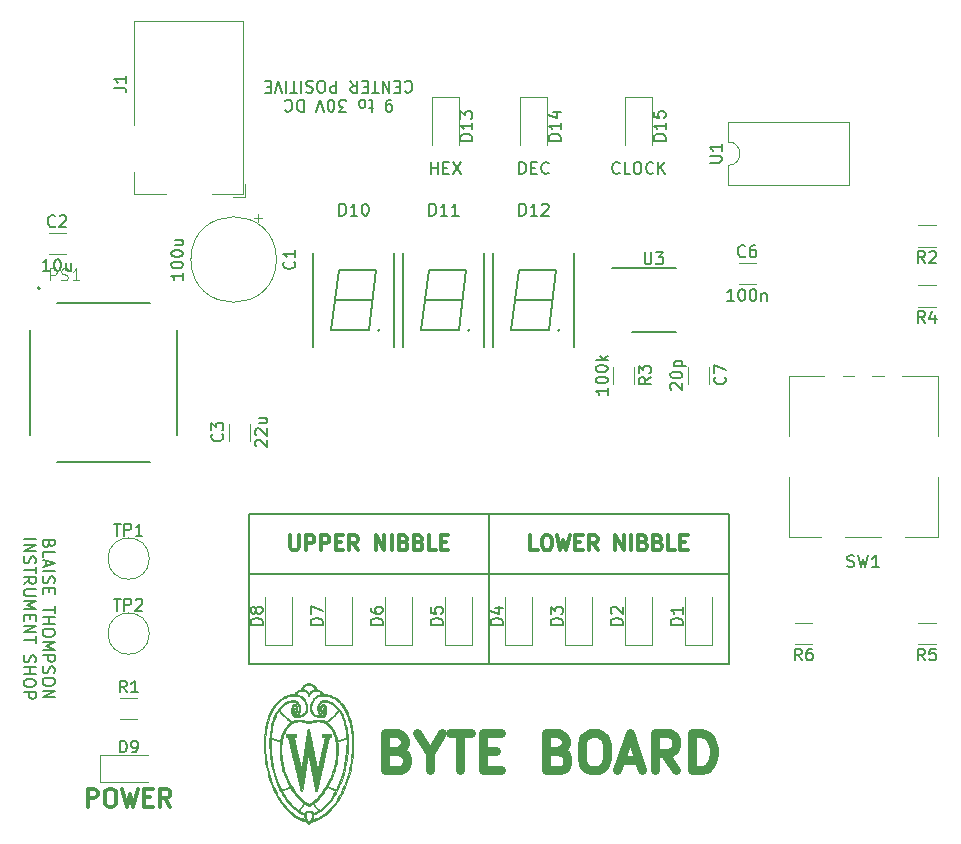
<source format=gbr>
%TF.GenerationSoftware,KiCad,Pcbnew,7.0.5*%
%TF.CreationDate,2023-06-05T17:05:26-05:00*%
%TF.ProjectId,byte,62797465-2e6b-4696-9361-645f70636258,B*%
%TF.SameCoordinates,Original*%
%TF.FileFunction,Legend,Top*%
%TF.FilePolarity,Positive*%
%FSLAX46Y46*%
G04 Gerber Fmt 4.6, Leading zero omitted, Abs format (unit mm)*
G04 Created by KiCad (PCBNEW 7.0.5) date 2023-06-05 17:05:26*
%MOMM*%
%LPD*%
G01*
G04 APERTURE LIST*
%ADD10C,0.150000*%
%ADD11C,0.793750*%
%ADD12C,0.300000*%
%ADD13C,0.317500*%
%ADD14C,0.015000*%
%ADD15C,0.127000*%
%ADD16C,0.200000*%
%ADD17C,0.120000*%
%ADD18C,0.010000*%
G04 APERTURE END LIST*
D10*
X90170000Y-90170000D02*
X90170000Y-97790000D01*
X110490000Y-90170000D02*
X90170000Y-90170000D01*
X90170000Y-90170000D02*
X90170000Y-85090000D01*
X110490000Y-92710000D02*
X110490000Y-97790000D01*
X130810000Y-85090000D02*
X130810000Y-90170000D01*
X90170000Y-85090000D02*
X130810000Y-85090000D01*
X110490000Y-90170000D02*
X110490000Y-92710000D01*
X130810000Y-97790000D02*
X130810000Y-92710000D01*
X110490000Y-90170000D02*
X110490000Y-85090000D01*
X130810000Y-92710000D02*
X130810000Y-90170000D01*
X130810000Y-90170000D02*
X110490000Y-90170000D01*
X90170000Y-97790000D02*
X110490000Y-97790000D01*
X110490000Y-97790000D02*
X130810000Y-97790000D01*
X73263990Y-87646666D02*
X73216371Y-87789523D01*
X73216371Y-87789523D02*
X73168752Y-87837142D01*
X73168752Y-87837142D02*
X73073514Y-87884761D01*
X73073514Y-87884761D02*
X72930657Y-87884761D01*
X72930657Y-87884761D02*
X72835419Y-87837142D01*
X72835419Y-87837142D02*
X72787800Y-87789523D01*
X72787800Y-87789523D02*
X72740180Y-87694285D01*
X72740180Y-87694285D02*
X72740180Y-87313333D01*
X72740180Y-87313333D02*
X73740180Y-87313333D01*
X73740180Y-87313333D02*
X73740180Y-87646666D01*
X73740180Y-87646666D02*
X73692561Y-87741904D01*
X73692561Y-87741904D02*
X73644942Y-87789523D01*
X73644942Y-87789523D02*
X73549704Y-87837142D01*
X73549704Y-87837142D02*
X73454466Y-87837142D01*
X73454466Y-87837142D02*
X73359228Y-87789523D01*
X73359228Y-87789523D02*
X73311609Y-87741904D01*
X73311609Y-87741904D02*
X73263990Y-87646666D01*
X73263990Y-87646666D02*
X73263990Y-87313333D01*
X72740180Y-88789523D02*
X72740180Y-88313333D01*
X72740180Y-88313333D02*
X73740180Y-88313333D01*
X73025895Y-89075238D02*
X73025895Y-89551428D01*
X72740180Y-88980000D02*
X73740180Y-89313333D01*
X73740180Y-89313333D02*
X72740180Y-89646666D01*
X72740180Y-89980000D02*
X73740180Y-89980000D01*
X72787800Y-90408571D02*
X72740180Y-90551428D01*
X72740180Y-90551428D02*
X72740180Y-90789523D01*
X72740180Y-90789523D02*
X72787800Y-90884761D01*
X72787800Y-90884761D02*
X72835419Y-90932380D01*
X72835419Y-90932380D02*
X72930657Y-90979999D01*
X72930657Y-90979999D02*
X73025895Y-90979999D01*
X73025895Y-90979999D02*
X73121133Y-90932380D01*
X73121133Y-90932380D02*
X73168752Y-90884761D01*
X73168752Y-90884761D02*
X73216371Y-90789523D01*
X73216371Y-90789523D02*
X73263990Y-90599047D01*
X73263990Y-90599047D02*
X73311609Y-90503809D01*
X73311609Y-90503809D02*
X73359228Y-90456190D01*
X73359228Y-90456190D02*
X73454466Y-90408571D01*
X73454466Y-90408571D02*
X73549704Y-90408571D01*
X73549704Y-90408571D02*
X73644942Y-90456190D01*
X73644942Y-90456190D02*
X73692561Y-90503809D01*
X73692561Y-90503809D02*
X73740180Y-90599047D01*
X73740180Y-90599047D02*
X73740180Y-90837142D01*
X73740180Y-90837142D02*
X73692561Y-90979999D01*
X73263990Y-91408571D02*
X73263990Y-91741904D01*
X72740180Y-91884761D02*
X72740180Y-91408571D01*
X72740180Y-91408571D02*
X73740180Y-91408571D01*
X73740180Y-91408571D02*
X73740180Y-91884761D01*
X73740180Y-92932381D02*
X73740180Y-93503809D01*
X72740180Y-93218095D02*
X73740180Y-93218095D01*
X72740180Y-93837143D02*
X73740180Y-93837143D01*
X73263990Y-93837143D02*
X73263990Y-94408571D01*
X72740180Y-94408571D02*
X73740180Y-94408571D01*
X73740180Y-95075238D02*
X73740180Y-95265714D01*
X73740180Y-95265714D02*
X73692561Y-95360952D01*
X73692561Y-95360952D02*
X73597323Y-95456190D01*
X73597323Y-95456190D02*
X73406847Y-95503809D01*
X73406847Y-95503809D02*
X73073514Y-95503809D01*
X73073514Y-95503809D02*
X72883038Y-95456190D01*
X72883038Y-95456190D02*
X72787800Y-95360952D01*
X72787800Y-95360952D02*
X72740180Y-95265714D01*
X72740180Y-95265714D02*
X72740180Y-95075238D01*
X72740180Y-95075238D02*
X72787800Y-94980000D01*
X72787800Y-94980000D02*
X72883038Y-94884762D01*
X72883038Y-94884762D02*
X73073514Y-94837143D01*
X73073514Y-94837143D02*
X73406847Y-94837143D01*
X73406847Y-94837143D02*
X73597323Y-94884762D01*
X73597323Y-94884762D02*
X73692561Y-94980000D01*
X73692561Y-94980000D02*
X73740180Y-95075238D01*
X72740180Y-95932381D02*
X73740180Y-95932381D01*
X73740180Y-95932381D02*
X73025895Y-96265714D01*
X73025895Y-96265714D02*
X73740180Y-96599047D01*
X73740180Y-96599047D02*
X72740180Y-96599047D01*
X72740180Y-97075238D02*
X73740180Y-97075238D01*
X73740180Y-97075238D02*
X73740180Y-97456190D01*
X73740180Y-97456190D02*
X73692561Y-97551428D01*
X73692561Y-97551428D02*
X73644942Y-97599047D01*
X73644942Y-97599047D02*
X73549704Y-97646666D01*
X73549704Y-97646666D02*
X73406847Y-97646666D01*
X73406847Y-97646666D02*
X73311609Y-97599047D01*
X73311609Y-97599047D02*
X73263990Y-97551428D01*
X73263990Y-97551428D02*
X73216371Y-97456190D01*
X73216371Y-97456190D02*
X73216371Y-97075238D01*
X72787800Y-98027619D02*
X72740180Y-98170476D01*
X72740180Y-98170476D02*
X72740180Y-98408571D01*
X72740180Y-98408571D02*
X72787800Y-98503809D01*
X72787800Y-98503809D02*
X72835419Y-98551428D01*
X72835419Y-98551428D02*
X72930657Y-98599047D01*
X72930657Y-98599047D02*
X73025895Y-98599047D01*
X73025895Y-98599047D02*
X73121133Y-98551428D01*
X73121133Y-98551428D02*
X73168752Y-98503809D01*
X73168752Y-98503809D02*
X73216371Y-98408571D01*
X73216371Y-98408571D02*
X73263990Y-98218095D01*
X73263990Y-98218095D02*
X73311609Y-98122857D01*
X73311609Y-98122857D02*
X73359228Y-98075238D01*
X73359228Y-98075238D02*
X73454466Y-98027619D01*
X73454466Y-98027619D02*
X73549704Y-98027619D01*
X73549704Y-98027619D02*
X73644942Y-98075238D01*
X73644942Y-98075238D02*
X73692561Y-98122857D01*
X73692561Y-98122857D02*
X73740180Y-98218095D01*
X73740180Y-98218095D02*
X73740180Y-98456190D01*
X73740180Y-98456190D02*
X73692561Y-98599047D01*
X73740180Y-99218095D02*
X73740180Y-99408571D01*
X73740180Y-99408571D02*
X73692561Y-99503809D01*
X73692561Y-99503809D02*
X73597323Y-99599047D01*
X73597323Y-99599047D02*
X73406847Y-99646666D01*
X73406847Y-99646666D02*
X73073514Y-99646666D01*
X73073514Y-99646666D02*
X72883038Y-99599047D01*
X72883038Y-99599047D02*
X72787800Y-99503809D01*
X72787800Y-99503809D02*
X72740180Y-99408571D01*
X72740180Y-99408571D02*
X72740180Y-99218095D01*
X72740180Y-99218095D02*
X72787800Y-99122857D01*
X72787800Y-99122857D02*
X72883038Y-99027619D01*
X72883038Y-99027619D02*
X73073514Y-98980000D01*
X73073514Y-98980000D02*
X73406847Y-98980000D01*
X73406847Y-98980000D02*
X73597323Y-99027619D01*
X73597323Y-99027619D02*
X73692561Y-99122857D01*
X73692561Y-99122857D02*
X73740180Y-99218095D01*
X72740180Y-100075238D02*
X73740180Y-100075238D01*
X73740180Y-100075238D02*
X72740180Y-100646666D01*
X72740180Y-100646666D02*
X73740180Y-100646666D01*
X71130180Y-87241905D02*
X72130180Y-87241905D01*
X71130180Y-87718095D02*
X72130180Y-87718095D01*
X72130180Y-87718095D02*
X71130180Y-88289523D01*
X71130180Y-88289523D02*
X72130180Y-88289523D01*
X71177800Y-88718095D02*
X71130180Y-88860952D01*
X71130180Y-88860952D02*
X71130180Y-89099047D01*
X71130180Y-89099047D02*
X71177800Y-89194285D01*
X71177800Y-89194285D02*
X71225419Y-89241904D01*
X71225419Y-89241904D02*
X71320657Y-89289523D01*
X71320657Y-89289523D02*
X71415895Y-89289523D01*
X71415895Y-89289523D02*
X71511133Y-89241904D01*
X71511133Y-89241904D02*
X71558752Y-89194285D01*
X71558752Y-89194285D02*
X71606371Y-89099047D01*
X71606371Y-89099047D02*
X71653990Y-88908571D01*
X71653990Y-88908571D02*
X71701609Y-88813333D01*
X71701609Y-88813333D02*
X71749228Y-88765714D01*
X71749228Y-88765714D02*
X71844466Y-88718095D01*
X71844466Y-88718095D02*
X71939704Y-88718095D01*
X71939704Y-88718095D02*
X72034942Y-88765714D01*
X72034942Y-88765714D02*
X72082561Y-88813333D01*
X72082561Y-88813333D02*
X72130180Y-88908571D01*
X72130180Y-88908571D02*
X72130180Y-89146666D01*
X72130180Y-89146666D02*
X72082561Y-89289523D01*
X72130180Y-89575238D02*
X72130180Y-90146666D01*
X71130180Y-89860952D02*
X72130180Y-89860952D01*
X71130180Y-91051428D02*
X71606371Y-90718095D01*
X71130180Y-90480000D02*
X72130180Y-90480000D01*
X72130180Y-90480000D02*
X72130180Y-90860952D01*
X72130180Y-90860952D02*
X72082561Y-90956190D01*
X72082561Y-90956190D02*
X72034942Y-91003809D01*
X72034942Y-91003809D02*
X71939704Y-91051428D01*
X71939704Y-91051428D02*
X71796847Y-91051428D01*
X71796847Y-91051428D02*
X71701609Y-91003809D01*
X71701609Y-91003809D02*
X71653990Y-90956190D01*
X71653990Y-90956190D02*
X71606371Y-90860952D01*
X71606371Y-90860952D02*
X71606371Y-90480000D01*
X72130180Y-91480000D02*
X71320657Y-91480000D01*
X71320657Y-91480000D02*
X71225419Y-91527619D01*
X71225419Y-91527619D02*
X71177800Y-91575238D01*
X71177800Y-91575238D02*
X71130180Y-91670476D01*
X71130180Y-91670476D02*
X71130180Y-91860952D01*
X71130180Y-91860952D02*
X71177800Y-91956190D01*
X71177800Y-91956190D02*
X71225419Y-92003809D01*
X71225419Y-92003809D02*
X71320657Y-92051428D01*
X71320657Y-92051428D02*
X72130180Y-92051428D01*
X71130180Y-92527619D02*
X72130180Y-92527619D01*
X72130180Y-92527619D02*
X71415895Y-92860952D01*
X71415895Y-92860952D02*
X72130180Y-93194285D01*
X72130180Y-93194285D02*
X71130180Y-93194285D01*
X71653990Y-93670476D02*
X71653990Y-94003809D01*
X71130180Y-94146666D02*
X71130180Y-93670476D01*
X71130180Y-93670476D02*
X72130180Y-93670476D01*
X72130180Y-93670476D02*
X72130180Y-94146666D01*
X71130180Y-94575238D02*
X72130180Y-94575238D01*
X72130180Y-94575238D02*
X71130180Y-95146666D01*
X71130180Y-95146666D02*
X72130180Y-95146666D01*
X72130180Y-95480000D02*
X72130180Y-96051428D01*
X71130180Y-95765714D02*
X72130180Y-95765714D01*
X71177800Y-97099048D02*
X71130180Y-97241905D01*
X71130180Y-97241905D02*
X71130180Y-97480000D01*
X71130180Y-97480000D02*
X71177800Y-97575238D01*
X71177800Y-97575238D02*
X71225419Y-97622857D01*
X71225419Y-97622857D02*
X71320657Y-97670476D01*
X71320657Y-97670476D02*
X71415895Y-97670476D01*
X71415895Y-97670476D02*
X71511133Y-97622857D01*
X71511133Y-97622857D02*
X71558752Y-97575238D01*
X71558752Y-97575238D02*
X71606371Y-97480000D01*
X71606371Y-97480000D02*
X71653990Y-97289524D01*
X71653990Y-97289524D02*
X71701609Y-97194286D01*
X71701609Y-97194286D02*
X71749228Y-97146667D01*
X71749228Y-97146667D02*
X71844466Y-97099048D01*
X71844466Y-97099048D02*
X71939704Y-97099048D01*
X71939704Y-97099048D02*
X72034942Y-97146667D01*
X72034942Y-97146667D02*
X72082561Y-97194286D01*
X72082561Y-97194286D02*
X72130180Y-97289524D01*
X72130180Y-97289524D02*
X72130180Y-97527619D01*
X72130180Y-97527619D02*
X72082561Y-97670476D01*
X71130180Y-98099048D02*
X72130180Y-98099048D01*
X71653990Y-98099048D02*
X71653990Y-98670476D01*
X71130180Y-98670476D02*
X72130180Y-98670476D01*
X72130180Y-99337143D02*
X72130180Y-99527619D01*
X72130180Y-99527619D02*
X72082561Y-99622857D01*
X72082561Y-99622857D02*
X71987323Y-99718095D01*
X71987323Y-99718095D02*
X71796847Y-99765714D01*
X71796847Y-99765714D02*
X71463514Y-99765714D01*
X71463514Y-99765714D02*
X71273038Y-99718095D01*
X71273038Y-99718095D02*
X71177800Y-99622857D01*
X71177800Y-99622857D02*
X71130180Y-99527619D01*
X71130180Y-99527619D02*
X71130180Y-99337143D01*
X71130180Y-99337143D02*
X71177800Y-99241905D01*
X71177800Y-99241905D02*
X71273038Y-99146667D01*
X71273038Y-99146667D02*
X71463514Y-99099048D01*
X71463514Y-99099048D02*
X71796847Y-99099048D01*
X71796847Y-99099048D02*
X71987323Y-99146667D01*
X71987323Y-99146667D02*
X72082561Y-99241905D01*
X72082561Y-99241905D02*
X72130180Y-99337143D01*
X71130180Y-100194286D02*
X72130180Y-100194286D01*
X72130180Y-100194286D02*
X72130180Y-100575238D01*
X72130180Y-100575238D02*
X72082561Y-100670476D01*
X72082561Y-100670476D02*
X72034942Y-100718095D01*
X72034942Y-100718095D02*
X71939704Y-100765714D01*
X71939704Y-100765714D02*
X71796847Y-100765714D01*
X71796847Y-100765714D02*
X71701609Y-100718095D01*
X71701609Y-100718095D02*
X71653990Y-100670476D01*
X71653990Y-100670476D02*
X71606371Y-100575238D01*
X71606371Y-100575238D02*
X71606371Y-100194286D01*
X121570952Y-56239580D02*
X121523333Y-56287200D01*
X121523333Y-56287200D02*
X121380476Y-56334819D01*
X121380476Y-56334819D02*
X121285238Y-56334819D01*
X121285238Y-56334819D02*
X121142381Y-56287200D01*
X121142381Y-56287200D02*
X121047143Y-56191961D01*
X121047143Y-56191961D02*
X120999524Y-56096723D01*
X120999524Y-56096723D02*
X120951905Y-55906247D01*
X120951905Y-55906247D02*
X120951905Y-55763390D01*
X120951905Y-55763390D02*
X120999524Y-55572914D01*
X120999524Y-55572914D02*
X121047143Y-55477676D01*
X121047143Y-55477676D02*
X121142381Y-55382438D01*
X121142381Y-55382438D02*
X121285238Y-55334819D01*
X121285238Y-55334819D02*
X121380476Y-55334819D01*
X121380476Y-55334819D02*
X121523333Y-55382438D01*
X121523333Y-55382438D02*
X121570952Y-55430057D01*
X122475714Y-56334819D02*
X121999524Y-56334819D01*
X121999524Y-56334819D02*
X121999524Y-55334819D01*
X122999524Y-55334819D02*
X123190000Y-55334819D01*
X123190000Y-55334819D02*
X123285238Y-55382438D01*
X123285238Y-55382438D02*
X123380476Y-55477676D01*
X123380476Y-55477676D02*
X123428095Y-55668152D01*
X123428095Y-55668152D02*
X123428095Y-56001485D01*
X123428095Y-56001485D02*
X123380476Y-56191961D01*
X123380476Y-56191961D02*
X123285238Y-56287200D01*
X123285238Y-56287200D02*
X123190000Y-56334819D01*
X123190000Y-56334819D02*
X122999524Y-56334819D01*
X122999524Y-56334819D02*
X122904286Y-56287200D01*
X122904286Y-56287200D02*
X122809048Y-56191961D01*
X122809048Y-56191961D02*
X122761429Y-56001485D01*
X122761429Y-56001485D02*
X122761429Y-55668152D01*
X122761429Y-55668152D02*
X122809048Y-55477676D01*
X122809048Y-55477676D02*
X122904286Y-55382438D01*
X122904286Y-55382438D02*
X122999524Y-55334819D01*
X124428095Y-56239580D02*
X124380476Y-56287200D01*
X124380476Y-56287200D02*
X124237619Y-56334819D01*
X124237619Y-56334819D02*
X124142381Y-56334819D01*
X124142381Y-56334819D02*
X123999524Y-56287200D01*
X123999524Y-56287200D02*
X123904286Y-56191961D01*
X123904286Y-56191961D02*
X123856667Y-56096723D01*
X123856667Y-56096723D02*
X123809048Y-55906247D01*
X123809048Y-55906247D02*
X123809048Y-55763390D01*
X123809048Y-55763390D02*
X123856667Y-55572914D01*
X123856667Y-55572914D02*
X123904286Y-55477676D01*
X123904286Y-55477676D02*
X123999524Y-55382438D01*
X123999524Y-55382438D02*
X124142381Y-55334819D01*
X124142381Y-55334819D02*
X124237619Y-55334819D01*
X124237619Y-55334819D02*
X124380476Y-55382438D01*
X124380476Y-55382438D02*
X124428095Y-55430057D01*
X124856667Y-56334819D02*
X124856667Y-55334819D01*
X125428095Y-56334819D02*
X124999524Y-55763390D01*
X125428095Y-55334819D02*
X124856667Y-55906247D01*
D11*
X102794404Y-105174445D02*
X103247976Y-105325635D01*
X103247976Y-105325635D02*
X103399166Y-105476826D01*
X103399166Y-105476826D02*
X103550357Y-105779207D01*
X103550357Y-105779207D02*
X103550357Y-106232778D01*
X103550357Y-106232778D02*
X103399166Y-106535159D01*
X103399166Y-106535159D02*
X103247976Y-106686350D01*
X103247976Y-106686350D02*
X102945595Y-106837540D01*
X102945595Y-106837540D02*
X101736071Y-106837540D01*
X101736071Y-106837540D02*
X101736071Y-103662540D01*
X101736071Y-103662540D02*
X102794404Y-103662540D01*
X102794404Y-103662540D02*
X103096785Y-103813730D01*
X103096785Y-103813730D02*
X103247976Y-103964921D01*
X103247976Y-103964921D02*
X103399166Y-104267302D01*
X103399166Y-104267302D02*
X103399166Y-104569683D01*
X103399166Y-104569683D02*
X103247976Y-104872064D01*
X103247976Y-104872064D02*
X103096785Y-105023254D01*
X103096785Y-105023254D02*
X102794404Y-105174445D01*
X102794404Y-105174445D02*
X101736071Y-105174445D01*
X105515833Y-105325635D02*
X105515833Y-106837540D01*
X104457499Y-103662540D02*
X105515833Y-105325635D01*
X105515833Y-105325635D02*
X106574166Y-103662540D01*
X107178928Y-103662540D02*
X108993214Y-103662540D01*
X108086071Y-106837540D02*
X108086071Y-103662540D01*
X110051548Y-105174445D02*
X111109881Y-105174445D01*
X111563453Y-106837540D02*
X110051548Y-106837540D01*
X110051548Y-106837540D02*
X110051548Y-103662540D01*
X110051548Y-103662540D02*
X111563453Y-103662540D01*
X116401548Y-105174445D02*
X116855120Y-105325635D01*
X116855120Y-105325635D02*
X117006310Y-105476826D01*
X117006310Y-105476826D02*
X117157501Y-105779207D01*
X117157501Y-105779207D02*
X117157501Y-106232778D01*
X117157501Y-106232778D02*
X117006310Y-106535159D01*
X117006310Y-106535159D02*
X116855120Y-106686350D01*
X116855120Y-106686350D02*
X116552739Y-106837540D01*
X116552739Y-106837540D02*
X115343215Y-106837540D01*
X115343215Y-106837540D02*
X115343215Y-103662540D01*
X115343215Y-103662540D02*
X116401548Y-103662540D01*
X116401548Y-103662540D02*
X116703929Y-103813730D01*
X116703929Y-103813730D02*
X116855120Y-103964921D01*
X116855120Y-103964921D02*
X117006310Y-104267302D01*
X117006310Y-104267302D02*
X117006310Y-104569683D01*
X117006310Y-104569683D02*
X116855120Y-104872064D01*
X116855120Y-104872064D02*
X116703929Y-105023254D01*
X116703929Y-105023254D02*
X116401548Y-105174445D01*
X116401548Y-105174445D02*
X115343215Y-105174445D01*
X119122977Y-103662540D02*
X119727739Y-103662540D01*
X119727739Y-103662540D02*
X120030120Y-103813730D01*
X120030120Y-103813730D02*
X120332501Y-104116111D01*
X120332501Y-104116111D02*
X120483691Y-104720873D01*
X120483691Y-104720873D02*
X120483691Y-105779207D01*
X120483691Y-105779207D02*
X120332501Y-106383969D01*
X120332501Y-106383969D02*
X120030120Y-106686350D01*
X120030120Y-106686350D02*
X119727739Y-106837540D01*
X119727739Y-106837540D02*
X119122977Y-106837540D01*
X119122977Y-106837540D02*
X118820596Y-106686350D01*
X118820596Y-106686350D02*
X118518215Y-106383969D01*
X118518215Y-106383969D02*
X118367024Y-105779207D01*
X118367024Y-105779207D02*
X118367024Y-104720873D01*
X118367024Y-104720873D02*
X118518215Y-104116111D01*
X118518215Y-104116111D02*
X118820596Y-103813730D01*
X118820596Y-103813730D02*
X119122977Y-103662540D01*
X121693214Y-105930397D02*
X123205119Y-105930397D01*
X121390833Y-106837540D02*
X122449167Y-103662540D01*
X122449167Y-103662540D02*
X123507500Y-106837540D01*
X126380120Y-106837540D02*
X125321786Y-105325635D01*
X124565834Y-106837540D02*
X124565834Y-103662540D01*
X124565834Y-103662540D02*
X125775358Y-103662540D01*
X125775358Y-103662540D02*
X126077739Y-103813730D01*
X126077739Y-103813730D02*
X126228929Y-103964921D01*
X126228929Y-103964921D02*
X126380120Y-104267302D01*
X126380120Y-104267302D02*
X126380120Y-104720873D01*
X126380120Y-104720873D02*
X126228929Y-105023254D01*
X126228929Y-105023254D02*
X126077739Y-105174445D01*
X126077739Y-105174445D02*
X125775358Y-105325635D01*
X125775358Y-105325635D02*
X124565834Y-105325635D01*
X127740834Y-106837540D02*
X127740834Y-103662540D01*
X127740834Y-103662540D02*
X128496786Y-103662540D01*
X128496786Y-103662540D02*
X128950358Y-103813730D01*
X128950358Y-103813730D02*
X129252739Y-104116111D01*
X129252739Y-104116111D02*
X129403929Y-104418492D01*
X129403929Y-104418492D02*
X129555120Y-105023254D01*
X129555120Y-105023254D02*
X129555120Y-105476826D01*
X129555120Y-105476826D02*
X129403929Y-106081588D01*
X129403929Y-106081588D02*
X129252739Y-106383969D01*
X129252739Y-106383969D02*
X128950358Y-106686350D01*
X128950358Y-106686350D02*
X128496786Y-106837540D01*
X128496786Y-106837540D02*
X127740834Y-106837540D01*
D12*
X76545713Y-109898328D02*
X76545713Y-108398328D01*
X76545713Y-108398328D02*
X77117142Y-108398328D01*
X77117142Y-108398328D02*
X77259999Y-108469757D01*
X77259999Y-108469757D02*
X77331428Y-108541185D01*
X77331428Y-108541185D02*
X77402856Y-108684042D01*
X77402856Y-108684042D02*
X77402856Y-108898328D01*
X77402856Y-108898328D02*
X77331428Y-109041185D01*
X77331428Y-109041185D02*
X77259999Y-109112614D01*
X77259999Y-109112614D02*
X77117142Y-109184042D01*
X77117142Y-109184042D02*
X76545713Y-109184042D01*
X78331428Y-108398328D02*
X78617142Y-108398328D01*
X78617142Y-108398328D02*
X78759999Y-108469757D01*
X78759999Y-108469757D02*
X78902856Y-108612614D01*
X78902856Y-108612614D02*
X78974285Y-108898328D01*
X78974285Y-108898328D02*
X78974285Y-109398328D01*
X78974285Y-109398328D02*
X78902856Y-109684042D01*
X78902856Y-109684042D02*
X78759999Y-109826900D01*
X78759999Y-109826900D02*
X78617142Y-109898328D01*
X78617142Y-109898328D02*
X78331428Y-109898328D01*
X78331428Y-109898328D02*
X78188571Y-109826900D01*
X78188571Y-109826900D02*
X78045713Y-109684042D01*
X78045713Y-109684042D02*
X77974285Y-109398328D01*
X77974285Y-109398328D02*
X77974285Y-108898328D01*
X77974285Y-108898328D02*
X78045713Y-108612614D01*
X78045713Y-108612614D02*
X78188571Y-108469757D01*
X78188571Y-108469757D02*
X78331428Y-108398328D01*
X79474285Y-108398328D02*
X79831428Y-109898328D01*
X79831428Y-109898328D02*
X80117142Y-108826900D01*
X80117142Y-108826900D02*
X80402857Y-109898328D01*
X80402857Y-109898328D02*
X80760000Y-108398328D01*
X81331428Y-109112614D02*
X81831428Y-109112614D01*
X82045714Y-109898328D02*
X81331428Y-109898328D01*
X81331428Y-109898328D02*
X81331428Y-108398328D01*
X81331428Y-108398328D02*
X82045714Y-108398328D01*
X83545714Y-109898328D02*
X83045714Y-109184042D01*
X82688571Y-109898328D02*
X82688571Y-108398328D01*
X82688571Y-108398328D02*
X83260000Y-108398328D01*
X83260000Y-108398328D02*
X83402857Y-108469757D01*
X83402857Y-108469757D02*
X83474286Y-108541185D01*
X83474286Y-108541185D02*
X83545714Y-108684042D01*
X83545714Y-108684042D02*
X83545714Y-108898328D01*
X83545714Y-108898328D02*
X83474286Y-109041185D01*
X83474286Y-109041185D02*
X83402857Y-109112614D01*
X83402857Y-109112614D02*
X83260000Y-109184042D01*
X83260000Y-109184042D02*
X82688571Y-109184042D01*
D10*
X102242381Y-50050180D02*
X102051905Y-50050180D01*
X102051905Y-50050180D02*
X101956667Y-50097800D01*
X101956667Y-50097800D02*
X101909048Y-50145419D01*
X101909048Y-50145419D02*
X101813810Y-50288276D01*
X101813810Y-50288276D02*
X101766191Y-50478752D01*
X101766191Y-50478752D02*
X101766191Y-50859704D01*
X101766191Y-50859704D02*
X101813810Y-50954942D01*
X101813810Y-50954942D02*
X101861429Y-51002561D01*
X101861429Y-51002561D02*
X101956667Y-51050180D01*
X101956667Y-51050180D02*
X102147143Y-51050180D01*
X102147143Y-51050180D02*
X102242381Y-51002561D01*
X102242381Y-51002561D02*
X102290000Y-50954942D01*
X102290000Y-50954942D02*
X102337619Y-50859704D01*
X102337619Y-50859704D02*
X102337619Y-50621609D01*
X102337619Y-50621609D02*
X102290000Y-50526371D01*
X102290000Y-50526371D02*
X102242381Y-50478752D01*
X102242381Y-50478752D02*
X102147143Y-50431133D01*
X102147143Y-50431133D02*
X101956667Y-50431133D01*
X101956667Y-50431133D02*
X101861429Y-50478752D01*
X101861429Y-50478752D02*
X101813810Y-50526371D01*
X101813810Y-50526371D02*
X101766191Y-50621609D01*
X100718571Y-50716847D02*
X100337619Y-50716847D01*
X100575714Y-51050180D02*
X100575714Y-50193038D01*
X100575714Y-50193038D02*
X100528095Y-50097800D01*
X100528095Y-50097800D02*
X100432857Y-50050180D01*
X100432857Y-50050180D02*
X100337619Y-50050180D01*
X99861428Y-50050180D02*
X99956666Y-50097800D01*
X99956666Y-50097800D02*
X100004285Y-50145419D01*
X100004285Y-50145419D02*
X100051904Y-50240657D01*
X100051904Y-50240657D02*
X100051904Y-50526371D01*
X100051904Y-50526371D02*
X100004285Y-50621609D01*
X100004285Y-50621609D02*
X99956666Y-50669228D01*
X99956666Y-50669228D02*
X99861428Y-50716847D01*
X99861428Y-50716847D02*
X99718571Y-50716847D01*
X99718571Y-50716847D02*
X99623333Y-50669228D01*
X99623333Y-50669228D02*
X99575714Y-50621609D01*
X99575714Y-50621609D02*
X99528095Y-50526371D01*
X99528095Y-50526371D02*
X99528095Y-50240657D01*
X99528095Y-50240657D02*
X99575714Y-50145419D01*
X99575714Y-50145419D02*
X99623333Y-50097800D01*
X99623333Y-50097800D02*
X99718571Y-50050180D01*
X99718571Y-50050180D02*
X99861428Y-50050180D01*
X98432856Y-51050180D02*
X97813809Y-51050180D01*
X97813809Y-51050180D02*
X98147142Y-50669228D01*
X98147142Y-50669228D02*
X98004285Y-50669228D01*
X98004285Y-50669228D02*
X97909047Y-50621609D01*
X97909047Y-50621609D02*
X97861428Y-50573990D01*
X97861428Y-50573990D02*
X97813809Y-50478752D01*
X97813809Y-50478752D02*
X97813809Y-50240657D01*
X97813809Y-50240657D02*
X97861428Y-50145419D01*
X97861428Y-50145419D02*
X97909047Y-50097800D01*
X97909047Y-50097800D02*
X98004285Y-50050180D01*
X98004285Y-50050180D02*
X98289999Y-50050180D01*
X98289999Y-50050180D02*
X98385237Y-50097800D01*
X98385237Y-50097800D02*
X98432856Y-50145419D01*
X97194761Y-51050180D02*
X97099523Y-51050180D01*
X97099523Y-51050180D02*
X97004285Y-51002561D01*
X97004285Y-51002561D02*
X96956666Y-50954942D01*
X96956666Y-50954942D02*
X96909047Y-50859704D01*
X96909047Y-50859704D02*
X96861428Y-50669228D01*
X96861428Y-50669228D02*
X96861428Y-50431133D01*
X96861428Y-50431133D02*
X96909047Y-50240657D01*
X96909047Y-50240657D02*
X96956666Y-50145419D01*
X96956666Y-50145419D02*
X97004285Y-50097800D01*
X97004285Y-50097800D02*
X97099523Y-50050180D01*
X97099523Y-50050180D02*
X97194761Y-50050180D01*
X97194761Y-50050180D02*
X97289999Y-50097800D01*
X97289999Y-50097800D02*
X97337618Y-50145419D01*
X97337618Y-50145419D02*
X97385237Y-50240657D01*
X97385237Y-50240657D02*
X97432856Y-50431133D01*
X97432856Y-50431133D02*
X97432856Y-50669228D01*
X97432856Y-50669228D02*
X97385237Y-50859704D01*
X97385237Y-50859704D02*
X97337618Y-50954942D01*
X97337618Y-50954942D02*
X97289999Y-51002561D01*
X97289999Y-51002561D02*
X97194761Y-51050180D01*
X96575713Y-51050180D02*
X96242380Y-50050180D01*
X96242380Y-50050180D02*
X95909047Y-51050180D01*
X94813808Y-50050180D02*
X94813808Y-51050180D01*
X94813808Y-51050180D02*
X94575713Y-51050180D01*
X94575713Y-51050180D02*
X94432856Y-51002561D01*
X94432856Y-51002561D02*
X94337618Y-50907323D01*
X94337618Y-50907323D02*
X94289999Y-50812085D01*
X94289999Y-50812085D02*
X94242380Y-50621609D01*
X94242380Y-50621609D02*
X94242380Y-50478752D01*
X94242380Y-50478752D02*
X94289999Y-50288276D01*
X94289999Y-50288276D02*
X94337618Y-50193038D01*
X94337618Y-50193038D02*
X94432856Y-50097800D01*
X94432856Y-50097800D02*
X94575713Y-50050180D01*
X94575713Y-50050180D02*
X94813808Y-50050180D01*
X93242380Y-50145419D02*
X93289999Y-50097800D01*
X93289999Y-50097800D02*
X93432856Y-50050180D01*
X93432856Y-50050180D02*
X93528094Y-50050180D01*
X93528094Y-50050180D02*
X93670951Y-50097800D01*
X93670951Y-50097800D02*
X93766189Y-50193038D01*
X93766189Y-50193038D02*
X93813808Y-50288276D01*
X93813808Y-50288276D02*
X93861427Y-50478752D01*
X93861427Y-50478752D02*
X93861427Y-50621609D01*
X93861427Y-50621609D02*
X93813808Y-50812085D01*
X93813808Y-50812085D02*
X93766189Y-50907323D01*
X93766189Y-50907323D02*
X93670951Y-51002561D01*
X93670951Y-51002561D02*
X93528094Y-51050180D01*
X93528094Y-51050180D02*
X93432856Y-51050180D01*
X93432856Y-51050180D02*
X93289999Y-51002561D01*
X93289999Y-51002561D02*
X93242380Y-50954942D01*
X103409047Y-48535419D02*
X103456666Y-48487800D01*
X103456666Y-48487800D02*
X103599523Y-48440180D01*
X103599523Y-48440180D02*
X103694761Y-48440180D01*
X103694761Y-48440180D02*
X103837618Y-48487800D01*
X103837618Y-48487800D02*
X103932856Y-48583038D01*
X103932856Y-48583038D02*
X103980475Y-48678276D01*
X103980475Y-48678276D02*
X104028094Y-48868752D01*
X104028094Y-48868752D02*
X104028094Y-49011609D01*
X104028094Y-49011609D02*
X103980475Y-49202085D01*
X103980475Y-49202085D02*
X103932856Y-49297323D01*
X103932856Y-49297323D02*
X103837618Y-49392561D01*
X103837618Y-49392561D02*
X103694761Y-49440180D01*
X103694761Y-49440180D02*
X103599523Y-49440180D01*
X103599523Y-49440180D02*
X103456666Y-49392561D01*
X103456666Y-49392561D02*
X103409047Y-49344942D01*
X102980475Y-48963990D02*
X102647142Y-48963990D01*
X102504285Y-48440180D02*
X102980475Y-48440180D01*
X102980475Y-48440180D02*
X102980475Y-49440180D01*
X102980475Y-49440180D02*
X102504285Y-49440180D01*
X102075713Y-48440180D02*
X102075713Y-49440180D01*
X102075713Y-49440180D02*
X101504285Y-48440180D01*
X101504285Y-48440180D02*
X101504285Y-49440180D01*
X101170951Y-49440180D02*
X100599523Y-49440180D01*
X100885237Y-48440180D02*
X100885237Y-49440180D01*
X100266189Y-48963990D02*
X99932856Y-48963990D01*
X99789999Y-48440180D02*
X100266189Y-48440180D01*
X100266189Y-48440180D02*
X100266189Y-49440180D01*
X100266189Y-49440180D02*
X99789999Y-49440180D01*
X98789999Y-48440180D02*
X99123332Y-48916371D01*
X99361427Y-48440180D02*
X99361427Y-49440180D01*
X99361427Y-49440180D02*
X98980475Y-49440180D01*
X98980475Y-49440180D02*
X98885237Y-49392561D01*
X98885237Y-49392561D02*
X98837618Y-49344942D01*
X98837618Y-49344942D02*
X98789999Y-49249704D01*
X98789999Y-49249704D02*
X98789999Y-49106847D01*
X98789999Y-49106847D02*
X98837618Y-49011609D01*
X98837618Y-49011609D02*
X98885237Y-48963990D01*
X98885237Y-48963990D02*
X98980475Y-48916371D01*
X98980475Y-48916371D02*
X99361427Y-48916371D01*
X97599522Y-48440180D02*
X97599522Y-49440180D01*
X97599522Y-49440180D02*
X97218570Y-49440180D01*
X97218570Y-49440180D02*
X97123332Y-49392561D01*
X97123332Y-49392561D02*
X97075713Y-49344942D01*
X97075713Y-49344942D02*
X97028094Y-49249704D01*
X97028094Y-49249704D02*
X97028094Y-49106847D01*
X97028094Y-49106847D02*
X97075713Y-49011609D01*
X97075713Y-49011609D02*
X97123332Y-48963990D01*
X97123332Y-48963990D02*
X97218570Y-48916371D01*
X97218570Y-48916371D02*
X97599522Y-48916371D01*
X96409046Y-49440180D02*
X96218570Y-49440180D01*
X96218570Y-49440180D02*
X96123332Y-49392561D01*
X96123332Y-49392561D02*
X96028094Y-49297323D01*
X96028094Y-49297323D02*
X95980475Y-49106847D01*
X95980475Y-49106847D02*
X95980475Y-48773514D01*
X95980475Y-48773514D02*
X96028094Y-48583038D01*
X96028094Y-48583038D02*
X96123332Y-48487800D01*
X96123332Y-48487800D02*
X96218570Y-48440180D01*
X96218570Y-48440180D02*
X96409046Y-48440180D01*
X96409046Y-48440180D02*
X96504284Y-48487800D01*
X96504284Y-48487800D02*
X96599522Y-48583038D01*
X96599522Y-48583038D02*
X96647141Y-48773514D01*
X96647141Y-48773514D02*
X96647141Y-49106847D01*
X96647141Y-49106847D02*
X96599522Y-49297323D01*
X96599522Y-49297323D02*
X96504284Y-49392561D01*
X96504284Y-49392561D02*
X96409046Y-49440180D01*
X95599522Y-48487800D02*
X95456665Y-48440180D01*
X95456665Y-48440180D02*
X95218570Y-48440180D01*
X95218570Y-48440180D02*
X95123332Y-48487800D01*
X95123332Y-48487800D02*
X95075713Y-48535419D01*
X95075713Y-48535419D02*
X95028094Y-48630657D01*
X95028094Y-48630657D02*
X95028094Y-48725895D01*
X95028094Y-48725895D02*
X95075713Y-48821133D01*
X95075713Y-48821133D02*
X95123332Y-48868752D01*
X95123332Y-48868752D02*
X95218570Y-48916371D01*
X95218570Y-48916371D02*
X95409046Y-48963990D01*
X95409046Y-48963990D02*
X95504284Y-49011609D01*
X95504284Y-49011609D02*
X95551903Y-49059228D01*
X95551903Y-49059228D02*
X95599522Y-49154466D01*
X95599522Y-49154466D02*
X95599522Y-49249704D01*
X95599522Y-49249704D02*
X95551903Y-49344942D01*
X95551903Y-49344942D02*
X95504284Y-49392561D01*
X95504284Y-49392561D02*
X95409046Y-49440180D01*
X95409046Y-49440180D02*
X95170951Y-49440180D01*
X95170951Y-49440180D02*
X95028094Y-49392561D01*
X94599522Y-48440180D02*
X94599522Y-49440180D01*
X94266189Y-49440180D02*
X93694761Y-49440180D01*
X93980475Y-48440180D02*
X93980475Y-49440180D01*
X93361427Y-48440180D02*
X93361427Y-49440180D01*
X93028094Y-49440180D02*
X92694761Y-48440180D01*
X92694761Y-48440180D02*
X92361428Y-49440180D01*
X92028094Y-48963990D02*
X91694761Y-48963990D01*
X91551904Y-48440180D02*
X92028094Y-48440180D01*
X92028094Y-48440180D02*
X92028094Y-49440180D01*
X92028094Y-49440180D02*
X91551904Y-49440180D01*
X113085714Y-56334819D02*
X113085714Y-55334819D01*
X113085714Y-55334819D02*
X113323809Y-55334819D01*
X113323809Y-55334819D02*
X113466666Y-55382438D01*
X113466666Y-55382438D02*
X113561904Y-55477676D01*
X113561904Y-55477676D02*
X113609523Y-55572914D01*
X113609523Y-55572914D02*
X113657142Y-55763390D01*
X113657142Y-55763390D02*
X113657142Y-55906247D01*
X113657142Y-55906247D02*
X113609523Y-56096723D01*
X113609523Y-56096723D02*
X113561904Y-56191961D01*
X113561904Y-56191961D02*
X113466666Y-56287200D01*
X113466666Y-56287200D02*
X113323809Y-56334819D01*
X113323809Y-56334819D02*
X113085714Y-56334819D01*
X114085714Y-55811009D02*
X114419047Y-55811009D01*
X114561904Y-56334819D02*
X114085714Y-56334819D01*
X114085714Y-56334819D02*
X114085714Y-55334819D01*
X114085714Y-55334819D02*
X114561904Y-55334819D01*
X115561904Y-56239580D02*
X115514285Y-56287200D01*
X115514285Y-56287200D02*
X115371428Y-56334819D01*
X115371428Y-56334819D02*
X115276190Y-56334819D01*
X115276190Y-56334819D02*
X115133333Y-56287200D01*
X115133333Y-56287200D02*
X115038095Y-56191961D01*
X115038095Y-56191961D02*
X114990476Y-56096723D01*
X114990476Y-56096723D02*
X114942857Y-55906247D01*
X114942857Y-55906247D02*
X114942857Y-55763390D01*
X114942857Y-55763390D02*
X114990476Y-55572914D01*
X114990476Y-55572914D02*
X115038095Y-55477676D01*
X115038095Y-55477676D02*
X115133333Y-55382438D01*
X115133333Y-55382438D02*
X115276190Y-55334819D01*
X115276190Y-55334819D02*
X115371428Y-55334819D01*
X115371428Y-55334819D02*
X115514285Y-55382438D01*
X115514285Y-55382438D02*
X115561904Y-55430057D01*
X105600714Y-56334819D02*
X105600714Y-55334819D01*
X105600714Y-55811009D02*
X106172142Y-55811009D01*
X106172142Y-56334819D02*
X106172142Y-55334819D01*
X106648333Y-55811009D02*
X106981666Y-55811009D01*
X107124523Y-56334819D02*
X106648333Y-56334819D01*
X106648333Y-56334819D02*
X106648333Y-55334819D01*
X106648333Y-55334819D02*
X107124523Y-55334819D01*
X107457857Y-55334819D02*
X108124523Y-56334819D01*
X108124523Y-55334819D02*
X107457857Y-56334819D01*
D13*
X93677618Y-86931016D02*
X93677618Y-87959111D01*
X93677618Y-87959111D02*
X93738095Y-88080063D01*
X93738095Y-88080063D02*
X93798571Y-88140540D01*
X93798571Y-88140540D02*
X93919523Y-88201016D01*
X93919523Y-88201016D02*
X94161428Y-88201016D01*
X94161428Y-88201016D02*
X94282380Y-88140540D01*
X94282380Y-88140540D02*
X94342857Y-88080063D01*
X94342857Y-88080063D02*
X94403333Y-87959111D01*
X94403333Y-87959111D02*
X94403333Y-86931016D01*
X95008094Y-88201016D02*
X95008094Y-86931016D01*
X95008094Y-86931016D02*
X95491904Y-86931016D01*
X95491904Y-86931016D02*
X95612856Y-86991492D01*
X95612856Y-86991492D02*
X95673333Y-87051968D01*
X95673333Y-87051968D02*
X95733809Y-87172920D01*
X95733809Y-87172920D02*
X95733809Y-87354349D01*
X95733809Y-87354349D02*
X95673333Y-87475301D01*
X95673333Y-87475301D02*
X95612856Y-87535778D01*
X95612856Y-87535778D02*
X95491904Y-87596254D01*
X95491904Y-87596254D02*
X95008094Y-87596254D01*
X96278094Y-88201016D02*
X96278094Y-86931016D01*
X96278094Y-86931016D02*
X96761904Y-86931016D01*
X96761904Y-86931016D02*
X96882856Y-86991492D01*
X96882856Y-86991492D02*
X96943333Y-87051968D01*
X96943333Y-87051968D02*
X97003809Y-87172920D01*
X97003809Y-87172920D02*
X97003809Y-87354349D01*
X97003809Y-87354349D02*
X96943333Y-87475301D01*
X96943333Y-87475301D02*
X96882856Y-87535778D01*
X96882856Y-87535778D02*
X96761904Y-87596254D01*
X96761904Y-87596254D02*
X96278094Y-87596254D01*
X97548094Y-87535778D02*
X97971428Y-87535778D01*
X98152856Y-88201016D02*
X97548094Y-88201016D01*
X97548094Y-88201016D02*
X97548094Y-86931016D01*
X97548094Y-86931016D02*
X98152856Y-86931016D01*
X99422857Y-88201016D02*
X98999523Y-87596254D01*
X98697142Y-88201016D02*
X98697142Y-86931016D01*
X98697142Y-86931016D02*
X99180952Y-86931016D01*
X99180952Y-86931016D02*
X99301904Y-86991492D01*
X99301904Y-86991492D02*
X99362381Y-87051968D01*
X99362381Y-87051968D02*
X99422857Y-87172920D01*
X99422857Y-87172920D02*
X99422857Y-87354349D01*
X99422857Y-87354349D02*
X99362381Y-87475301D01*
X99362381Y-87475301D02*
X99301904Y-87535778D01*
X99301904Y-87535778D02*
X99180952Y-87596254D01*
X99180952Y-87596254D02*
X98697142Y-87596254D01*
X100934761Y-88201016D02*
X100934761Y-86931016D01*
X100934761Y-86931016D02*
X101660476Y-88201016D01*
X101660476Y-88201016D02*
X101660476Y-86931016D01*
X102265237Y-88201016D02*
X102265237Y-86931016D01*
X103293333Y-87535778D02*
X103474761Y-87596254D01*
X103474761Y-87596254D02*
X103535238Y-87656730D01*
X103535238Y-87656730D02*
X103595714Y-87777682D01*
X103595714Y-87777682D02*
X103595714Y-87959111D01*
X103595714Y-87959111D02*
X103535238Y-88080063D01*
X103535238Y-88080063D02*
X103474761Y-88140540D01*
X103474761Y-88140540D02*
X103353809Y-88201016D01*
X103353809Y-88201016D02*
X102869999Y-88201016D01*
X102869999Y-88201016D02*
X102869999Y-86931016D01*
X102869999Y-86931016D02*
X103293333Y-86931016D01*
X103293333Y-86931016D02*
X103414285Y-86991492D01*
X103414285Y-86991492D02*
X103474761Y-87051968D01*
X103474761Y-87051968D02*
X103535238Y-87172920D01*
X103535238Y-87172920D02*
X103535238Y-87293873D01*
X103535238Y-87293873D02*
X103474761Y-87414825D01*
X103474761Y-87414825D02*
X103414285Y-87475301D01*
X103414285Y-87475301D02*
X103293333Y-87535778D01*
X103293333Y-87535778D02*
X102869999Y-87535778D01*
X104563333Y-87535778D02*
X104744761Y-87596254D01*
X104744761Y-87596254D02*
X104805238Y-87656730D01*
X104805238Y-87656730D02*
X104865714Y-87777682D01*
X104865714Y-87777682D02*
X104865714Y-87959111D01*
X104865714Y-87959111D02*
X104805238Y-88080063D01*
X104805238Y-88080063D02*
X104744761Y-88140540D01*
X104744761Y-88140540D02*
X104623809Y-88201016D01*
X104623809Y-88201016D02*
X104139999Y-88201016D01*
X104139999Y-88201016D02*
X104139999Y-86931016D01*
X104139999Y-86931016D02*
X104563333Y-86931016D01*
X104563333Y-86931016D02*
X104684285Y-86991492D01*
X104684285Y-86991492D02*
X104744761Y-87051968D01*
X104744761Y-87051968D02*
X104805238Y-87172920D01*
X104805238Y-87172920D02*
X104805238Y-87293873D01*
X104805238Y-87293873D02*
X104744761Y-87414825D01*
X104744761Y-87414825D02*
X104684285Y-87475301D01*
X104684285Y-87475301D02*
X104563333Y-87535778D01*
X104563333Y-87535778D02*
X104139999Y-87535778D01*
X106014761Y-88201016D02*
X105409999Y-88201016D01*
X105409999Y-88201016D02*
X105409999Y-86931016D01*
X106438094Y-87535778D02*
X106861428Y-87535778D01*
X107042856Y-88201016D02*
X106438094Y-88201016D01*
X106438094Y-88201016D02*
X106438094Y-86931016D01*
X106438094Y-86931016D02*
X107042856Y-86931016D01*
X114632618Y-88201016D02*
X114027856Y-88201016D01*
X114027856Y-88201016D02*
X114027856Y-86931016D01*
X115297856Y-86931016D02*
X115539761Y-86931016D01*
X115539761Y-86931016D02*
X115660713Y-86991492D01*
X115660713Y-86991492D02*
X115781666Y-87112444D01*
X115781666Y-87112444D02*
X115842142Y-87354349D01*
X115842142Y-87354349D02*
X115842142Y-87777682D01*
X115842142Y-87777682D02*
X115781666Y-88019587D01*
X115781666Y-88019587D02*
X115660713Y-88140540D01*
X115660713Y-88140540D02*
X115539761Y-88201016D01*
X115539761Y-88201016D02*
X115297856Y-88201016D01*
X115297856Y-88201016D02*
X115176904Y-88140540D01*
X115176904Y-88140540D02*
X115055951Y-88019587D01*
X115055951Y-88019587D02*
X114995475Y-87777682D01*
X114995475Y-87777682D02*
X114995475Y-87354349D01*
X114995475Y-87354349D02*
X115055951Y-87112444D01*
X115055951Y-87112444D02*
X115176904Y-86991492D01*
X115176904Y-86991492D02*
X115297856Y-86931016D01*
X116265475Y-86931016D02*
X116567856Y-88201016D01*
X116567856Y-88201016D02*
X116809761Y-87293873D01*
X116809761Y-87293873D02*
X117051666Y-88201016D01*
X117051666Y-88201016D02*
X117354047Y-86931016D01*
X117837856Y-87535778D02*
X118261190Y-87535778D01*
X118442618Y-88201016D02*
X117837856Y-88201016D01*
X117837856Y-88201016D02*
X117837856Y-86931016D01*
X117837856Y-86931016D02*
X118442618Y-86931016D01*
X119712619Y-88201016D02*
X119289285Y-87596254D01*
X118986904Y-88201016D02*
X118986904Y-86931016D01*
X118986904Y-86931016D02*
X119470714Y-86931016D01*
X119470714Y-86931016D02*
X119591666Y-86991492D01*
X119591666Y-86991492D02*
X119652143Y-87051968D01*
X119652143Y-87051968D02*
X119712619Y-87172920D01*
X119712619Y-87172920D02*
X119712619Y-87354349D01*
X119712619Y-87354349D02*
X119652143Y-87475301D01*
X119652143Y-87475301D02*
X119591666Y-87535778D01*
X119591666Y-87535778D02*
X119470714Y-87596254D01*
X119470714Y-87596254D02*
X118986904Y-87596254D01*
X121224523Y-88201016D02*
X121224523Y-86931016D01*
X121224523Y-86931016D02*
X121950238Y-88201016D01*
X121950238Y-88201016D02*
X121950238Y-86931016D01*
X122554999Y-88201016D02*
X122554999Y-86931016D01*
X123583095Y-87535778D02*
X123764523Y-87596254D01*
X123764523Y-87596254D02*
X123825000Y-87656730D01*
X123825000Y-87656730D02*
X123885476Y-87777682D01*
X123885476Y-87777682D02*
X123885476Y-87959111D01*
X123885476Y-87959111D02*
X123825000Y-88080063D01*
X123825000Y-88080063D02*
X123764523Y-88140540D01*
X123764523Y-88140540D02*
X123643571Y-88201016D01*
X123643571Y-88201016D02*
X123159761Y-88201016D01*
X123159761Y-88201016D02*
X123159761Y-86931016D01*
X123159761Y-86931016D02*
X123583095Y-86931016D01*
X123583095Y-86931016D02*
X123704047Y-86991492D01*
X123704047Y-86991492D02*
X123764523Y-87051968D01*
X123764523Y-87051968D02*
X123825000Y-87172920D01*
X123825000Y-87172920D02*
X123825000Y-87293873D01*
X123825000Y-87293873D02*
X123764523Y-87414825D01*
X123764523Y-87414825D02*
X123704047Y-87475301D01*
X123704047Y-87475301D02*
X123583095Y-87535778D01*
X123583095Y-87535778D02*
X123159761Y-87535778D01*
X124853095Y-87535778D02*
X125034523Y-87596254D01*
X125034523Y-87596254D02*
X125095000Y-87656730D01*
X125095000Y-87656730D02*
X125155476Y-87777682D01*
X125155476Y-87777682D02*
X125155476Y-87959111D01*
X125155476Y-87959111D02*
X125095000Y-88080063D01*
X125095000Y-88080063D02*
X125034523Y-88140540D01*
X125034523Y-88140540D02*
X124913571Y-88201016D01*
X124913571Y-88201016D02*
X124429761Y-88201016D01*
X124429761Y-88201016D02*
X124429761Y-86931016D01*
X124429761Y-86931016D02*
X124853095Y-86931016D01*
X124853095Y-86931016D02*
X124974047Y-86991492D01*
X124974047Y-86991492D02*
X125034523Y-87051968D01*
X125034523Y-87051968D02*
X125095000Y-87172920D01*
X125095000Y-87172920D02*
X125095000Y-87293873D01*
X125095000Y-87293873D02*
X125034523Y-87414825D01*
X125034523Y-87414825D02*
X124974047Y-87475301D01*
X124974047Y-87475301D02*
X124853095Y-87535778D01*
X124853095Y-87535778D02*
X124429761Y-87535778D01*
X126304523Y-88201016D02*
X125699761Y-88201016D01*
X125699761Y-88201016D02*
X125699761Y-86931016D01*
X126727856Y-87535778D02*
X127151190Y-87535778D01*
X127332618Y-88201016D02*
X126727856Y-88201016D01*
X126727856Y-88201016D02*
X126727856Y-86931016D01*
X126727856Y-86931016D02*
X127332618Y-86931016D01*
D14*
%TO.C,PS1*%
X73350714Y-65336839D02*
X73350714Y-64336839D01*
X73350714Y-64336839D02*
X73731666Y-64336839D01*
X73731666Y-64336839D02*
X73826904Y-64384458D01*
X73826904Y-64384458D02*
X73874523Y-64432077D01*
X73874523Y-64432077D02*
X73922142Y-64527315D01*
X73922142Y-64527315D02*
X73922142Y-64670172D01*
X73922142Y-64670172D02*
X73874523Y-64765410D01*
X73874523Y-64765410D02*
X73826904Y-64813029D01*
X73826904Y-64813029D02*
X73731666Y-64860648D01*
X73731666Y-64860648D02*
X73350714Y-64860648D01*
X74303095Y-65289220D02*
X74445952Y-65336839D01*
X74445952Y-65336839D02*
X74684047Y-65336839D01*
X74684047Y-65336839D02*
X74779285Y-65289220D01*
X74779285Y-65289220D02*
X74826904Y-65241600D01*
X74826904Y-65241600D02*
X74874523Y-65146362D01*
X74874523Y-65146362D02*
X74874523Y-65051124D01*
X74874523Y-65051124D02*
X74826904Y-64955886D01*
X74826904Y-64955886D02*
X74779285Y-64908267D01*
X74779285Y-64908267D02*
X74684047Y-64860648D01*
X74684047Y-64860648D02*
X74493571Y-64813029D01*
X74493571Y-64813029D02*
X74398333Y-64765410D01*
X74398333Y-64765410D02*
X74350714Y-64717791D01*
X74350714Y-64717791D02*
X74303095Y-64622553D01*
X74303095Y-64622553D02*
X74303095Y-64527315D01*
X74303095Y-64527315D02*
X74350714Y-64432077D01*
X74350714Y-64432077D02*
X74398333Y-64384458D01*
X74398333Y-64384458D02*
X74493571Y-64336839D01*
X74493571Y-64336839D02*
X74731666Y-64336839D01*
X74731666Y-64336839D02*
X74874523Y-64384458D01*
X75826904Y-65336839D02*
X75255476Y-65336839D01*
X75541190Y-65336839D02*
X75541190Y-64336839D01*
X75541190Y-64336839D02*
X75445952Y-64479696D01*
X75445952Y-64479696D02*
X75350714Y-64574934D01*
X75350714Y-64574934D02*
X75255476Y-64622553D01*
D10*
%TO.C,R6*%
X136993333Y-97524819D02*
X136660000Y-97048628D01*
X136421905Y-97524819D02*
X136421905Y-96524819D01*
X136421905Y-96524819D02*
X136802857Y-96524819D01*
X136802857Y-96524819D02*
X136898095Y-96572438D01*
X136898095Y-96572438D02*
X136945714Y-96620057D01*
X136945714Y-96620057D02*
X136993333Y-96715295D01*
X136993333Y-96715295D02*
X136993333Y-96858152D01*
X136993333Y-96858152D02*
X136945714Y-96953390D01*
X136945714Y-96953390D02*
X136898095Y-97001009D01*
X136898095Y-97001009D02*
X136802857Y-97048628D01*
X136802857Y-97048628D02*
X136421905Y-97048628D01*
X137850476Y-96524819D02*
X137660000Y-96524819D01*
X137660000Y-96524819D02*
X137564762Y-96572438D01*
X137564762Y-96572438D02*
X137517143Y-96620057D01*
X137517143Y-96620057D02*
X137421905Y-96762914D01*
X137421905Y-96762914D02*
X137374286Y-96953390D01*
X137374286Y-96953390D02*
X137374286Y-97334342D01*
X137374286Y-97334342D02*
X137421905Y-97429580D01*
X137421905Y-97429580D02*
X137469524Y-97477200D01*
X137469524Y-97477200D02*
X137564762Y-97524819D01*
X137564762Y-97524819D02*
X137755238Y-97524819D01*
X137755238Y-97524819D02*
X137850476Y-97477200D01*
X137850476Y-97477200D02*
X137898095Y-97429580D01*
X137898095Y-97429580D02*
X137945714Y-97334342D01*
X137945714Y-97334342D02*
X137945714Y-97096247D01*
X137945714Y-97096247D02*
X137898095Y-97001009D01*
X137898095Y-97001009D02*
X137850476Y-96953390D01*
X137850476Y-96953390D02*
X137755238Y-96905771D01*
X137755238Y-96905771D02*
X137564762Y-96905771D01*
X137564762Y-96905771D02*
X137469524Y-96953390D01*
X137469524Y-96953390D02*
X137421905Y-97001009D01*
X137421905Y-97001009D02*
X137374286Y-97096247D01*
%TO.C,SW1*%
X140866667Y-89567200D02*
X141009524Y-89614819D01*
X141009524Y-89614819D02*
X141247619Y-89614819D01*
X141247619Y-89614819D02*
X141342857Y-89567200D01*
X141342857Y-89567200D02*
X141390476Y-89519580D01*
X141390476Y-89519580D02*
X141438095Y-89424342D01*
X141438095Y-89424342D02*
X141438095Y-89329104D01*
X141438095Y-89329104D02*
X141390476Y-89233866D01*
X141390476Y-89233866D02*
X141342857Y-89186247D01*
X141342857Y-89186247D02*
X141247619Y-89138628D01*
X141247619Y-89138628D02*
X141057143Y-89091009D01*
X141057143Y-89091009D02*
X140961905Y-89043390D01*
X140961905Y-89043390D02*
X140914286Y-88995771D01*
X140914286Y-88995771D02*
X140866667Y-88900533D01*
X140866667Y-88900533D02*
X140866667Y-88805295D01*
X140866667Y-88805295D02*
X140914286Y-88710057D01*
X140914286Y-88710057D02*
X140961905Y-88662438D01*
X140961905Y-88662438D02*
X141057143Y-88614819D01*
X141057143Y-88614819D02*
X141295238Y-88614819D01*
X141295238Y-88614819D02*
X141438095Y-88662438D01*
X141771429Y-88614819D02*
X142009524Y-89614819D01*
X142009524Y-89614819D02*
X142200000Y-88900533D01*
X142200000Y-88900533D02*
X142390476Y-89614819D01*
X142390476Y-89614819D02*
X142628572Y-88614819D01*
X143533333Y-89614819D02*
X142961905Y-89614819D01*
X143247619Y-89614819D02*
X143247619Y-88614819D01*
X143247619Y-88614819D02*
X143152381Y-88757676D01*
X143152381Y-88757676D02*
X143057143Y-88852914D01*
X143057143Y-88852914D02*
X142961905Y-88900533D01*
%TO.C,R2*%
X147433333Y-63869819D02*
X147100000Y-63393628D01*
X146861905Y-63869819D02*
X146861905Y-62869819D01*
X146861905Y-62869819D02*
X147242857Y-62869819D01*
X147242857Y-62869819D02*
X147338095Y-62917438D01*
X147338095Y-62917438D02*
X147385714Y-62965057D01*
X147385714Y-62965057D02*
X147433333Y-63060295D01*
X147433333Y-63060295D02*
X147433333Y-63203152D01*
X147433333Y-63203152D02*
X147385714Y-63298390D01*
X147385714Y-63298390D02*
X147338095Y-63346009D01*
X147338095Y-63346009D02*
X147242857Y-63393628D01*
X147242857Y-63393628D02*
X146861905Y-63393628D01*
X147814286Y-62965057D02*
X147861905Y-62917438D01*
X147861905Y-62917438D02*
X147957143Y-62869819D01*
X147957143Y-62869819D02*
X148195238Y-62869819D01*
X148195238Y-62869819D02*
X148290476Y-62917438D01*
X148290476Y-62917438D02*
X148338095Y-62965057D01*
X148338095Y-62965057D02*
X148385714Y-63060295D01*
X148385714Y-63060295D02*
X148385714Y-63155533D01*
X148385714Y-63155533D02*
X148338095Y-63298390D01*
X148338095Y-63298390D02*
X147766667Y-63869819D01*
X147766667Y-63869819D02*
X148385714Y-63869819D01*
%TO.C,D2*%
X121824819Y-94500594D02*
X120824819Y-94500594D01*
X120824819Y-94500594D02*
X120824819Y-94262499D01*
X120824819Y-94262499D02*
X120872438Y-94119642D01*
X120872438Y-94119642D02*
X120967676Y-94024404D01*
X120967676Y-94024404D02*
X121062914Y-93976785D01*
X121062914Y-93976785D02*
X121253390Y-93929166D01*
X121253390Y-93929166D02*
X121396247Y-93929166D01*
X121396247Y-93929166D02*
X121586723Y-93976785D01*
X121586723Y-93976785D02*
X121681961Y-94024404D01*
X121681961Y-94024404D02*
X121777200Y-94119642D01*
X121777200Y-94119642D02*
X121824819Y-94262499D01*
X121824819Y-94262499D02*
X121824819Y-94500594D01*
X120920057Y-93548213D02*
X120872438Y-93500594D01*
X120872438Y-93500594D02*
X120824819Y-93405356D01*
X120824819Y-93405356D02*
X120824819Y-93167261D01*
X120824819Y-93167261D02*
X120872438Y-93072023D01*
X120872438Y-93072023D02*
X120920057Y-93024404D01*
X120920057Y-93024404D02*
X121015295Y-92976785D01*
X121015295Y-92976785D02*
X121110533Y-92976785D01*
X121110533Y-92976785D02*
X121253390Y-93024404D01*
X121253390Y-93024404D02*
X121824819Y-93595832D01*
X121824819Y-93595832D02*
X121824819Y-92976785D01*
%TO.C,TP1*%
X78748095Y-85956819D02*
X79319523Y-85956819D01*
X79033809Y-86956819D02*
X79033809Y-85956819D01*
X79652857Y-86956819D02*
X79652857Y-85956819D01*
X79652857Y-85956819D02*
X80033809Y-85956819D01*
X80033809Y-85956819D02*
X80129047Y-86004438D01*
X80129047Y-86004438D02*
X80176666Y-86052057D01*
X80176666Y-86052057D02*
X80224285Y-86147295D01*
X80224285Y-86147295D02*
X80224285Y-86290152D01*
X80224285Y-86290152D02*
X80176666Y-86385390D01*
X80176666Y-86385390D02*
X80129047Y-86433009D01*
X80129047Y-86433009D02*
X80033809Y-86480628D01*
X80033809Y-86480628D02*
X79652857Y-86480628D01*
X81176666Y-86956819D02*
X80605238Y-86956819D01*
X80890952Y-86956819D02*
X80890952Y-85956819D01*
X80890952Y-85956819D02*
X80795714Y-86099676D01*
X80795714Y-86099676D02*
X80700476Y-86194914D01*
X80700476Y-86194914D02*
X80605238Y-86242533D01*
%TO.C,D8*%
X91344819Y-94500594D02*
X90344819Y-94500594D01*
X90344819Y-94500594D02*
X90344819Y-94262499D01*
X90344819Y-94262499D02*
X90392438Y-94119642D01*
X90392438Y-94119642D02*
X90487676Y-94024404D01*
X90487676Y-94024404D02*
X90582914Y-93976785D01*
X90582914Y-93976785D02*
X90773390Y-93929166D01*
X90773390Y-93929166D02*
X90916247Y-93929166D01*
X90916247Y-93929166D02*
X91106723Y-93976785D01*
X91106723Y-93976785D02*
X91201961Y-94024404D01*
X91201961Y-94024404D02*
X91297200Y-94119642D01*
X91297200Y-94119642D02*
X91344819Y-94262499D01*
X91344819Y-94262499D02*
X91344819Y-94500594D01*
X90773390Y-93357737D02*
X90725771Y-93452975D01*
X90725771Y-93452975D02*
X90678152Y-93500594D01*
X90678152Y-93500594D02*
X90582914Y-93548213D01*
X90582914Y-93548213D02*
X90535295Y-93548213D01*
X90535295Y-93548213D02*
X90440057Y-93500594D01*
X90440057Y-93500594D02*
X90392438Y-93452975D01*
X90392438Y-93452975D02*
X90344819Y-93357737D01*
X90344819Y-93357737D02*
X90344819Y-93167261D01*
X90344819Y-93167261D02*
X90392438Y-93072023D01*
X90392438Y-93072023D02*
X90440057Y-93024404D01*
X90440057Y-93024404D02*
X90535295Y-92976785D01*
X90535295Y-92976785D02*
X90582914Y-92976785D01*
X90582914Y-92976785D02*
X90678152Y-93024404D01*
X90678152Y-93024404D02*
X90725771Y-93072023D01*
X90725771Y-93072023D02*
X90773390Y-93167261D01*
X90773390Y-93167261D02*
X90773390Y-93357737D01*
X90773390Y-93357737D02*
X90821009Y-93452975D01*
X90821009Y-93452975D02*
X90868628Y-93500594D01*
X90868628Y-93500594D02*
X90963866Y-93548213D01*
X90963866Y-93548213D02*
X91154342Y-93548213D01*
X91154342Y-93548213D02*
X91249580Y-93500594D01*
X91249580Y-93500594D02*
X91297200Y-93452975D01*
X91297200Y-93452975D02*
X91344819Y-93357737D01*
X91344819Y-93357737D02*
X91344819Y-93167261D01*
X91344819Y-93167261D02*
X91297200Y-93072023D01*
X91297200Y-93072023D02*
X91249580Y-93024404D01*
X91249580Y-93024404D02*
X91154342Y-92976785D01*
X91154342Y-92976785D02*
X90963866Y-92976785D01*
X90963866Y-92976785D02*
X90868628Y-93024404D01*
X90868628Y-93024404D02*
X90821009Y-93072023D01*
X90821009Y-93072023D02*
X90773390Y-93167261D01*
%TO.C,D1*%
X126904819Y-94500594D02*
X125904819Y-94500594D01*
X125904819Y-94500594D02*
X125904819Y-94262499D01*
X125904819Y-94262499D02*
X125952438Y-94119642D01*
X125952438Y-94119642D02*
X126047676Y-94024404D01*
X126047676Y-94024404D02*
X126142914Y-93976785D01*
X126142914Y-93976785D02*
X126333390Y-93929166D01*
X126333390Y-93929166D02*
X126476247Y-93929166D01*
X126476247Y-93929166D02*
X126666723Y-93976785D01*
X126666723Y-93976785D02*
X126761961Y-94024404D01*
X126761961Y-94024404D02*
X126857200Y-94119642D01*
X126857200Y-94119642D02*
X126904819Y-94262499D01*
X126904819Y-94262499D02*
X126904819Y-94500594D01*
X126904819Y-92976785D02*
X126904819Y-93548213D01*
X126904819Y-93262499D02*
X125904819Y-93262499D01*
X125904819Y-93262499D02*
X126047676Y-93357737D01*
X126047676Y-93357737D02*
X126142914Y-93452975D01*
X126142914Y-93452975D02*
X126190533Y-93548213D01*
%TO.C,D13*%
X109089819Y-53501785D02*
X108089819Y-53501785D01*
X108089819Y-53501785D02*
X108089819Y-53263690D01*
X108089819Y-53263690D02*
X108137438Y-53120833D01*
X108137438Y-53120833D02*
X108232676Y-53025595D01*
X108232676Y-53025595D02*
X108327914Y-52977976D01*
X108327914Y-52977976D02*
X108518390Y-52930357D01*
X108518390Y-52930357D02*
X108661247Y-52930357D01*
X108661247Y-52930357D02*
X108851723Y-52977976D01*
X108851723Y-52977976D02*
X108946961Y-53025595D01*
X108946961Y-53025595D02*
X109042200Y-53120833D01*
X109042200Y-53120833D02*
X109089819Y-53263690D01*
X109089819Y-53263690D02*
X109089819Y-53501785D01*
X109089819Y-51977976D02*
X109089819Y-52549404D01*
X109089819Y-52263690D02*
X108089819Y-52263690D01*
X108089819Y-52263690D02*
X108232676Y-52358928D01*
X108232676Y-52358928D02*
X108327914Y-52454166D01*
X108327914Y-52454166D02*
X108375533Y-52549404D01*
X108089819Y-51644642D02*
X108089819Y-51025595D01*
X108089819Y-51025595D02*
X108470771Y-51358928D01*
X108470771Y-51358928D02*
X108470771Y-51216071D01*
X108470771Y-51216071D02*
X108518390Y-51120833D01*
X108518390Y-51120833D02*
X108566009Y-51073214D01*
X108566009Y-51073214D02*
X108661247Y-51025595D01*
X108661247Y-51025595D02*
X108899342Y-51025595D01*
X108899342Y-51025595D02*
X108994580Y-51073214D01*
X108994580Y-51073214D02*
X109042200Y-51120833D01*
X109042200Y-51120833D02*
X109089819Y-51216071D01*
X109089819Y-51216071D02*
X109089819Y-51501785D01*
X109089819Y-51501785D02*
X109042200Y-51597023D01*
X109042200Y-51597023D02*
X108994580Y-51644642D01*
%TO.C,R4*%
X147433333Y-68949819D02*
X147100000Y-68473628D01*
X146861905Y-68949819D02*
X146861905Y-67949819D01*
X146861905Y-67949819D02*
X147242857Y-67949819D01*
X147242857Y-67949819D02*
X147338095Y-67997438D01*
X147338095Y-67997438D02*
X147385714Y-68045057D01*
X147385714Y-68045057D02*
X147433333Y-68140295D01*
X147433333Y-68140295D02*
X147433333Y-68283152D01*
X147433333Y-68283152D02*
X147385714Y-68378390D01*
X147385714Y-68378390D02*
X147338095Y-68426009D01*
X147338095Y-68426009D02*
X147242857Y-68473628D01*
X147242857Y-68473628D02*
X146861905Y-68473628D01*
X148290476Y-68283152D02*
X148290476Y-68949819D01*
X148052381Y-67902200D02*
X147814286Y-68616485D01*
X147814286Y-68616485D02*
X148433333Y-68616485D01*
%TO.C,R5*%
X147433333Y-97524819D02*
X147100000Y-97048628D01*
X146861905Y-97524819D02*
X146861905Y-96524819D01*
X146861905Y-96524819D02*
X147242857Y-96524819D01*
X147242857Y-96524819D02*
X147338095Y-96572438D01*
X147338095Y-96572438D02*
X147385714Y-96620057D01*
X147385714Y-96620057D02*
X147433333Y-96715295D01*
X147433333Y-96715295D02*
X147433333Y-96858152D01*
X147433333Y-96858152D02*
X147385714Y-96953390D01*
X147385714Y-96953390D02*
X147338095Y-97001009D01*
X147338095Y-97001009D02*
X147242857Y-97048628D01*
X147242857Y-97048628D02*
X146861905Y-97048628D01*
X148338095Y-96524819D02*
X147861905Y-96524819D01*
X147861905Y-96524819D02*
X147814286Y-97001009D01*
X147814286Y-97001009D02*
X147861905Y-96953390D01*
X147861905Y-96953390D02*
X147957143Y-96905771D01*
X147957143Y-96905771D02*
X148195238Y-96905771D01*
X148195238Y-96905771D02*
X148290476Y-96953390D01*
X148290476Y-96953390D02*
X148338095Y-97001009D01*
X148338095Y-97001009D02*
X148385714Y-97096247D01*
X148385714Y-97096247D02*
X148385714Y-97334342D01*
X148385714Y-97334342D02*
X148338095Y-97429580D01*
X148338095Y-97429580D02*
X148290476Y-97477200D01*
X148290476Y-97477200D02*
X148195238Y-97524819D01*
X148195238Y-97524819D02*
X147957143Y-97524819D01*
X147957143Y-97524819D02*
X147861905Y-97477200D01*
X147861905Y-97477200D02*
X147814286Y-97429580D01*
%TO.C,J1*%
X78794819Y-49033333D02*
X79509104Y-49033333D01*
X79509104Y-49033333D02*
X79651961Y-49080952D01*
X79651961Y-49080952D02*
X79747200Y-49176190D01*
X79747200Y-49176190D02*
X79794819Y-49319047D01*
X79794819Y-49319047D02*
X79794819Y-49414285D01*
X79794819Y-48033333D02*
X79794819Y-48604761D01*
X79794819Y-48319047D02*
X78794819Y-48319047D01*
X78794819Y-48319047D02*
X78937676Y-48414285D01*
X78937676Y-48414285D02*
X79032914Y-48509523D01*
X79032914Y-48509523D02*
X79080533Y-48604761D01*
%TO.C,R3*%
X124194819Y-73536166D02*
X123718628Y-73869499D01*
X124194819Y-74107594D02*
X123194819Y-74107594D01*
X123194819Y-74107594D02*
X123194819Y-73726642D01*
X123194819Y-73726642D02*
X123242438Y-73631404D01*
X123242438Y-73631404D02*
X123290057Y-73583785D01*
X123290057Y-73583785D02*
X123385295Y-73536166D01*
X123385295Y-73536166D02*
X123528152Y-73536166D01*
X123528152Y-73536166D02*
X123623390Y-73583785D01*
X123623390Y-73583785D02*
X123671009Y-73631404D01*
X123671009Y-73631404D02*
X123718628Y-73726642D01*
X123718628Y-73726642D02*
X123718628Y-74107594D01*
X123194819Y-73202832D02*
X123194819Y-72583785D01*
X123194819Y-72583785D02*
X123575771Y-72917118D01*
X123575771Y-72917118D02*
X123575771Y-72774261D01*
X123575771Y-72774261D02*
X123623390Y-72679023D01*
X123623390Y-72679023D02*
X123671009Y-72631404D01*
X123671009Y-72631404D02*
X123766247Y-72583785D01*
X123766247Y-72583785D02*
X124004342Y-72583785D01*
X124004342Y-72583785D02*
X124099580Y-72631404D01*
X124099580Y-72631404D02*
X124147200Y-72679023D01*
X124147200Y-72679023D02*
X124194819Y-72774261D01*
X124194819Y-72774261D02*
X124194819Y-73059975D01*
X124194819Y-73059975D02*
X124147200Y-73155213D01*
X124147200Y-73155213D02*
X124099580Y-73202832D01*
X120554819Y-74440928D02*
X120554819Y-75012356D01*
X120554819Y-74726642D02*
X119554819Y-74726642D01*
X119554819Y-74726642D02*
X119697676Y-74821880D01*
X119697676Y-74821880D02*
X119792914Y-74917118D01*
X119792914Y-74917118D02*
X119840533Y-75012356D01*
X119554819Y-73821880D02*
X119554819Y-73726642D01*
X119554819Y-73726642D02*
X119602438Y-73631404D01*
X119602438Y-73631404D02*
X119650057Y-73583785D01*
X119650057Y-73583785D02*
X119745295Y-73536166D01*
X119745295Y-73536166D02*
X119935771Y-73488547D01*
X119935771Y-73488547D02*
X120173866Y-73488547D01*
X120173866Y-73488547D02*
X120364342Y-73536166D01*
X120364342Y-73536166D02*
X120459580Y-73583785D01*
X120459580Y-73583785D02*
X120507200Y-73631404D01*
X120507200Y-73631404D02*
X120554819Y-73726642D01*
X120554819Y-73726642D02*
X120554819Y-73821880D01*
X120554819Y-73821880D02*
X120507200Y-73917118D01*
X120507200Y-73917118D02*
X120459580Y-73964737D01*
X120459580Y-73964737D02*
X120364342Y-74012356D01*
X120364342Y-74012356D02*
X120173866Y-74059975D01*
X120173866Y-74059975D02*
X119935771Y-74059975D01*
X119935771Y-74059975D02*
X119745295Y-74012356D01*
X119745295Y-74012356D02*
X119650057Y-73964737D01*
X119650057Y-73964737D02*
X119602438Y-73917118D01*
X119602438Y-73917118D02*
X119554819Y-73821880D01*
X119554819Y-72869499D02*
X119554819Y-72774261D01*
X119554819Y-72774261D02*
X119602438Y-72679023D01*
X119602438Y-72679023D02*
X119650057Y-72631404D01*
X119650057Y-72631404D02*
X119745295Y-72583785D01*
X119745295Y-72583785D02*
X119935771Y-72536166D01*
X119935771Y-72536166D02*
X120173866Y-72536166D01*
X120173866Y-72536166D02*
X120364342Y-72583785D01*
X120364342Y-72583785D02*
X120459580Y-72631404D01*
X120459580Y-72631404D02*
X120507200Y-72679023D01*
X120507200Y-72679023D02*
X120554819Y-72774261D01*
X120554819Y-72774261D02*
X120554819Y-72869499D01*
X120554819Y-72869499D02*
X120507200Y-72964737D01*
X120507200Y-72964737D02*
X120459580Y-73012356D01*
X120459580Y-73012356D02*
X120364342Y-73059975D01*
X120364342Y-73059975D02*
X120173866Y-73107594D01*
X120173866Y-73107594D02*
X119935771Y-73107594D01*
X119935771Y-73107594D02*
X119745295Y-73059975D01*
X119745295Y-73059975D02*
X119650057Y-73012356D01*
X119650057Y-73012356D02*
X119602438Y-72964737D01*
X119602438Y-72964737D02*
X119554819Y-72869499D01*
X120554819Y-72107594D02*
X119554819Y-72107594D01*
X120173866Y-72012356D02*
X120554819Y-71726642D01*
X119888152Y-71726642D02*
X120269104Y-72107594D01*
%TO.C,C2*%
X73785833Y-60739580D02*
X73738214Y-60787200D01*
X73738214Y-60787200D02*
X73595357Y-60834819D01*
X73595357Y-60834819D02*
X73500119Y-60834819D01*
X73500119Y-60834819D02*
X73357262Y-60787200D01*
X73357262Y-60787200D02*
X73262024Y-60691961D01*
X73262024Y-60691961D02*
X73214405Y-60596723D01*
X73214405Y-60596723D02*
X73166786Y-60406247D01*
X73166786Y-60406247D02*
X73166786Y-60263390D01*
X73166786Y-60263390D02*
X73214405Y-60072914D01*
X73214405Y-60072914D02*
X73262024Y-59977676D01*
X73262024Y-59977676D02*
X73357262Y-59882438D01*
X73357262Y-59882438D02*
X73500119Y-59834819D01*
X73500119Y-59834819D02*
X73595357Y-59834819D01*
X73595357Y-59834819D02*
X73738214Y-59882438D01*
X73738214Y-59882438D02*
X73785833Y-59930057D01*
X74166786Y-59930057D02*
X74214405Y-59882438D01*
X74214405Y-59882438D02*
X74309643Y-59834819D01*
X74309643Y-59834819D02*
X74547738Y-59834819D01*
X74547738Y-59834819D02*
X74642976Y-59882438D01*
X74642976Y-59882438D02*
X74690595Y-59930057D01*
X74690595Y-59930057D02*
X74738214Y-60025295D01*
X74738214Y-60025295D02*
X74738214Y-60120533D01*
X74738214Y-60120533D02*
X74690595Y-60263390D01*
X74690595Y-60263390D02*
X74119167Y-60834819D01*
X74119167Y-60834819D02*
X74738214Y-60834819D01*
X73309642Y-64534819D02*
X72738214Y-64534819D01*
X73023928Y-64534819D02*
X73023928Y-63534819D01*
X73023928Y-63534819D02*
X72928690Y-63677676D01*
X72928690Y-63677676D02*
X72833452Y-63772914D01*
X72833452Y-63772914D02*
X72738214Y-63820533D01*
X73928690Y-63534819D02*
X74023928Y-63534819D01*
X74023928Y-63534819D02*
X74119166Y-63582438D01*
X74119166Y-63582438D02*
X74166785Y-63630057D01*
X74166785Y-63630057D02*
X74214404Y-63725295D01*
X74214404Y-63725295D02*
X74262023Y-63915771D01*
X74262023Y-63915771D02*
X74262023Y-64153866D01*
X74262023Y-64153866D02*
X74214404Y-64344342D01*
X74214404Y-64344342D02*
X74166785Y-64439580D01*
X74166785Y-64439580D02*
X74119166Y-64487200D01*
X74119166Y-64487200D02*
X74023928Y-64534819D01*
X74023928Y-64534819D02*
X73928690Y-64534819D01*
X73928690Y-64534819D02*
X73833452Y-64487200D01*
X73833452Y-64487200D02*
X73785833Y-64439580D01*
X73785833Y-64439580D02*
X73738214Y-64344342D01*
X73738214Y-64344342D02*
X73690595Y-64153866D01*
X73690595Y-64153866D02*
X73690595Y-63915771D01*
X73690595Y-63915771D02*
X73738214Y-63725295D01*
X73738214Y-63725295D02*
X73785833Y-63630057D01*
X73785833Y-63630057D02*
X73833452Y-63582438D01*
X73833452Y-63582438D02*
X73928690Y-63534819D01*
X75119166Y-63868152D02*
X75119166Y-64534819D01*
X74690595Y-63868152D02*
X74690595Y-64391961D01*
X74690595Y-64391961D02*
X74738214Y-64487200D01*
X74738214Y-64487200D02*
X74833452Y-64534819D01*
X74833452Y-64534819D02*
X74976309Y-64534819D01*
X74976309Y-64534819D02*
X75071547Y-64487200D01*
X75071547Y-64487200D02*
X75119166Y-64439580D01*
%TO.C,C3*%
X87917580Y-78360166D02*
X87965200Y-78407785D01*
X87965200Y-78407785D02*
X88012819Y-78550642D01*
X88012819Y-78550642D02*
X88012819Y-78645880D01*
X88012819Y-78645880D02*
X87965200Y-78788737D01*
X87965200Y-78788737D02*
X87869961Y-78883975D01*
X87869961Y-78883975D02*
X87774723Y-78931594D01*
X87774723Y-78931594D02*
X87584247Y-78979213D01*
X87584247Y-78979213D02*
X87441390Y-78979213D01*
X87441390Y-78979213D02*
X87250914Y-78931594D01*
X87250914Y-78931594D02*
X87155676Y-78883975D01*
X87155676Y-78883975D02*
X87060438Y-78788737D01*
X87060438Y-78788737D02*
X87012819Y-78645880D01*
X87012819Y-78645880D02*
X87012819Y-78550642D01*
X87012819Y-78550642D02*
X87060438Y-78407785D01*
X87060438Y-78407785D02*
X87108057Y-78360166D01*
X87012819Y-78026832D02*
X87012819Y-77407785D01*
X87012819Y-77407785D02*
X87393771Y-77741118D01*
X87393771Y-77741118D02*
X87393771Y-77598261D01*
X87393771Y-77598261D02*
X87441390Y-77503023D01*
X87441390Y-77503023D02*
X87489009Y-77455404D01*
X87489009Y-77455404D02*
X87584247Y-77407785D01*
X87584247Y-77407785D02*
X87822342Y-77407785D01*
X87822342Y-77407785D02*
X87917580Y-77455404D01*
X87917580Y-77455404D02*
X87965200Y-77503023D01*
X87965200Y-77503023D02*
X88012819Y-77598261D01*
X88012819Y-77598261D02*
X88012819Y-77883975D01*
X88012819Y-77883975D02*
X87965200Y-77979213D01*
X87965200Y-77979213D02*
X87917580Y-78026832D01*
X90808057Y-79407785D02*
X90760438Y-79360166D01*
X90760438Y-79360166D02*
X90712819Y-79264928D01*
X90712819Y-79264928D02*
X90712819Y-79026833D01*
X90712819Y-79026833D02*
X90760438Y-78931595D01*
X90760438Y-78931595D02*
X90808057Y-78883976D01*
X90808057Y-78883976D02*
X90903295Y-78836357D01*
X90903295Y-78836357D02*
X90998533Y-78836357D01*
X90998533Y-78836357D02*
X91141390Y-78883976D01*
X91141390Y-78883976D02*
X91712819Y-79455404D01*
X91712819Y-79455404D02*
X91712819Y-78836357D01*
X90808057Y-78455404D02*
X90760438Y-78407785D01*
X90760438Y-78407785D02*
X90712819Y-78312547D01*
X90712819Y-78312547D02*
X90712819Y-78074452D01*
X90712819Y-78074452D02*
X90760438Y-77979214D01*
X90760438Y-77979214D02*
X90808057Y-77931595D01*
X90808057Y-77931595D02*
X90903295Y-77883976D01*
X90903295Y-77883976D02*
X90998533Y-77883976D01*
X90998533Y-77883976D02*
X91141390Y-77931595D01*
X91141390Y-77931595D02*
X91712819Y-78503023D01*
X91712819Y-78503023D02*
X91712819Y-77883976D01*
X91046152Y-77026833D02*
X91712819Y-77026833D01*
X91046152Y-77455404D02*
X91569961Y-77455404D01*
X91569961Y-77455404D02*
X91665200Y-77407785D01*
X91665200Y-77407785D02*
X91712819Y-77312547D01*
X91712819Y-77312547D02*
X91712819Y-77169690D01*
X91712819Y-77169690D02*
X91665200Y-77074452D01*
X91665200Y-77074452D02*
X91617580Y-77026833D01*
%TO.C,D11*%
X105465714Y-59854319D02*
X105465714Y-58854319D01*
X105465714Y-58854319D02*
X105703809Y-58854319D01*
X105703809Y-58854319D02*
X105846666Y-58901938D01*
X105846666Y-58901938D02*
X105941904Y-58997176D01*
X105941904Y-58997176D02*
X105989523Y-59092414D01*
X105989523Y-59092414D02*
X106037142Y-59282890D01*
X106037142Y-59282890D02*
X106037142Y-59425747D01*
X106037142Y-59425747D02*
X105989523Y-59616223D01*
X105989523Y-59616223D02*
X105941904Y-59711461D01*
X105941904Y-59711461D02*
X105846666Y-59806700D01*
X105846666Y-59806700D02*
X105703809Y-59854319D01*
X105703809Y-59854319D02*
X105465714Y-59854319D01*
X106989523Y-59854319D02*
X106418095Y-59854319D01*
X106703809Y-59854319D02*
X106703809Y-58854319D01*
X106703809Y-58854319D02*
X106608571Y-58997176D01*
X106608571Y-58997176D02*
X106513333Y-59092414D01*
X106513333Y-59092414D02*
X106418095Y-59140033D01*
X107941904Y-59854319D02*
X107370476Y-59854319D01*
X107656190Y-59854319D02*
X107656190Y-58854319D01*
X107656190Y-58854319D02*
X107560952Y-58997176D01*
X107560952Y-58997176D02*
X107465714Y-59092414D01*
X107465714Y-59092414D02*
X107370476Y-59140033D01*
%TO.C,D15*%
X125464819Y-53501785D02*
X124464819Y-53501785D01*
X124464819Y-53501785D02*
X124464819Y-53263690D01*
X124464819Y-53263690D02*
X124512438Y-53120833D01*
X124512438Y-53120833D02*
X124607676Y-53025595D01*
X124607676Y-53025595D02*
X124702914Y-52977976D01*
X124702914Y-52977976D02*
X124893390Y-52930357D01*
X124893390Y-52930357D02*
X125036247Y-52930357D01*
X125036247Y-52930357D02*
X125226723Y-52977976D01*
X125226723Y-52977976D02*
X125321961Y-53025595D01*
X125321961Y-53025595D02*
X125417200Y-53120833D01*
X125417200Y-53120833D02*
X125464819Y-53263690D01*
X125464819Y-53263690D02*
X125464819Y-53501785D01*
X125464819Y-51977976D02*
X125464819Y-52549404D01*
X125464819Y-52263690D02*
X124464819Y-52263690D01*
X124464819Y-52263690D02*
X124607676Y-52358928D01*
X124607676Y-52358928D02*
X124702914Y-52454166D01*
X124702914Y-52454166D02*
X124750533Y-52549404D01*
X124464819Y-51073214D02*
X124464819Y-51549404D01*
X124464819Y-51549404D02*
X124941009Y-51597023D01*
X124941009Y-51597023D02*
X124893390Y-51549404D01*
X124893390Y-51549404D02*
X124845771Y-51454166D01*
X124845771Y-51454166D02*
X124845771Y-51216071D01*
X124845771Y-51216071D02*
X124893390Y-51120833D01*
X124893390Y-51120833D02*
X124941009Y-51073214D01*
X124941009Y-51073214D02*
X125036247Y-51025595D01*
X125036247Y-51025595D02*
X125274342Y-51025595D01*
X125274342Y-51025595D02*
X125369580Y-51073214D01*
X125369580Y-51073214D02*
X125417200Y-51120833D01*
X125417200Y-51120833D02*
X125464819Y-51216071D01*
X125464819Y-51216071D02*
X125464819Y-51454166D01*
X125464819Y-51454166D02*
X125417200Y-51549404D01*
X125417200Y-51549404D02*
X125369580Y-51597023D01*
%TO.C,C6*%
X132205833Y-63279580D02*
X132158214Y-63327200D01*
X132158214Y-63327200D02*
X132015357Y-63374819D01*
X132015357Y-63374819D02*
X131920119Y-63374819D01*
X131920119Y-63374819D02*
X131777262Y-63327200D01*
X131777262Y-63327200D02*
X131682024Y-63231961D01*
X131682024Y-63231961D02*
X131634405Y-63136723D01*
X131634405Y-63136723D02*
X131586786Y-62946247D01*
X131586786Y-62946247D02*
X131586786Y-62803390D01*
X131586786Y-62803390D02*
X131634405Y-62612914D01*
X131634405Y-62612914D02*
X131682024Y-62517676D01*
X131682024Y-62517676D02*
X131777262Y-62422438D01*
X131777262Y-62422438D02*
X131920119Y-62374819D01*
X131920119Y-62374819D02*
X132015357Y-62374819D01*
X132015357Y-62374819D02*
X132158214Y-62422438D01*
X132158214Y-62422438D02*
X132205833Y-62470057D01*
X133062976Y-62374819D02*
X132872500Y-62374819D01*
X132872500Y-62374819D02*
X132777262Y-62422438D01*
X132777262Y-62422438D02*
X132729643Y-62470057D01*
X132729643Y-62470057D02*
X132634405Y-62612914D01*
X132634405Y-62612914D02*
X132586786Y-62803390D01*
X132586786Y-62803390D02*
X132586786Y-63184342D01*
X132586786Y-63184342D02*
X132634405Y-63279580D01*
X132634405Y-63279580D02*
X132682024Y-63327200D01*
X132682024Y-63327200D02*
X132777262Y-63374819D01*
X132777262Y-63374819D02*
X132967738Y-63374819D01*
X132967738Y-63374819D02*
X133062976Y-63327200D01*
X133062976Y-63327200D02*
X133110595Y-63279580D01*
X133110595Y-63279580D02*
X133158214Y-63184342D01*
X133158214Y-63184342D02*
X133158214Y-62946247D01*
X133158214Y-62946247D02*
X133110595Y-62851009D01*
X133110595Y-62851009D02*
X133062976Y-62803390D01*
X133062976Y-62803390D02*
X132967738Y-62755771D01*
X132967738Y-62755771D02*
X132777262Y-62755771D01*
X132777262Y-62755771D02*
X132682024Y-62803390D01*
X132682024Y-62803390D02*
X132634405Y-62851009D01*
X132634405Y-62851009D02*
X132586786Y-62946247D01*
X131253452Y-67074819D02*
X130682024Y-67074819D01*
X130967738Y-67074819D02*
X130967738Y-66074819D01*
X130967738Y-66074819D02*
X130872500Y-66217676D01*
X130872500Y-66217676D02*
X130777262Y-66312914D01*
X130777262Y-66312914D02*
X130682024Y-66360533D01*
X131872500Y-66074819D02*
X131967738Y-66074819D01*
X131967738Y-66074819D02*
X132062976Y-66122438D01*
X132062976Y-66122438D02*
X132110595Y-66170057D01*
X132110595Y-66170057D02*
X132158214Y-66265295D01*
X132158214Y-66265295D02*
X132205833Y-66455771D01*
X132205833Y-66455771D02*
X132205833Y-66693866D01*
X132205833Y-66693866D02*
X132158214Y-66884342D01*
X132158214Y-66884342D02*
X132110595Y-66979580D01*
X132110595Y-66979580D02*
X132062976Y-67027200D01*
X132062976Y-67027200D02*
X131967738Y-67074819D01*
X131967738Y-67074819D02*
X131872500Y-67074819D01*
X131872500Y-67074819D02*
X131777262Y-67027200D01*
X131777262Y-67027200D02*
X131729643Y-66979580D01*
X131729643Y-66979580D02*
X131682024Y-66884342D01*
X131682024Y-66884342D02*
X131634405Y-66693866D01*
X131634405Y-66693866D02*
X131634405Y-66455771D01*
X131634405Y-66455771D02*
X131682024Y-66265295D01*
X131682024Y-66265295D02*
X131729643Y-66170057D01*
X131729643Y-66170057D02*
X131777262Y-66122438D01*
X131777262Y-66122438D02*
X131872500Y-66074819D01*
X132824881Y-66074819D02*
X132920119Y-66074819D01*
X132920119Y-66074819D02*
X133015357Y-66122438D01*
X133015357Y-66122438D02*
X133062976Y-66170057D01*
X133062976Y-66170057D02*
X133110595Y-66265295D01*
X133110595Y-66265295D02*
X133158214Y-66455771D01*
X133158214Y-66455771D02*
X133158214Y-66693866D01*
X133158214Y-66693866D02*
X133110595Y-66884342D01*
X133110595Y-66884342D02*
X133062976Y-66979580D01*
X133062976Y-66979580D02*
X133015357Y-67027200D01*
X133015357Y-67027200D02*
X132920119Y-67074819D01*
X132920119Y-67074819D02*
X132824881Y-67074819D01*
X132824881Y-67074819D02*
X132729643Y-67027200D01*
X132729643Y-67027200D02*
X132682024Y-66979580D01*
X132682024Y-66979580D02*
X132634405Y-66884342D01*
X132634405Y-66884342D02*
X132586786Y-66693866D01*
X132586786Y-66693866D02*
X132586786Y-66455771D01*
X132586786Y-66455771D02*
X132634405Y-66265295D01*
X132634405Y-66265295D02*
X132682024Y-66170057D01*
X132682024Y-66170057D02*
X132729643Y-66122438D01*
X132729643Y-66122438D02*
X132824881Y-66074819D01*
X133586786Y-66408152D02*
X133586786Y-67074819D01*
X133586786Y-66503390D02*
X133634405Y-66455771D01*
X133634405Y-66455771D02*
X133729643Y-66408152D01*
X133729643Y-66408152D02*
X133872500Y-66408152D01*
X133872500Y-66408152D02*
X133967738Y-66455771D01*
X133967738Y-66455771D02*
X134015357Y-66551009D01*
X134015357Y-66551009D02*
X134015357Y-67074819D01*
%TO.C,TP2*%
X78748095Y-92306819D02*
X79319523Y-92306819D01*
X79033809Y-93306819D02*
X79033809Y-92306819D01*
X79652857Y-93306819D02*
X79652857Y-92306819D01*
X79652857Y-92306819D02*
X80033809Y-92306819D01*
X80033809Y-92306819D02*
X80129047Y-92354438D01*
X80129047Y-92354438D02*
X80176666Y-92402057D01*
X80176666Y-92402057D02*
X80224285Y-92497295D01*
X80224285Y-92497295D02*
X80224285Y-92640152D01*
X80224285Y-92640152D02*
X80176666Y-92735390D01*
X80176666Y-92735390D02*
X80129047Y-92783009D01*
X80129047Y-92783009D02*
X80033809Y-92830628D01*
X80033809Y-92830628D02*
X79652857Y-92830628D01*
X80605238Y-92402057D02*
X80652857Y-92354438D01*
X80652857Y-92354438D02*
X80748095Y-92306819D01*
X80748095Y-92306819D02*
X80986190Y-92306819D01*
X80986190Y-92306819D02*
X81081428Y-92354438D01*
X81081428Y-92354438D02*
X81129047Y-92402057D01*
X81129047Y-92402057D02*
X81176666Y-92497295D01*
X81176666Y-92497295D02*
X81176666Y-92592533D01*
X81176666Y-92592533D02*
X81129047Y-92735390D01*
X81129047Y-92735390D02*
X80557619Y-93306819D01*
X80557619Y-93306819D02*
X81176666Y-93306819D01*
%TO.C,D3*%
X116744819Y-94500594D02*
X115744819Y-94500594D01*
X115744819Y-94500594D02*
X115744819Y-94262499D01*
X115744819Y-94262499D02*
X115792438Y-94119642D01*
X115792438Y-94119642D02*
X115887676Y-94024404D01*
X115887676Y-94024404D02*
X115982914Y-93976785D01*
X115982914Y-93976785D02*
X116173390Y-93929166D01*
X116173390Y-93929166D02*
X116316247Y-93929166D01*
X116316247Y-93929166D02*
X116506723Y-93976785D01*
X116506723Y-93976785D02*
X116601961Y-94024404D01*
X116601961Y-94024404D02*
X116697200Y-94119642D01*
X116697200Y-94119642D02*
X116744819Y-94262499D01*
X116744819Y-94262499D02*
X116744819Y-94500594D01*
X115744819Y-93595832D02*
X115744819Y-92976785D01*
X115744819Y-92976785D02*
X116125771Y-93310118D01*
X116125771Y-93310118D02*
X116125771Y-93167261D01*
X116125771Y-93167261D02*
X116173390Y-93072023D01*
X116173390Y-93072023D02*
X116221009Y-93024404D01*
X116221009Y-93024404D02*
X116316247Y-92976785D01*
X116316247Y-92976785D02*
X116554342Y-92976785D01*
X116554342Y-92976785D02*
X116649580Y-93024404D01*
X116649580Y-93024404D02*
X116697200Y-93072023D01*
X116697200Y-93072023D02*
X116744819Y-93167261D01*
X116744819Y-93167261D02*
X116744819Y-93452975D01*
X116744819Y-93452975D02*
X116697200Y-93548213D01*
X116697200Y-93548213D02*
X116649580Y-93595832D01*
%TO.C,D6*%
X101504819Y-94500594D02*
X100504819Y-94500594D01*
X100504819Y-94500594D02*
X100504819Y-94262499D01*
X100504819Y-94262499D02*
X100552438Y-94119642D01*
X100552438Y-94119642D02*
X100647676Y-94024404D01*
X100647676Y-94024404D02*
X100742914Y-93976785D01*
X100742914Y-93976785D02*
X100933390Y-93929166D01*
X100933390Y-93929166D02*
X101076247Y-93929166D01*
X101076247Y-93929166D02*
X101266723Y-93976785D01*
X101266723Y-93976785D02*
X101361961Y-94024404D01*
X101361961Y-94024404D02*
X101457200Y-94119642D01*
X101457200Y-94119642D02*
X101504819Y-94262499D01*
X101504819Y-94262499D02*
X101504819Y-94500594D01*
X100504819Y-93072023D02*
X100504819Y-93262499D01*
X100504819Y-93262499D02*
X100552438Y-93357737D01*
X100552438Y-93357737D02*
X100600057Y-93405356D01*
X100600057Y-93405356D02*
X100742914Y-93500594D01*
X100742914Y-93500594D02*
X100933390Y-93548213D01*
X100933390Y-93548213D02*
X101314342Y-93548213D01*
X101314342Y-93548213D02*
X101409580Y-93500594D01*
X101409580Y-93500594D02*
X101457200Y-93452975D01*
X101457200Y-93452975D02*
X101504819Y-93357737D01*
X101504819Y-93357737D02*
X101504819Y-93167261D01*
X101504819Y-93167261D02*
X101457200Y-93072023D01*
X101457200Y-93072023D02*
X101409580Y-93024404D01*
X101409580Y-93024404D02*
X101314342Y-92976785D01*
X101314342Y-92976785D02*
X101076247Y-92976785D01*
X101076247Y-92976785D02*
X100981009Y-93024404D01*
X100981009Y-93024404D02*
X100933390Y-93072023D01*
X100933390Y-93072023D02*
X100885771Y-93167261D01*
X100885771Y-93167261D02*
X100885771Y-93357737D01*
X100885771Y-93357737D02*
X100933390Y-93452975D01*
X100933390Y-93452975D02*
X100981009Y-93500594D01*
X100981009Y-93500594D02*
X101076247Y-93548213D01*
%TO.C,D12*%
X113085714Y-59852319D02*
X113085714Y-58852319D01*
X113085714Y-58852319D02*
X113323809Y-58852319D01*
X113323809Y-58852319D02*
X113466666Y-58899938D01*
X113466666Y-58899938D02*
X113561904Y-58995176D01*
X113561904Y-58995176D02*
X113609523Y-59090414D01*
X113609523Y-59090414D02*
X113657142Y-59280890D01*
X113657142Y-59280890D02*
X113657142Y-59423747D01*
X113657142Y-59423747D02*
X113609523Y-59614223D01*
X113609523Y-59614223D02*
X113561904Y-59709461D01*
X113561904Y-59709461D02*
X113466666Y-59804700D01*
X113466666Y-59804700D02*
X113323809Y-59852319D01*
X113323809Y-59852319D02*
X113085714Y-59852319D01*
X114609523Y-59852319D02*
X114038095Y-59852319D01*
X114323809Y-59852319D02*
X114323809Y-58852319D01*
X114323809Y-58852319D02*
X114228571Y-58995176D01*
X114228571Y-58995176D02*
X114133333Y-59090414D01*
X114133333Y-59090414D02*
X114038095Y-59138033D01*
X114990476Y-58947557D02*
X115038095Y-58899938D01*
X115038095Y-58899938D02*
X115133333Y-58852319D01*
X115133333Y-58852319D02*
X115371428Y-58852319D01*
X115371428Y-58852319D02*
X115466666Y-58899938D01*
X115466666Y-58899938D02*
X115514285Y-58947557D01*
X115514285Y-58947557D02*
X115561904Y-59042795D01*
X115561904Y-59042795D02*
X115561904Y-59138033D01*
X115561904Y-59138033D02*
X115514285Y-59280890D01*
X115514285Y-59280890D02*
X114942857Y-59852319D01*
X114942857Y-59852319D02*
X115561904Y-59852319D01*
%TO.C,D5*%
X106584819Y-94500594D02*
X105584819Y-94500594D01*
X105584819Y-94500594D02*
X105584819Y-94262499D01*
X105584819Y-94262499D02*
X105632438Y-94119642D01*
X105632438Y-94119642D02*
X105727676Y-94024404D01*
X105727676Y-94024404D02*
X105822914Y-93976785D01*
X105822914Y-93976785D02*
X106013390Y-93929166D01*
X106013390Y-93929166D02*
X106156247Y-93929166D01*
X106156247Y-93929166D02*
X106346723Y-93976785D01*
X106346723Y-93976785D02*
X106441961Y-94024404D01*
X106441961Y-94024404D02*
X106537200Y-94119642D01*
X106537200Y-94119642D02*
X106584819Y-94262499D01*
X106584819Y-94262499D02*
X106584819Y-94500594D01*
X105584819Y-93024404D02*
X105584819Y-93500594D01*
X105584819Y-93500594D02*
X106061009Y-93548213D01*
X106061009Y-93548213D02*
X106013390Y-93500594D01*
X106013390Y-93500594D02*
X105965771Y-93405356D01*
X105965771Y-93405356D02*
X105965771Y-93167261D01*
X105965771Y-93167261D02*
X106013390Y-93072023D01*
X106013390Y-93072023D02*
X106061009Y-93024404D01*
X106061009Y-93024404D02*
X106156247Y-92976785D01*
X106156247Y-92976785D02*
X106394342Y-92976785D01*
X106394342Y-92976785D02*
X106489580Y-93024404D01*
X106489580Y-93024404D02*
X106537200Y-93072023D01*
X106537200Y-93072023D02*
X106584819Y-93167261D01*
X106584819Y-93167261D02*
X106584819Y-93405356D01*
X106584819Y-93405356D02*
X106537200Y-93500594D01*
X106537200Y-93500594D02*
X106489580Y-93548213D01*
%TO.C,C1*%
X94009580Y-63746527D02*
X94057200Y-63794146D01*
X94057200Y-63794146D02*
X94104819Y-63937003D01*
X94104819Y-63937003D02*
X94104819Y-64032241D01*
X94104819Y-64032241D02*
X94057200Y-64175098D01*
X94057200Y-64175098D02*
X93961961Y-64270336D01*
X93961961Y-64270336D02*
X93866723Y-64317955D01*
X93866723Y-64317955D02*
X93676247Y-64365574D01*
X93676247Y-64365574D02*
X93533390Y-64365574D01*
X93533390Y-64365574D02*
X93342914Y-64317955D01*
X93342914Y-64317955D02*
X93247676Y-64270336D01*
X93247676Y-64270336D02*
X93152438Y-64175098D01*
X93152438Y-64175098D02*
X93104819Y-64032241D01*
X93104819Y-64032241D02*
X93104819Y-63937003D01*
X93104819Y-63937003D02*
X93152438Y-63794146D01*
X93152438Y-63794146D02*
X93200057Y-63746527D01*
X94104819Y-62794146D02*
X94104819Y-63365574D01*
X94104819Y-63079860D02*
X93104819Y-63079860D01*
X93104819Y-63079860D02*
X93247676Y-63175098D01*
X93247676Y-63175098D02*
X93342914Y-63270336D01*
X93342914Y-63270336D02*
X93390533Y-63365574D01*
X84604819Y-64698908D02*
X84604819Y-65270336D01*
X84604819Y-64984622D02*
X83604819Y-64984622D01*
X83604819Y-64984622D02*
X83747676Y-65079860D01*
X83747676Y-65079860D02*
X83842914Y-65175098D01*
X83842914Y-65175098D02*
X83890533Y-65270336D01*
X83604819Y-64079860D02*
X83604819Y-63984622D01*
X83604819Y-63984622D02*
X83652438Y-63889384D01*
X83652438Y-63889384D02*
X83700057Y-63841765D01*
X83700057Y-63841765D02*
X83795295Y-63794146D01*
X83795295Y-63794146D02*
X83985771Y-63746527D01*
X83985771Y-63746527D02*
X84223866Y-63746527D01*
X84223866Y-63746527D02*
X84414342Y-63794146D01*
X84414342Y-63794146D02*
X84509580Y-63841765D01*
X84509580Y-63841765D02*
X84557200Y-63889384D01*
X84557200Y-63889384D02*
X84604819Y-63984622D01*
X84604819Y-63984622D02*
X84604819Y-64079860D01*
X84604819Y-64079860D02*
X84557200Y-64175098D01*
X84557200Y-64175098D02*
X84509580Y-64222717D01*
X84509580Y-64222717D02*
X84414342Y-64270336D01*
X84414342Y-64270336D02*
X84223866Y-64317955D01*
X84223866Y-64317955D02*
X83985771Y-64317955D01*
X83985771Y-64317955D02*
X83795295Y-64270336D01*
X83795295Y-64270336D02*
X83700057Y-64222717D01*
X83700057Y-64222717D02*
X83652438Y-64175098D01*
X83652438Y-64175098D02*
X83604819Y-64079860D01*
X83604819Y-63127479D02*
X83604819Y-63032241D01*
X83604819Y-63032241D02*
X83652438Y-62937003D01*
X83652438Y-62937003D02*
X83700057Y-62889384D01*
X83700057Y-62889384D02*
X83795295Y-62841765D01*
X83795295Y-62841765D02*
X83985771Y-62794146D01*
X83985771Y-62794146D02*
X84223866Y-62794146D01*
X84223866Y-62794146D02*
X84414342Y-62841765D01*
X84414342Y-62841765D02*
X84509580Y-62889384D01*
X84509580Y-62889384D02*
X84557200Y-62937003D01*
X84557200Y-62937003D02*
X84604819Y-63032241D01*
X84604819Y-63032241D02*
X84604819Y-63127479D01*
X84604819Y-63127479D02*
X84557200Y-63222717D01*
X84557200Y-63222717D02*
X84509580Y-63270336D01*
X84509580Y-63270336D02*
X84414342Y-63317955D01*
X84414342Y-63317955D02*
X84223866Y-63365574D01*
X84223866Y-63365574D02*
X83985771Y-63365574D01*
X83985771Y-63365574D02*
X83795295Y-63317955D01*
X83795295Y-63317955D02*
X83700057Y-63270336D01*
X83700057Y-63270336D02*
X83652438Y-63222717D01*
X83652438Y-63222717D02*
X83604819Y-63127479D01*
X83938152Y-61937003D02*
X84604819Y-61937003D01*
X83938152Y-62365574D02*
X84461961Y-62365574D01*
X84461961Y-62365574D02*
X84557200Y-62317955D01*
X84557200Y-62317955D02*
X84604819Y-62222717D01*
X84604819Y-62222717D02*
X84604819Y-62079860D01*
X84604819Y-62079860D02*
X84557200Y-61984622D01*
X84557200Y-61984622D02*
X84509580Y-61937003D01*
%TO.C,D14*%
X116574819Y-53501785D02*
X115574819Y-53501785D01*
X115574819Y-53501785D02*
X115574819Y-53263690D01*
X115574819Y-53263690D02*
X115622438Y-53120833D01*
X115622438Y-53120833D02*
X115717676Y-53025595D01*
X115717676Y-53025595D02*
X115812914Y-52977976D01*
X115812914Y-52977976D02*
X116003390Y-52930357D01*
X116003390Y-52930357D02*
X116146247Y-52930357D01*
X116146247Y-52930357D02*
X116336723Y-52977976D01*
X116336723Y-52977976D02*
X116431961Y-53025595D01*
X116431961Y-53025595D02*
X116527200Y-53120833D01*
X116527200Y-53120833D02*
X116574819Y-53263690D01*
X116574819Y-53263690D02*
X116574819Y-53501785D01*
X116574819Y-51977976D02*
X116574819Y-52549404D01*
X116574819Y-52263690D02*
X115574819Y-52263690D01*
X115574819Y-52263690D02*
X115717676Y-52358928D01*
X115717676Y-52358928D02*
X115812914Y-52454166D01*
X115812914Y-52454166D02*
X115860533Y-52549404D01*
X115908152Y-51120833D02*
X116574819Y-51120833D01*
X115527200Y-51358928D02*
X116241485Y-51597023D01*
X116241485Y-51597023D02*
X116241485Y-50977976D01*
%TO.C,R1*%
X79843333Y-100234819D02*
X79510000Y-99758628D01*
X79271905Y-100234819D02*
X79271905Y-99234819D01*
X79271905Y-99234819D02*
X79652857Y-99234819D01*
X79652857Y-99234819D02*
X79748095Y-99282438D01*
X79748095Y-99282438D02*
X79795714Y-99330057D01*
X79795714Y-99330057D02*
X79843333Y-99425295D01*
X79843333Y-99425295D02*
X79843333Y-99568152D01*
X79843333Y-99568152D02*
X79795714Y-99663390D01*
X79795714Y-99663390D02*
X79748095Y-99711009D01*
X79748095Y-99711009D02*
X79652857Y-99758628D01*
X79652857Y-99758628D02*
X79271905Y-99758628D01*
X80795714Y-100234819D02*
X80224286Y-100234819D01*
X80510000Y-100234819D02*
X80510000Y-99234819D01*
X80510000Y-99234819D02*
X80414762Y-99377676D01*
X80414762Y-99377676D02*
X80319524Y-99472914D01*
X80319524Y-99472914D02*
X80224286Y-99520533D01*
%TO.C,U1*%
X129204819Y-55371904D02*
X130014342Y-55371904D01*
X130014342Y-55371904D02*
X130109580Y-55324285D01*
X130109580Y-55324285D02*
X130157200Y-55276666D01*
X130157200Y-55276666D02*
X130204819Y-55181428D01*
X130204819Y-55181428D02*
X130204819Y-54990952D01*
X130204819Y-54990952D02*
X130157200Y-54895714D01*
X130157200Y-54895714D02*
X130109580Y-54848095D01*
X130109580Y-54848095D02*
X130014342Y-54800476D01*
X130014342Y-54800476D02*
X129204819Y-54800476D01*
X130204819Y-53800476D02*
X130204819Y-54371904D01*
X130204819Y-54086190D02*
X129204819Y-54086190D01*
X129204819Y-54086190D02*
X129347676Y-54181428D01*
X129347676Y-54181428D02*
X129442914Y-54276666D01*
X129442914Y-54276666D02*
X129490533Y-54371904D01*
%TO.C,D10*%
X97845714Y-59854319D02*
X97845714Y-58854319D01*
X97845714Y-58854319D02*
X98083809Y-58854319D01*
X98083809Y-58854319D02*
X98226666Y-58901938D01*
X98226666Y-58901938D02*
X98321904Y-58997176D01*
X98321904Y-58997176D02*
X98369523Y-59092414D01*
X98369523Y-59092414D02*
X98417142Y-59282890D01*
X98417142Y-59282890D02*
X98417142Y-59425747D01*
X98417142Y-59425747D02*
X98369523Y-59616223D01*
X98369523Y-59616223D02*
X98321904Y-59711461D01*
X98321904Y-59711461D02*
X98226666Y-59806700D01*
X98226666Y-59806700D02*
X98083809Y-59854319D01*
X98083809Y-59854319D02*
X97845714Y-59854319D01*
X99369523Y-59854319D02*
X98798095Y-59854319D01*
X99083809Y-59854319D02*
X99083809Y-58854319D01*
X99083809Y-58854319D02*
X98988571Y-58997176D01*
X98988571Y-58997176D02*
X98893333Y-59092414D01*
X98893333Y-59092414D02*
X98798095Y-59140033D01*
X99988571Y-58854319D02*
X100083809Y-58854319D01*
X100083809Y-58854319D02*
X100179047Y-58901938D01*
X100179047Y-58901938D02*
X100226666Y-58949557D01*
X100226666Y-58949557D02*
X100274285Y-59044795D01*
X100274285Y-59044795D02*
X100321904Y-59235271D01*
X100321904Y-59235271D02*
X100321904Y-59473366D01*
X100321904Y-59473366D02*
X100274285Y-59663842D01*
X100274285Y-59663842D02*
X100226666Y-59759080D01*
X100226666Y-59759080D02*
X100179047Y-59806700D01*
X100179047Y-59806700D02*
X100083809Y-59854319D01*
X100083809Y-59854319D02*
X99988571Y-59854319D01*
X99988571Y-59854319D02*
X99893333Y-59806700D01*
X99893333Y-59806700D02*
X99845714Y-59759080D01*
X99845714Y-59759080D02*
X99798095Y-59663842D01*
X99798095Y-59663842D02*
X99750476Y-59473366D01*
X99750476Y-59473366D02*
X99750476Y-59235271D01*
X99750476Y-59235271D02*
X99798095Y-59044795D01*
X99798095Y-59044795D02*
X99845714Y-58949557D01*
X99845714Y-58949557D02*
X99893333Y-58901938D01*
X99893333Y-58901938D02*
X99988571Y-58854319D01*
%TO.C,D7*%
X96424819Y-94500594D02*
X95424819Y-94500594D01*
X95424819Y-94500594D02*
X95424819Y-94262499D01*
X95424819Y-94262499D02*
X95472438Y-94119642D01*
X95472438Y-94119642D02*
X95567676Y-94024404D01*
X95567676Y-94024404D02*
X95662914Y-93976785D01*
X95662914Y-93976785D02*
X95853390Y-93929166D01*
X95853390Y-93929166D02*
X95996247Y-93929166D01*
X95996247Y-93929166D02*
X96186723Y-93976785D01*
X96186723Y-93976785D02*
X96281961Y-94024404D01*
X96281961Y-94024404D02*
X96377200Y-94119642D01*
X96377200Y-94119642D02*
X96424819Y-94262499D01*
X96424819Y-94262499D02*
X96424819Y-94500594D01*
X95424819Y-93595832D02*
X95424819Y-92929166D01*
X95424819Y-92929166D02*
X96424819Y-93357737D01*
%TO.C,D4*%
X111664819Y-94500594D02*
X110664819Y-94500594D01*
X110664819Y-94500594D02*
X110664819Y-94262499D01*
X110664819Y-94262499D02*
X110712438Y-94119642D01*
X110712438Y-94119642D02*
X110807676Y-94024404D01*
X110807676Y-94024404D02*
X110902914Y-93976785D01*
X110902914Y-93976785D02*
X111093390Y-93929166D01*
X111093390Y-93929166D02*
X111236247Y-93929166D01*
X111236247Y-93929166D02*
X111426723Y-93976785D01*
X111426723Y-93976785D02*
X111521961Y-94024404D01*
X111521961Y-94024404D02*
X111617200Y-94119642D01*
X111617200Y-94119642D02*
X111664819Y-94262499D01*
X111664819Y-94262499D02*
X111664819Y-94500594D01*
X110998152Y-93072023D02*
X111664819Y-93072023D01*
X110617200Y-93310118D02*
X111331485Y-93548213D01*
X111331485Y-93548213D02*
X111331485Y-92929166D01*
%TO.C,D9*%
X79271905Y-105314819D02*
X79271905Y-104314819D01*
X79271905Y-104314819D02*
X79510000Y-104314819D01*
X79510000Y-104314819D02*
X79652857Y-104362438D01*
X79652857Y-104362438D02*
X79748095Y-104457676D01*
X79748095Y-104457676D02*
X79795714Y-104552914D01*
X79795714Y-104552914D02*
X79843333Y-104743390D01*
X79843333Y-104743390D02*
X79843333Y-104886247D01*
X79843333Y-104886247D02*
X79795714Y-105076723D01*
X79795714Y-105076723D02*
X79748095Y-105171961D01*
X79748095Y-105171961D02*
X79652857Y-105267200D01*
X79652857Y-105267200D02*
X79510000Y-105314819D01*
X79510000Y-105314819D02*
X79271905Y-105314819D01*
X80319524Y-105314819D02*
X80510000Y-105314819D01*
X80510000Y-105314819D02*
X80605238Y-105267200D01*
X80605238Y-105267200D02*
X80652857Y-105219580D01*
X80652857Y-105219580D02*
X80748095Y-105076723D01*
X80748095Y-105076723D02*
X80795714Y-104886247D01*
X80795714Y-104886247D02*
X80795714Y-104505295D01*
X80795714Y-104505295D02*
X80748095Y-104410057D01*
X80748095Y-104410057D02*
X80700476Y-104362438D01*
X80700476Y-104362438D02*
X80605238Y-104314819D01*
X80605238Y-104314819D02*
X80414762Y-104314819D01*
X80414762Y-104314819D02*
X80319524Y-104362438D01*
X80319524Y-104362438D02*
X80271905Y-104410057D01*
X80271905Y-104410057D02*
X80224286Y-104505295D01*
X80224286Y-104505295D02*
X80224286Y-104743390D01*
X80224286Y-104743390D02*
X80271905Y-104838628D01*
X80271905Y-104838628D02*
X80319524Y-104886247D01*
X80319524Y-104886247D02*
X80414762Y-104933866D01*
X80414762Y-104933866D02*
X80605238Y-104933866D01*
X80605238Y-104933866D02*
X80700476Y-104886247D01*
X80700476Y-104886247D02*
X80748095Y-104838628D01*
X80748095Y-104838628D02*
X80795714Y-104743390D01*
%TO.C,C7*%
X130479580Y-73536166D02*
X130527200Y-73583785D01*
X130527200Y-73583785D02*
X130574819Y-73726642D01*
X130574819Y-73726642D02*
X130574819Y-73821880D01*
X130574819Y-73821880D02*
X130527200Y-73964737D01*
X130527200Y-73964737D02*
X130431961Y-74059975D01*
X130431961Y-74059975D02*
X130336723Y-74107594D01*
X130336723Y-74107594D02*
X130146247Y-74155213D01*
X130146247Y-74155213D02*
X130003390Y-74155213D01*
X130003390Y-74155213D02*
X129812914Y-74107594D01*
X129812914Y-74107594D02*
X129717676Y-74059975D01*
X129717676Y-74059975D02*
X129622438Y-73964737D01*
X129622438Y-73964737D02*
X129574819Y-73821880D01*
X129574819Y-73821880D02*
X129574819Y-73726642D01*
X129574819Y-73726642D02*
X129622438Y-73583785D01*
X129622438Y-73583785D02*
X129670057Y-73536166D01*
X129574819Y-73202832D02*
X129574819Y-72536166D01*
X129574819Y-72536166D02*
X130574819Y-72964737D01*
X125970057Y-74583785D02*
X125922438Y-74536166D01*
X125922438Y-74536166D02*
X125874819Y-74440928D01*
X125874819Y-74440928D02*
X125874819Y-74202833D01*
X125874819Y-74202833D02*
X125922438Y-74107595D01*
X125922438Y-74107595D02*
X125970057Y-74059976D01*
X125970057Y-74059976D02*
X126065295Y-74012357D01*
X126065295Y-74012357D02*
X126160533Y-74012357D01*
X126160533Y-74012357D02*
X126303390Y-74059976D01*
X126303390Y-74059976D02*
X126874819Y-74631404D01*
X126874819Y-74631404D02*
X126874819Y-74012357D01*
X125874819Y-73393309D02*
X125874819Y-73298071D01*
X125874819Y-73298071D02*
X125922438Y-73202833D01*
X125922438Y-73202833D02*
X125970057Y-73155214D01*
X125970057Y-73155214D02*
X126065295Y-73107595D01*
X126065295Y-73107595D02*
X126255771Y-73059976D01*
X126255771Y-73059976D02*
X126493866Y-73059976D01*
X126493866Y-73059976D02*
X126684342Y-73107595D01*
X126684342Y-73107595D02*
X126779580Y-73155214D01*
X126779580Y-73155214D02*
X126827200Y-73202833D01*
X126827200Y-73202833D02*
X126874819Y-73298071D01*
X126874819Y-73298071D02*
X126874819Y-73393309D01*
X126874819Y-73393309D02*
X126827200Y-73488547D01*
X126827200Y-73488547D02*
X126779580Y-73536166D01*
X126779580Y-73536166D02*
X126684342Y-73583785D01*
X126684342Y-73583785D02*
X126493866Y-73631404D01*
X126493866Y-73631404D02*
X126255771Y-73631404D01*
X126255771Y-73631404D02*
X126065295Y-73583785D01*
X126065295Y-73583785D02*
X125970057Y-73536166D01*
X125970057Y-73536166D02*
X125922438Y-73488547D01*
X125922438Y-73488547D02*
X125874819Y-73393309D01*
X126208152Y-72631404D02*
X127208152Y-72631404D01*
X126255771Y-72631404D02*
X126208152Y-72536166D01*
X126208152Y-72536166D02*
X126208152Y-72345690D01*
X126208152Y-72345690D02*
X126255771Y-72250452D01*
X126255771Y-72250452D02*
X126303390Y-72202833D01*
X126303390Y-72202833D02*
X126398628Y-72155214D01*
X126398628Y-72155214D02*
X126684342Y-72155214D01*
X126684342Y-72155214D02*
X126779580Y-72202833D01*
X126779580Y-72202833D02*
X126827200Y-72250452D01*
X126827200Y-72250452D02*
X126874819Y-72345690D01*
X126874819Y-72345690D02*
X126874819Y-72536166D01*
X126874819Y-72536166D02*
X126827200Y-72631404D01*
%TO.C,U3*%
X123698095Y-62974319D02*
X123698095Y-63783842D01*
X123698095Y-63783842D02*
X123745714Y-63879080D01*
X123745714Y-63879080D02*
X123793333Y-63926700D01*
X123793333Y-63926700D02*
X123888571Y-63974319D01*
X123888571Y-63974319D02*
X124079047Y-63974319D01*
X124079047Y-63974319D02*
X124174285Y-63926700D01*
X124174285Y-63926700D02*
X124221904Y-63879080D01*
X124221904Y-63879080D02*
X124269523Y-63783842D01*
X124269523Y-63783842D02*
X124269523Y-62974319D01*
X124650476Y-62974319D02*
X125269523Y-62974319D01*
X125269523Y-62974319D02*
X124936190Y-63355271D01*
X124936190Y-63355271D02*
X125079047Y-63355271D01*
X125079047Y-63355271D02*
X125174285Y-63402890D01*
X125174285Y-63402890D02*
X125221904Y-63450509D01*
X125221904Y-63450509D02*
X125269523Y-63545747D01*
X125269523Y-63545747D02*
X125269523Y-63783842D01*
X125269523Y-63783842D02*
X125221904Y-63879080D01*
X125221904Y-63879080D02*
X125174285Y-63926700D01*
X125174285Y-63926700D02*
X125079047Y-63974319D01*
X125079047Y-63974319D02*
X124793333Y-63974319D01*
X124793333Y-63974319D02*
X124698095Y-63926700D01*
X124698095Y-63926700D02*
X124650476Y-63879080D01*
D15*
%TO.C,PS1*%
X73960000Y-67260000D02*
X81820000Y-67260000D01*
D16*
X72490000Y-66010000D02*
G75*
G03*
X72490000Y-66010000I-100000J0D01*
G01*
D15*
X81820000Y-80760000D02*
X73960000Y-80760000D01*
X84140000Y-69580000D02*
X84140000Y-78440000D01*
X71640000Y-78440000D02*
X71640000Y-69580000D01*
D17*
%TO.C,R6*%
X137887064Y-96160000D02*
X136432936Y-96160000D01*
X137887064Y-94340000D02*
X136432936Y-94340000D01*
%TO.C,SW1*%
X148500000Y-73460000D02*
X148500000Y-78510000D01*
X145500000Y-73460000D02*
X148500000Y-73460000D01*
X143950000Y-73460000D02*
X142950000Y-73460000D01*
X141450000Y-73460000D02*
X140450000Y-73460000D01*
X138900000Y-73460000D02*
X135900000Y-73460000D01*
X135900000Y-78510000D02*
X135900000Y-73460000D01*
X148500000Y-82010000D02*
X148500000Y-87060000D01*
X148500000Y-87060000D02*
X145700000Y-87060000D01*
X143700000Y-87060000D02*
X140700000Y-87060000D01*
X138600000Y-87060000D02*
X135900000Y-87060000D01*
X135900000Y-87060000D02*
X135900000Y-82010000D01*
%TO.C,R2*%
X148327064Y-62505000D02*
X146872936Y-62505000D01*
X148327064Y-60685000D02*
X146872936Y-60685000D01*
%TO.C,D2*%
X122055000Y-96222500D02*
X124325000Y-96222500D01*
X124325000Y-96222500D02*
X124325000Y-92162500D01*
X122055000Y-92162500D02*
X122055000Y-96222500D01*
%TO.C,TP1*%
X81760000Y-88900000D02*
G75*
G03*
X81760000Y-88900000I-1750000J0D01*
G01*
%TO.C,D8*%
X91575000Y-96222500D02*
X93845000Y-96222500D01*
X93845000Y-96222500D02*
X93845000Y-92162500D01*
X91575000Y-92162500D02*
X91575000Y-96222500D01*
%TO.C,D1*%
X127135000Y-96222500D02*
X129405000Y-96222500D01*
X129405000Y-96222500D02*
X129405000Y-92162500D01*
X127135000Y-92162500D02*
X127135000Y-96222500D01*
%TO.C,D13*%
X107950000Y-49827500D02*
X105680000Y-49827500D01*
X105680000Y-49827500D02*
X105680000Y-53887500D01*
X107950000Y-53887500D02*
X107950000Y-49827500D01*
%TO.C,R4*%
X148327064Y-67585000D02*
X146872936Y-67585000D01*
X148327064Y-65765000D02*
X146872936Y-65765000D01*
%TO.C,R5*%
X148327064Y-96160000D02*
X146872936Y-96160000D01*
X148327064Y-94340000D02*
X146872936Y-94340000D01*
%TO.C,J1*%
X89690000Y-43350000D02*
X89690000Y-58050000D01*
X80490000Y-43350000D02*
X89690000Y-43350000D01*
X80490000Y-52150000D02*
X80490000Y-43350000D01*
X89890000Y-57200000D02*
X89890000Y-58250000D01*
X89690000Y-58050000D02*
X87090000Y-58050000D01*
X83190000Y-58050000D02*
X80490000Y-58050000D01*
X80490000Y-58050000D02*
X80490000Y-56150000D01*
X88840000Y-58250000D02*
X89890000Y-58250000D01*
%TO.C,R3*%
X122830000Y-72642436D02*
X122830000Y-74096564D01*
X121010000Y-72642436D02*
X121010000Y-74096564D01*
%TO.C,C2*%
X73241248Y-61320000D02*
X74663752Y-61320000D01*
X73241248Y-63140000D02*
X74663752Y-63140000D01*
%TO.C,C3*%
X88498000Y-78904752D02*
X88498000Y-77482248D01*
X90318000Y-78904752D02*
X90318000Y-77482248D01*
D10*
%TO.C,D11*%
X103230000Y-63019500D02*
X103230000Y-71019500D01*
X104775000Y-69559500D02*
X107950000Y-69559500D01*
X105092500Y-67019500D02*
X108267500Y-67019500D01*
X105410000Y-64479500D02*
X104775000Y-69559500D01*
X105410000Y-64479500D02*
X108585000Y-64479500D01*
X108585000Y-64479500D02*
X107950000Y-69559500D01*
X110130000Y-71019500D02*
X110130000Y-63019500D01*
X108885442Y-69559500D02*
G75*
G03*
X108885442Y-69559500I-71842J0D01*
G01*
D17*
%TO.C,D15*%
X124325000Y-49827500D02*
X122055000Y-49827500D01*
X122055000Y-49827500D02*
X122055000Y-53887500D01*
X124325000Y-53887500D02*
X124325000Y-49827500D01*
%TO.C,C6*%
X131661248Y-63860000D02*
X133083752Y-63860000D01*
X131661248Y-65680000D02*
X133083752Y-65680000D01*
%TO.C,TP2*%
X81760000Y-95250000D02*
G75*
G03*
X81760000Y-95250000I-1750000J0D01*
G01*
%TO.C,D3*%
X116975000Y-96222500D02*
X119245000Y-96222500D01*
X119245000Y-96222500D02*
X119245000Y-92162500D01*
X116975000Y-92162500D02*
X116975000Y-96222500D01*
%TO.C,D6*%
X101735000Y-96222500D02*
X104005000Y-96222500D01*
X104005000Y-96222500D02*
X104005000Y-92162500D01*
X101735000Y-92162500D02*
X101735000Y-96222500D01*
D10*
%TO.C,D12*%
X110850000Y-63017500D02*
X110850000Y-71017500D01*
X112395000Y-69557500D02*
X115570000Y-69557500D01*
X112712500Y-67017500D02*
X115887500Y-67017500D01*
X113030000Y-64477500D02*
X112395000Y-69557500D01*
X113030000Y-64477500D02*
X116205000Y-64477500D01*
X116205000Y-64477500D02*
X115570000Y-69557500D01*
X117750000Y-71017500D02*
X117750000Y-63017500D01*
X116505442Y-69557500D02*
G75*
G03*
X116505442Y-69557500I-71842J0D01*
G01*
D17*
%TO.C,D5*%
X106815000Y-96222500D02*
X109085000Y-96222500D01*
X109085000Y-96222500D02*
X109085000Y-92162500D01*
X106815000Y-92162500D02*
X106815000Y-96222500D01*
%TO.C,C1*%
X90935000Y-59705138D02*
X90935000Y-60405138D01*
X91285000Y-60055138D02*
X90585000Y-60055138D01*
X92520000Y-63579861D02*
G75*
G03*
X92520000Y-63579861I-3620000J0D01*
G01*
%TO.C,D14*%
X115435000Y-49827500D02*
X113165000Y-49827500D01*
X113165000Y-49827500D02*
X113165000Y-53887500D01*
X115435000Y-53887500D02*
X115435000Y-49827500D01*
%TO.C,R1*%
X79282936Y-100690000D02*
X80737064Y-100690000D01*
X79282936Y-102510000D02*
X80737064Y-102510000D01*
%TO.C,G\u002A\u002A\u002A*%
D18*
X95240497Y-103357841D02*
X95257933Y-103358488D01*
X95268683Y-103359868D01*
X95274481Y-103362227D01*
X95277064Y-103365810D01*
X95277312Y-103366570D01*
X95278537Y-103372166D01*
X95281761Y-103387346D01*
X95286909Y-103411744D01*
X95293904Y-103444999D01*
X95302670Y-103486746D01*
X95313132Y-103536623D01*
X95325213Y-103594267D01*
X95338838Y-103659314D01*
X95353930Y-103731400D01*
X95370413Y-103810164D01*
X95388212Y-103895240D01*
X95407251Y-103986267D01*
X95427452Y-104082881D01*
X95448742Y-104184719D01*
X95471043Y-104291417D01*
X95494279Y-104402613D01*
X95518375Y-104517942D01*
X95543255Y-104637043D01*
X95568842Y-104759551D01*
X95595061Y-104885103D01*
X95621835Y-105013336D01*
X95633589Y-105069640D01*
X95660596Y-105198994D01*
X95687087Y-105325858D01*
X95712985Y-105449867D01*
X95738216Y-105570656D01*
X95762702Y-105687860D01*
X95786367Y-105801114D01*
X95809134Y-105910053D01*
X95830927Y-106014311D01*
X95851671Y-106113524D01*
X95871288Y-106207327D01*
X95889702Y-106295354D01*
X95906836Y-106377241D01*
X95922615Y-106452622D01*
X95936963Y-106521133D01*
X95949801Y-106582408D01*
X95961055Y-106636083D01*
X95970648Y-106681792D01*
X95978504Y-106719170D01*
X95984545Y-106747853D01*
X95988697Y-106767475D01*
X95990882Y-106777671D01*
X95991196Y-106779060D01*
X95993609Y-106787405D01*
X95995499Y-106788620D01*
X95997792Y-106781715D01*
X96000710Y-106768900D01*
X96002330Y-106761781D01*
X96006140Y-106745185D01*
X96012042Y-106719532D01*
X96019940Y-106685243D01*
X96029736Y-106642740D01*
X96041332Y-106592445D01*
X96054633Y-106534777D01*
X96069540Y-106470160D01*
X96085956Y-106399013D01*
X96103785Y-106321758D01*
X96122928Y-106238816D01*
X96143289Y-106150609D01*
X96164770Y-106057558D01*
X96187275Y-105960084D01*
X96210706Y-105858609D01*
X96234965Y-105753553D01*
X96259956Y-105645338D01*
X96285582Y-105534385D01*
X96304338Y-105453180D01*
X96335751Y-105317185D01*
X96364958Y-105190732D01*
X96392035Y-105073458D01*
X96417057Y-104965005D01*
X96440100Y-104865012D01*
X96461241Y-104773119D01*
X96480555Y-104688966D01*
X96498118Y-104612193D01*
X96514006Y-104542440D01*
X96528294Y-104479347D01*
X96541060Y-104422553D01*
X96552378Y-104371700D01*
X96562324Y-104326426D01*
X96570974Y-104286371D01*
X96578405Y-104251177D01*
X96584692Y-104220482D01*
X96589911Y-104193926D01*
X96594137Y-104171150D01*
X96597448Y-104151793D01*
X96599918Y-104135495D01*
X96601623Y-104121897D01*
X96602640Y-104110638D01*
X96603043Y-104101357D01*
X96602910Y-104093697D01*
X96602316Y-104087295D01*
X96601337Y-104081792D01*
X96600049Y-104076828D01*
X96598527Y-104072042D01*
X96596847Y-104067076D01*
X96596602Y-104066340D01*
X96581641Y-104035657D01*
X96559555Y-104012180D01*
X96530449Y-103995972D01*
X96494424Y-103987098D01*
X96466660Y-103985288D01*
X96443898Y-103985678D01*
X96422022Y-103986919D01*
X96405471Y-103988751D01*
X96404430Y-103988930D01*
X96382840Y-103992800D01*
X96382840Y-103738680D01*
X97144840Y-103738680D01*
X97144840Y-103866950D01*
X97144841Y-103995220D01*
X97092770Y-103995220D01*
X97068094Y-103995485D01*
X97050598Y-103996633D01*
X97037312Y-103999190D01*
X97025263Y-104003683D01*
X97014345Y-104009115D01*
X96985022Y-104030058D01*
X96962361Y-104058573D01*
X96957445Y-104067409D01*
X96955974Y-104073070D01*
X96952384Y-104088337D01*
X96946745Y-104112894D01*
X96939126Y-104146426D01*
X96929599Y-104188618D01*
X96918233Y-104239154D01*
X96905099Y-104297719D01*
X96890267Y-104363997D01*
X96873807Y-104437673D01*
X96855788Y-104518432D01*
X96836282Y-104605958D01*
X96815359Y-104699936D01*
X96793088Y-104800050D01*
X96769540Y-104905985D01*
X96744785Y-105017426D01*
X96718893Y-105134056D01*
X96691935Y-105255562D01*
X96663980Y-105381626D01*
X96635099Y-105511935D01*
X96605362Y-105646172D01*
X96574838Y-105784022D01*
X96543599Y-105925170D01*
X96511715Y-106069300D01*
X96479255Y-106216096D01*
X96459009Y-106307689D01*
X96426237Y-106455968D01*
X96394011Y-106601776D01*
X96362400Y-106744797D01*
X96331474Y-106884715D01*
X96301303Y-107021215D01*
X96271956Y-107153982D01*
X96243504Y-107282700D01*
X96216016Y-107407055D01*
X96189561Y-107526729D01*
X96164210Y-107641409D01*
X96140032Y-107750779D01*
X96117097Y-107854522D01*
X96095475Y-107952325D01*
X96075235Y-108043871D01*
X96056447Y-108128845D01*
X96039181Y-108206931D01*
X96023507Y-108277815D01*
X96009494Y-108341180D01*
X95997212Y-108396712D01*
X95986730Y-108444094D01*
X95978120Y-108483012D01*
X95971449Y-108513150D01*
X95966789Y-108534193D01*
X95964208Y-108545825D01*
X95963684Y-108548170D01*
X95962204Y-108552781D01*
X95959192Y-108555949D01*
X95952978Y-108557944D01*
X95941893Y-108559036D01*
X95924265Y-108559498D01*
X95898425Y-108559599D01*
X95893218Y-108559600D01*
X95825430Y-108559600D01*
X95817226Y-108517690D01*
X95815605Y-108509376D01*
X95812123Y-108491482D01*
X95806855Y-108464402D01*
X95799879Y-108428527D01*
X95791269Y-108384253D01*
X95781104Y-108331971D01*
X95769459Y-108272075D01*
X95756411Y-108204958D01*
X95742036Y-108131014D01*
X95726411Y-108050636D01*
X95709612Y-107964217D01*
X95691716Y-107872150D01*
X95672799Y-107774828D01*
X95652937Y-107672646D01*
X95632207Y-107565995D01*
X95610685Y-107455269D01*
X95588448Y-107340862D01*
X95565573Y-107223167D01*
X95542135Y-107102577D01*
X95518211Y-106979485D01*
X95508903Y-106931596D01*
X95484903Y-106808128D01*
X95461395Y-106687246D01*
X95438456Y-106569330D01*
X95416159Y-106454759D01*
X95394579Y-106343914D01*
X95373789Y-106237174D01*
X95353863Y-106134920D01*
X95334877Y-106037532D01*
X95316904Y-105945389D01*
X95300018Y-105858872D01*
X95284294Y-105778360D01*
X95269805Y-105704234D01*
X95256627Y-105636873D01*
X95244832Y-105576658D01*
X95234496Y-105523968D01*
X95225693Y-105479183D01*
X95218496Y-105442684D01*
X95212980Y-105414851D01*
X95209220Y-105396062D01*
X95207288Y-105386700D01*
X95207037Y-105385663D01*
X95206895Y-105385053D01*
X95206855Y-105383875D01*
X95206866Y-105382475D01*
X95206873Y-105381199D01*
X95206822Y-105380393D01*
X95206662Y-105380403D01*
X95206337Y-105381574D01*
X95205795Y-105384253D01*
X95204982Y-105388785D01*
X95203845Y-105395515D01*
X95202331Y-105404791D01*
X95200386Y-105416957D01*
X95197956Y-105432359D01*
X95194989Y-105451344D01*
X95191431Y-105474257D01*
X95187229Y-105501444D01*
X95182329Y-105533250D01*
X95176678Y-105570022D01*
X95170222Y-105612105D01*
X95162908Y-105659846D01*
X95154683Y-105713589D01*
X95145493Y-105773681D01*
X95135284Y-105840468D01*
X95124005Y-105914295D01*
X95111600Y-105995509D01*
X95098018Y-106084454D01*
X95083203Y-106181478D01*
X95067104Y-106286925D01*
X95049666Y-106401141D01*
X95030836Y-106524473D01*
X95010561Y-106657267D01*
X94995843Y-106753660D01*
X94977801Y-106871816D01*
X94959907Y-106988998D01*
X94942240Y-107104688D01*
X94924879Y-107218368D01*
X94907902Y-107329522D01*
X94891390Y-107437632D01*
X94875421Y-107542182D01*
X94860073Y-107642654D01*
X94845427Y-107738531D01*
X94831560Y-107829296D01*
X94818553Y-107914432D01*
X94806483Y-107993421D01*
X94795430Y-108065748D01*
X94785474Y-108130893D01*
X94776692Y-108188342D01*
X94769164Y-108237575D01*
X94762969Y-108278077D01*
X94758186Y-108309330D01*
X94756229Y-108322110D01*
X94719841Y-108559600D01*
X94569671Y-108559600D01*
X94564611Y-108540550D01*
X94563131Y-108534372D01*
X94559421Y-108518617D01*
X94553554Y-108493601D01*
X94545606Y-108459642D01*
X94535650Y-108417057D01*
X94523761Y-108366164D01*
X94510011Y-108307280D01*
X94494475Y-108240723D01*
X94477228Y-108166810D01*
X94458343Y-108085858D01*
X94437894Y-107998185D01*
X94415955Y-107904109D01*
X94392601Y-107803946D01*
X94367904Y-107698014D01*
X94341940Y-107586631D01*
X94314782Y-107470113D01*
X94286505Y-107348779D01*
X94257182Y-107222946D01*
X94226887Y-107092931D01*
X94195694Y-106959052D01*
X94163678Y-106821625D01*
X94130912Y-106680969D01*
X94097471Y-106537401D01*
X94063427Y-106391238D01*
X94046086Y-106316780D01*
X94011752Y-106169367D01*
X93977973Y-106024363D01*
X93944823Y-105882086D01*
X93912377Y-105742855D01*
X93880710Y-105606988D01*
X93849896Y-105474805D01*
X93820008Y-105346623D01*
X93791123Y-105222761D01*
X93763313Y-105103539D01*
X93736654Y-104989274D01*
X93711219Y-104880286D01*
X93687084Y-104776893D01*
X93664322Y-104679413D01*
X93643009Y-104588166D01*
X93623217Y-104503470D01*
X93605023Y-104425643D01*
X93588500Y-104355005D01*
X93573722Y-104291874D01*
X93560765Y-104236569D01*
X93549701Y-104189408D01*
X93540607Y-104150710D01*
X93533556Y-104120794D01*
X93528622Y-104099978D01*
X93525881Y-104088582D01*
X93525358Y-104086523D01*
X93511527Y-104055939D01*
X93489157Y-104029348D01*
X93459390Y-104007669D01*
X93423370Y-103991820D01*
X93399604Y-103985566D01*
X93367860Y-103979094D01*
X93365136Y-103738680D01*
X94213680Y-103738680D01*
X94213680Y-103982409D01*
X94168694Y-103979216D01*
X94146038Y-103977911D01*
X94130030Y-103978153D01*
X94117220Y-103980395D01*
X94104153Y-103985093D01*
X94095760Y-103988817D01*
X94068490Y-104005867D01*
X94047969Y-104029243D01*
X94033912Y-104059508D01*
X94026033Y-104097222D01*
X94024017Y-104129840D01*
X94024061Y-104134798D01*
X94024375Y-104140574D01*
X94025043Y-104147532D01*
X94026147Y-104156038D01*
X94027768Y-104166458D01*
X94029991Y-104179157D01*
X94032896Y-104194500D01*
X94036566Y-104212853D01*
X94041085Y-104234582D01*
X94046534Y-104260052D01*
X94052995Y-104289629D01*
X94060552Y-104323678D01*
X94069286Y-104362564D01*
X94079280Y-104406654D01*
X94090617Y-104456313D01*
X94103379Y-104511906D01*
X94117648Y-104573799D01*
X94133507Y-104642358D01*
X94151038Y-104717947D01*
X94170323Y-104800933D01*
X94191446Y-104891681D01*
X94214489Y-104990556D01*
X94239533Y-105097925D01*
X94266662Y-105214152D01*
X94295958Y-105339604D01*
X94321895Y-105450640D01*
X94348032Y-105562496D01*
X94373587Y-105671806D01*
X94398461Y-105778153D01*
X94422556Y-105881122D01*
X94445776Y-105980296D01*
X94468022Y-106075258D01*
X94489196Y-106165594D01*
X94509200Y-106250886D01*
X94527938Y-106330718D01*
X94545311Y-106404675D01*
X94561222Y-106472341D01*
X94575572Y-106533298D01*
X94588264Y-106587131D01*
X94599201Y-106633425D01*
X94608284Y-106671762D01*
X94615415Y-106701726D01*
X94620498Y-106722902D01*
X94623434Y-106734873D01*
X94624148Y-106737527D01*
X94625240Y-106733356D01*
X94627832Y-106719430D01*
X94631878Y-106696033D01*
X94637332Y-106663453D01*
X94644150Y-106621976D01*
X94652287Y-106571888D01*
X94661696Y-106513474D01*
X94672333Y-106447022D01*
X94684153Y-106372816D01*
X94697109Y-106291144D01*
X94711157Y-106202292D01*
X94726252Y-106106545D01*
X94742348Y-106004190D01*
X94759400Y-105895512D01*
X94777363Y-105780799D01*
X94796191Y-105660336D01*
X94815839Y-105534409D01*
X94836261Y-105403304D01*
X94857414Y-105267308D01*
X94879250Y-105126706D01*
X94886273Y-105081447D01*
X94906286Y-104952444D01*
X94925923Y-104825882D01*
X94945126Y-104702138D01*
X94963835Y-104581590D01*
X94981992Y-104464615D01*
X94999538Y-104351593D01*
X95016415Y-104242899D01*
X95032564Y-104138912D01*
X95047925Y-104040009D01*
X95062442Y-103946569D01*
X95076054Y-103858968D01*
X95088703Y-103777585D01*
X95100330Y-103702797D01*
X95110878Y-103634982D01*
X95120286Y-103574518D01*
X95128497Y-103521781D01*
X95135451Y-103477150D01*
X95141090Y-103441003D01*
X95145356Y-103413717D01*
X95148189Y-103395670D01*
X95149531Y-103387240D01*
X95149590Y-103386890D01*
X95154565Y-103357680D01*
X95214640Y-103357680D01*
X95240497Y-103357841D01*
G36*
X95240497Y-103357841D02*
G01*
X95257933Y-103358488D01*
X95268683Y-103359868D01*
X95274481Y-103362227D01*
X95277064Y-103365810D01*
X95277312Y-103366570D01*
X95278537Y-103372166D01*
X95281761Y-103387346D01*
X95286909Y-103411744D01*
X95293904Y-103444999D01*
X95302670Y-103486746D01*
X95313132Y-103536623D01*
X95325213Y-103594267D01*
X95338838Y-103659314D01*
X95353930Y-103731400D01*
X95370413Y-103810164D01*
X95388212Y-103895240D01*
X95407251Y-103986267D01*
X95427452Y-104082881D01*
X95448742Y-104184719D01*
X95471043Y-104291417D01*
X95494279Y-104402613D01*
X95518375Y-104517942D01*
X95543255Y-104637043D01*
X95568842Y-104759551D01*
X95595061Y-104885103D01*
X95621835Y-105013336D01*
X95633589Y-105069640D01*
X95660596Y-105198994D01*
X95687087Y-105325858D01*
X95712985Y-105449867D01*
X95738216Y-105570656D01*
X95762702Y-105687860D01*
X95786367Y-105801114D01*
X95809134Y-105910053D01*
X95830927Y-106014311D01*
X95851671Y-106113524D01*
X95871288Y-106207327D01*
X95889702Y-106295354D01*
X95906836Y-106377241D01*
X95922615Y-106452622D01*
X95936963Y-106521133D01*
X95949801Y-106582408D01*
X95961055Y-106636083D01*
X95970648Y-106681792D01*
X95978504Y-106719170D01*
X95984545Y-106747853D01*
X95988697Y-106767475D01*
X95990882Y-106777671D01*
X95991196Y-106779060D01*
X95993609Y-106787405D01*
X95995499Y-106788620D01*
X95997792Y-106781715D01*
X96000710Y-106768900D01*
X96002330Y-106761781D01*
X96006140Y-106745185D01*
X96012042Y-106719532D01*
X96019940Y-106685243D01*
X96029736Y-106642740D01*
X96041332Y-106592445D01*
X96054633Y-106534777D01*
X96069540Y-106470160D01*
X96085956Y-106399013D01*
X96103785Y-106321758D01*
X96122928Y-106238816D01*
X96143289Y-106150609D01*
X96164770Y-106057558D01*
X96187275Y-105960084D01*
X96210706Y-105858609D01*
X96234965Y-105753553D01*
X96259956Y-105645338D01*
X96285582Y-105534385D01*
X96304338Y-105453180D01*
X96335751Y-105317185D01*
X96364958Y-105190732D01*
X96392035Y-105073458D01*
X96417057Y-104965005D01*
X96440100Y-104865012D01*
X96461241Y-104773119D01*
X96480555Y-104688966D01*
X96498118Y-104612193D01*
X96514006Y-104542440D01*
X96528294Y-104479347D01*
X96541060Y-104422553D01*
X96552378Y-104371700D01*
X96562324Y-104326426D01*
X96570974Y-104286371D01*
X96578405Y-104251177D01*
X96584692Y-104220482D01*
X96589911Y-104193926D01*
X96594137Y-104171150D01*
X96597448Y-104151793D01*
X96599918Y-104135495D01*
X96601623Y-104121897D01*
X96602640Y-104110638D01*
X96603043Y-104101357D01*
X96602910Y-104093697D01*
X96602316Y-104087295D01*
X96601337Y-104081792D01*
X96600049Y-104076828D01*
X96598527Y-104072042D01*
X96596847Y-104067076D01*
X96596602Y-104066340D01*
X96581641Y-104035657D01*
X96559555Y-104012180D01*
X96530449Y-103995972D01*
X96494424Y-103987098D01*
X96466660Y-103985288D01*
X96443898Y-103985678D01*
X96422022Y-103986919D01*
X96405471Y-103988751D01*
X96404430Y-103988930D01*
X96382840Y-103992800D01*
X96382840Y-103738680D01*
X97144840Y-103738680D01*
X97144840Y-103866950D01*
X97144841Y-103995220D01*
X97092770Y-103995220D01*
X97068094Y-103995485D01*
X97050598Y-103996633D01*
X97037312Y-103999190D01*
X97025263Y-104003683D01*
X97014345Y-104009115D01*
X96985022Y-104030058D01*
X96962361Y-104058573D01*
X96957445Y-104067409D01*
X96955974Y-104073070D01*
X96952384Y-104088337D01*
X96946745Y-104112894D01*
X96939126Y-104146426D01*
X96929599Y-104188618D01*
X96918233Y-104239154D01*
X96905099Y-104297719D01*
X96890267Y-104363997D01*
X96873807Y-104437673D01*
X96855788Y-104518432D01*
X96836282Y-104605958D01*
X96815359Y-104699936D01*
X96793088Y-104800050D01*
X96769540Y-104905985D01*
X96744785Y-105017426D01*
X96718893Y-105134056D01*
X96691935Y-105255562D01*
X96663980Y-105381626D01*
X96635099Y-105511935D01*
X96605362Y-105646172D01*
X96574838Y-105784022D01*
X96543599Y-105925170D01*
X96511715Y-106069300D01*
X96479255Y-106216096D01*
X96459009Y-106307689D01*
X96426237Y-106455968D01*
X96394011Y-106601776D01*
X96362400Y-106744797D01*
X96331474Y-106884715D01*
X96301303Y-107021215D01*
X96271956Y-107153982D01*
X96243504Y-107282700D01*
X96216016Y-107407055D01*
X96189561Y-107526729D01*
X96164210Y-107641409D01*
X96140032Y-107750779D01*
X96117097Y-107854522D01*
X96095475Y-107952325D01*
X96075235Y-108043871D01*
X96056447Y-108128845D01*
X96039181Y-108206931D01*
X96023507Y-108277815D01*
X96009494Y-108341180D01*
X95997212Y-108396712D01*
X95986730Y-108444094D01*
X95978120Y-108483012D01*
X95971449Y-108513150D01*
X95966789Y-108534193D01*
X95964208Y-108545825D01*
X95963684Y-108548170D01*
X95962204Y-108552781D01*
X95959192Y-108555949D01*
X95952978Y-108557944D01*
X95941893Y-108559036D01*
X95924265Y-108559498D01*
X95898425Y-108559599D01*
X95893218Y-108559600D01*
X95825430Y-108559600D01*
X95817226Y-108517690D01*
X95815605Y-108509376D01*
X95812123Y-108491482D01*
X95806855Y-108464402D01*
X95799879Y-108428527D01*
X95791269Y-108384253D01*
X95781104Y-108331971D01*
X95769459Y-108272075D01*
X95756411Y-108204958D01*
X95742036Y-108131014D01*
X95726411Y-108050636D01*
X95709612Y-107964217D01*
X95691716Y-107872150D01*
X95672799Y-107774828D01*
X95652937Y-107672646D01*
X95632207Y-107565995D01*
X95610685Y-107455269D01*
X95588448Y-107340862D01*
X95565573Y-107223167D01*
X95542135Y-107102577D01*
X95518211Y-106979485D01*
X95508903Y-106931596D01*
X95484903Y-106808128D01*
X95461395Y-106687246D01*
X95438456Y-106569330D01*
X95416159Y-106454759D01*
X95394579Y-106343914D01*
X95373789Y-106237174D01*
X95353863Y-106134920D01*
X95334877Y-106037532D01*
X95316904Y-105945389D01*
X95300018Y-105858872D01*
X95284294Y-105778360D01*
X95269805Y-105704234D01*
X95256627Y-105636873D01*
X95244832Y-105576658D01*
X95234496Y-105523968D01*
X95225693Y-105479183D01*
X95218496Y-105442684D01*
X95212980Y-105414851D01*
X95209220Y-105396062D01*
X95207288Y-105386700D01*
X95207037Y-105385663D01*
X95206895Y-105385053D01*
X95206855Y-105383875D01*
X95206866Y-105382475D01*
X95206873Y-105381199D01*
X95206822Y-105380393D01*
X95206662Y-105380403D01*
X95206337Y-105381574D01*
X95205795Y-105384253D01*
X95204982Y-105388785D01*
X95203845Y-105395515D01*
X95202331Y-105404791D01*
X95200386Y-105416957D01*
X95197956Y-105432359D01*
X95194989Y-105451344D01*
X95191431Y-105474257D01*
X95187229Y-105501444D01*
X95182329Y-105533250D01*
X95176678Y-105570022D01*
X95170222Y-105612105D01*
X95162908Y-105659846D01*
X95154683Y-105713589D01*
X95145493Y-105773681D01*
X95135284Y-105840468D01*
X95124005Y-105914295D01*
X95111600Y-105995509D01*
X95098018Y-106084454D01*
X95083203Y-106181478D01*
X95067104Y-106286925D01*
X95049666Y-106401141D01*
X95030836Y-106524473D01*
X95010561Y-106657267D01*
X94995843Y-106753660D01*
X94977801Y-106871816D01*
X94959907Y-106988998D01*
X94942240Y-107104688D01*
X94924879Y-107218368D01*
X94907902Y-107329522D01*
X94891390Y-107437632D01*
X94875421Y-107542182D01*
X94860073Y-107642654D01*
X94845427Y-107738531D01*
X94831560Y-107829296D01*
X94818553Y-107914432D01*
X94806483Y-107993421D01*
X94795430Y-108065748D01*
X94785474Y-108130893D01*
X94776692Y-108188342D01*
X94769164Y-108237575D01*
X94762969Y-108278077D01*
X94758186Y-108309330D01*
X94756229Y-108322110D01*
X94719841Y-108559600D01*
X94569671Y-108559600D01*
X94564611Y-108540550D01*
X94563131Y-108534372D01*
X94559421Y-108518617D01*
X94553554Y-108493601D01*
X94545606Y-108459642D01*
X94535650Y-108417057D01*
X94523761Y-108366164D01*
X94510011Y-108307280D01*
X94494475Y-108240723D01*
X94477228Y-108166810D01*
X94458343Y-108085858D01*
X94437894Y-107998185D01*
X94415955Y-107904109D01*
X94392601Y-107803946D01*
X94367904Y-107698014D01*
X94341940Y-107586631D01*
X94314782Y-107470113D01*
X94286505Y-107348779D01*
X94257182Y-107222946D01*
X94226887Y-107092931D01*
X94195694Y-106959052D01*
X94163678Y-106821625D01*
X94130912Y-106680969D01*
X94097471Y-106537401D01*
X94063427Y-106391238D01*
X94046086Y-106316780D01*
X94011752Y-106169367D01*
X93977973Y-106024363D01*
X93944823Y-105882086D01*
X93912377Y-105742855D01*
X93880710Y-105606988D01*
X93849896Y-105474805D01*
X93820008Y-105346623D01*
X93791123Y-105222761D01*
X93763313Y-105103539D01*
X93736654Y-104989274D01*
X93711219Y-104880286D01*
X93687084Y-104776893D01*
X93664322Y-104679413D01*
X93643009Y-104588166D01*
X93623217Y-104503470D01*
X93605023Y-104425643D01*
X93588500Y-104355005D01*
X93573722Y-104291874D01*
X93560765Y-104236569D01*
X93549701Y-104189408D01*
X93540607Y-104150710D01*
X93533556Y-104120794D01*
X93528622Y-104099978D01*
X93525881Y-104088582D01*
X93525358Y-104086523D01*
X93511527Y-104055939D01*
X93489157Y-104029348D01*
X93459390Y-104007669D01*
X93423370Y-103991820D01*
X93399604Y-103985566D01*
X93367860Y-103979094D01*
X93365136Y-103738680D01*
X94213680Y-103738680D01*
X94213680Y-103982409D01*
X94168694Y-103979216D01*
X94146038Y-103977911D01*
X94130030Y-103978153D01*
X94117220Y-103980395D01*
X94104153Y-103985093D01*
X94095760Y-103988817D01*
X94068490Y-104005867D01*
X94047969Y-104029243D01*
X94033912Y-104059508D01*
X94026033Y-104097222D01*
X94024017Y-104129840D01*
X94024061Y-104134798D01*
X94024375Y-104140574D01*
X94025043Y-104147532D01*
X94026147Y-104156038D01*
X94027768Y-104166458D01*
X94029991Y-104179157D01*
X94032896Y-104194500D01*
X94036566Y-104212853D01*
X94041085Y-104234582D01*
X94046534Y-104260052D01*
X94052995Y-104289629D01*
X94060552Y-104323678D01*
X94069286Y-104362564D01*
X94079280Y-104406654D01*
X94090617Y-104456313D01*
X94103379Y-104511906D01*
X94117648Y-104573799D01*
X94133507Y-104642358D01*
X94151038Y-104717947D01*
X94170323Y-104800933D01*
X94191446Y-104891681D01*
X94214489Y-104990556D01*
X94239533Y-105097925D01*
X94266662Y-105214152D01*
X94295958Y-105339604D01*
X94321895Y-105450640D01*
X94348032Y-105562496D01*
X94373587Y-105671806D01*
X94398461Y-105778153D01*
X94422556Y-105881122D01*
X94445776Y-105980296D01*
X94468022Y-106075258D01*
X94489196Y-106165594D01*
X94509200Y-106250886D01*
X94527938Y-106330718D01*
X94545311Y-106404675D01*
X94561222Y-106472341D01*
X94575572Y-106533298D01*
X94588264Y-106587131D01*
X94599201Y-106633425D01*
X94608284Y-106671762D01*
X94615415Y-106701726D01*
X94620498Y-106722902D01*
X94623434Y-106734873D01*
X94624148Y-106737527D01*
X94625240Y-106733356D01*
X94627832Y-106719430D01*
X94631878Y-106696033D01*
X94637332Y-106663453D01*
X94644150Y-106621976D01*
X94652287Y-106571888D01*
X94661696Y-106513474D01*
X94672333Y-106447022D01*
X94684153Y-106372816D01*
X94697109Y-106291144D01*
X94711157Y-106202292D01*
X94726252Y-106106545D01*
X94742348Y-106004190D01*
X94759400Y-105895512D01*
X94777363Y-105780799D01*
X94796191Y-105660336D01*
X94815839Y-105534409D01*
X94836261Y-105403304D01*
X94857414Y-105267308D01*
X94879250Y-105126706D01*
X94886273Y-105081447D01*
X94906286Y-104952444D01*
X94925923Y-104825882D01*
X94945126Y-104702138D01*
X94963835Y-104581590D01*
X94981992Y-104464615D01*
X94999538Y-104351593D01*
X95016415Y-104242899D01*
X95032564Y-104138912D01*
X95047925Y-104040009D01*
X95062442Y-103946569D01*
X95076054Y-103858968D01*
X95088703Y-103777585D01*
X95100330Y-103702797D01*
X95110878Y-103634982D01*
X95120286Y-103574518D01*
X95128497Y-103521781D01*
X95135451Y-103477150D01*
X95141090Y-103441003D01*
X95145356Y-103413717D01*
X95148189Y-103395670D01*
X95149531Y-103387240D01*
X95149590Y-103386890D01*
X95154565Y-103357680D01*
X95214640Y-103357680D01*
X95240497Y-103357841D01*
G37*
X95277014Y-99463991D02*
X95322375Y-99466052D01*
X95363794Y-99469780D01*
X95398483Y-99475150D01*
X95401395Y-99475759D01*
X95480635Y-99497497D01*
X95554009Y-99527438D01*
X95621830Y-99565785D01*
X95684414Y-99612739D01*
X95742077Y-99668504D01*
X95788895Y-99724889D01*
X95810962Y-99756620D01*
X95833934Y-99793879D01*
X95856332Y-99833914D01*
X95876682Y-99873972D01*
X95893506Y-99911301D01*
X95904383Y-99940197D01*
X95909840Y-99956109D01*
X95914296Y-99967714D01*
X95916434Y-99971967D01*
X95922382Y-99974133D01*
X95935301Y-99977240D01*
X95948942Y-99979959D01*
X95989191Y-99989382D01*
X96034524Y-100003437D01*
X96081659Y-100020992D01*
X96127314Y-100040915D01*
X96131541Y-100042931D01*
X96204134Y-100082295D01*
X96271352Y-100127714D01*
X96332191Y-100178300D01*
X96385644Y-100233169D01*
X96430704Y-100291433D01*
X96451778Y-100325007D01*
X96474618Y-100364605D01*
X96529059Y-100367746D01*
X96635529Y-100375775D01*
X96734491Y-100387326D01*
X96828105Y-100402803D01*
X96918531Y-100422607D01*
X97007931Y-100447143D01*
X97080719Y-100470639D01*
X97211526Y-100520876D01*
X97338777Y-100580499D01*
X97462356Y-100649334D01*
X97582152Y-100727209D01*
X97698049Y-100813949D01*
X97809933Y-100909381D01*
X97917691Y-101013332D01*
X98021209Y-101125630D01*
X98120372Y-101246099D01*
X98215067Y-101374568D01*
X98305180Y-101510862D01*
X98390596Y-101654809D01*
X98471201Y-101806235D01*
X98546883Y-101964967D01*
X98617526Y-102130831D01*
X98683017Y-102303654D01*
X98743241Y-102483263D01*
X98798085Y-102669485D01*
X98847435Y-102862146D01*
X98891177Y-103061072D01*
X98929196Y-103266092D01*
X98932619Y-103286560D01*
X98949612Y-103393878D01*
X98964818Y-103500232D01*
X98978415Y-103607300D01*
X98990581Y-103716754D01*
X99001495Y-103830272D01*
X99011334Y-103949528D01*
X99020276Y-104076198D01*
X99025515Y-104160320D01*
X99027014Y-104192053D01*
X99028320Y-104232725D01*
X99029431Y-104281114D01*
X99030350Y-104336000D01*
X99031074Y-104396164D01*
X99031606Y-104460384D01*
X99031943Y-104527440D01*
X99032087Y-104596112D01*
X99032038Y-104665179D01*
X99031795Y-104733422D01*
X99031358Y-104799620D01*
X99030728Y-104862553D01*
X99029904Y-104920999D01*
X99028887Y-104973740D01*
X99027676Y-105019555D01*
X99026271Y-105057223D01*
X99025521Y-105072180D01*
X99010706Y-105300254D01*
X98992134Y-105520657D01*
X98969574Y-105735248D01*
X98942797Y-105945882D01*
X98911575Y-106154418D01*
X98875677Y-106362712D01*
X98848562Y-106504740D01*
X98793920Y-106762528D01*
X98733133Y-107015889D01*
X98666343Y-107264551D01*
X98593690Y-107508243D01*
X98515316Y-107746694D01*
X98431363Y-107979632D01*
X98341971Y-108206785D01*
X98247284Y-108427883D01*
X98147441Y-108642653D01*
X98042585Y-108850825D01*
X97932856Y-109052126D01*
X97818397Y-109246286D01*
X97699349Y-109433033D01*
X97575853Y-109612096D01*
X97448051Y-109783202D01*
X97316084Y-109946082D01*
X97180094Y-110100462D01*
X97040222Y-110246073D01*
X96896610Y-110382641D01*
X96770289Y-110492593D01*
X96633014Y-110601660D01*
X96491799Y-110703264D01*
X96347294Y-110797063D01*
X96200149Y-110882714D01*
X96051014Y-110959876D01*
X95900540Y-111028204D01*
X95749377Y-111087358D01*
X95598174Y-111136995D01*
X95490991Y-111166312D01*
X95427344Y-111182251D01*
X95411635Y-111205083D01*
X95394591Y-111228346D01*
X95374320Y-111253671D01*
X95352624Y-111279020D01*
X95331308Y-111302358D01*
X95312175Y-111321647D01*
X95297028Y-111334850D01*
X95296183Y-111335479D01*
X95273935Y-111349595D01*
X95255278Y-111355820D01*
X95237957Y-111354570D01*
X95224181Y-111348815D01*
X95210991Y-111339444D01*
X95193303Y-111323706D01*
X95172753Y-111303330D01*
X95150982Y-111280045D01*
X95129628Y-111255582D01*
X95110330Y-111231669D01*
X95100140Y-111217911D01*
X95087365Y-111200384D01*
X95077746Y-111189308D01*
X95068771Y-111182702D01*
X95057924Y-111178586D01*
X95046800Y-111175887D01*
X95022077Y-111169853D01*
X94989916Y-111161219D01*
X94952503Y-111150636D01*
X94912024Y-111138759D01*
X94870666Y-111126241D01*
X94830614Y-111113736D01*
X94794055Y-111101897D01*
X94763174Y-111091377D01*
X94758262Y-111089629D01*
X94592831Y-111024883D01*
X94430279Y-110950418D01*
X94270659Y-110866275D01*
X94114023Y-110772493D01*
X93960422Y-110669114D01*
X93809910Y-110556177D01*
X93662537Y-110433722D01*
X93518357Y-110301790D01*
X93377422Y-110160420D01*
X93239783Y-110009654D01*
X93105494Y-109849531D01*
X93039719Y-109766100D01*
X92914395Y-109597017D01*
X92792577Y-109418870D01*
X92674589Y-109232241D01*
X92560754Y-109037715D01*
X92451397Y-108835873D01*
X92346840Y-108627302D01*
X92247407Y-108412583D01*
X92153423Y-108192300D01*
X92118289Y-108104940D01*
X92017925Y-107838042D01*
X91925635Y-107565710D01*
X91841509Y-107288589D01*
X91765632Y-107007325D01*
X91698093Y-106722562D01*
X91638978Y-106434947D01*
X91588376Y-106145126D01*
X91546373Y-105853744D01*
X91513058Y-105561446D01*
X91488517Y-105268879D01*
X91472838Y-104976688D01*
X91466547Y-104704462D01*
X91576287Y-104704462D01*
X91578822Y-104869384D01*
X91583993Y-105031364D01*
X91591793Y-105187853D01*
X91595244Y-105242360D01*
X91620618Y-105549241D01*
X91655342Y-105853647D01*
X91699348Y-106155270D01*
X91752567Y-106453805D01*
X91814930Y-106748945D01*
X91886367Y-107040384D01*
X91966811Y-107327816D01*
X92056192Y-107610935D01*
X92154442Y-107889434D01*
X92240684Y-108111931D01*
X92305957Y-108267947D01*
X92376386Y-108425661D01*
X92450914Y-108582941D01*
X92528488Y-108737656D01*
X92608051Y-108887674D01*
X92688549Y-109030864D01*
X92732985Y-109106182D01*
X92849807Y-109293112D01*
X92970417Y-109471375D01*
X93094719Y-109640884D01*
X93222616Y-109801555D01*
X93354011Y-109953304D01*
X93488807Y-110096046D01*
X93626907Y-110229697D01*
X93768214Y-110354171D01*
X93912632Y-110469386D01*
X94060063Y-110575255D01*
X94210411Y-110671695D01*
X94363578Y-110758620D01*
X94519467Y-110835947D01*
X94677983Y-110903591D01*
X94839027Y-110961467D01*
X94872043Y-110972023D01*
X94899381Y-110980486D01*
X94923552Y-110987788D01*
X94942797Y-110993411D01*
X94955357Y-110996839D01*
X94959238Y-110997656D01*
X94962388Y-110995383D01*
X94960497Y-110986908D01*
X94957209Y-110978950D01*
X94946747Y-110953084D01*
X94935009Y-110920389D01*
X94922971Y-110883943D01*
X94911606Y-110846824D01*
X94901889Y-110812111D01*
X94894795Y-110782883D01*
X94894098Y-110779560D01*
X94889266Y-110751076D01*
X94884933Y-110716556D01*
X94881564Y-110680119D01*
X94879903Y-110653042D01*
X94876890Y-110585868D01*
X94986905Y-110585868D01*
X94987163Y-110630783D01*
X94987337Y-110634780D01*
X94996427Y-110721631D01*
X95015464Y-110808713D01*
X95044264Y-110895497D01*
X95082642Y-110981460D01*
X95130413Y-111066074D01*
X95148867Y-111094601D01*
X95174326Y-111131751D01*
X95195734Y-111160462D01*
X95213917Y-111181208D01*
X95229699Y-111194465D01*
X95243907Y-111200707D01*
X95257365Y-111200408D01*
X95270899Y-111194043D01*
X95285334Y-111182087D01*
X95291040Y-111176369D01*
X95308353Y-111156242D01*
X95328748Y-111129034D01*
X95350884Y-111096807D01*
X95373420Y-111061627D01*
X95395014Y-111025558D01*
X95414324Y-110990663D01*
X95423723Y-110972235D01*
X95453997Y-110903853D01*
X95479291Y-110832860D01*
X95498108Y-110763495D01*
X95499129Y-110758877D01*
X95506248Y-110717133D01*
X95510882Y-110670440D01*
X95513034Y-110621358D01*
X95512707Y-110572448D01*
X95509904Y-110526270D01*
X95504628Y-110485385D01*
X95498779Y-110458745D01*
X95488121Y-110437399D01*
X95468756Y-110416104D01*
X95442095Y-110395838D01*
X95409549Y-110377578D01*
X95372527Y-110362301D01*
X95349060Y-110355055D01*
X95330157Y-110351112D01*
X95305259Y-110347526D01*
X95278527Y-110344852D01*
X95266653Y-110344075D01*
X95221525Y-110344554D01*
X95177178Y-110350308D01*
X95134939Y-110360741D01*
X95096135Y-110375259D01*
X95062094Y-110393267D01*
X95034141Y-110414170D01*
X95013605Y-110437373D01*
X95001812Y-110462282D01*
X95001654Y-110462869D01*
X94994437Y-110498474D01*
X94989425Y-110540620D01*
X94986905Y-110585868D01*
X94876890Y-110585868D01*
X94876620Y-110579864D01*
X94790591Y-110545256D01*
X94645922Y-110481754D01*
X94502939Y-110408378D01*
X94361888Y-110325310D01*
X94223016Y-110232733D01*
X94212792Y-110225097D01*
X94411212Y-110225097D01*
X94412726Y-110228565D01*
X94422731Y-110236102D01*
X94440440Y-110247446D01*
X94464486Y-110261829D01*
X94493502Y-110278483D01*
X94526120Y-110296639D01*
X94560974Y-110315529D01*
X94596695Y-110334384D01*
X94631918Y-110352437D01*
X94642940Y-110357958D01*
X94671532Y-110371918D01*
X94703008Y-110386819D01*
X94735923Y-110402026D01*
X94768832Y-110416903D01*
X94800292Y-110430815D01*
X94828859Y-110443124D01*
X94853087Y-110453195D01*
X94871534Y-110460392D01*
X94882755Y-110464079D01*
X94884701Y-110464422D01*
X94887372Y-110460025D01*
X94891057Y-110448521D01*
X94893685Y-110437930D01*
X94907916Y-110397272D01*
X94931293Y-110360049D01*
X94963268Y-110326653D01*
X95003294Y-110297474D01*
X95050824Y-110272904D01*
X95105311Y-110253332D01*
X95166207Y-110239151D01*
X95173800Y-110237850D01*
X95227481Y-110232661D01*
X95283329Y-110233953D01*
X95339522Y-110241256D01*
X95394237Y-110254100D01*
X95445652Y-110272013D01*
X95491944Y-110294526D01*
X95531290Y-110321169D01*
X95545672Y-110333828D01*
X95568311Y-110359554D01*
X95587647Y-110389093D01*
X95601848Y-110419244D01*
X95608667Y-110443893D01*
X95611164Y-110456718D01*
X95613446Y-110463984D01*
X95614044Y-110464600D01*
X95622258Y-110462515D01*
X95638243Y-110456667D01*
X95660599Y-110447666D01*
X95687924Y-110436122D01*
X95718818Y-110422645D01*
X95751881Y-110407845D01*
X95785713Y-110392332D01*
X95818913Y-110376715D01*
X95846900Y-110363173D01*
X95878547Y-110347288D01*
X95912414Y-110329719D01*
X95947140Y-110311227D01*
X95981369Y-110292571D01*
X96013741Y-110274513D01*
X96042899Y-110257812D01*
X96067483Y-110243230D01*
X96086137Y-110231527D01*
X96097500Y-110223462D01*
X96099256Y-110221895D01*
X96097459Y-110217148D01*
X96089230Y-110208037D01*
X96076231Y-110196345D01*
X96072942Y-110193641D01*
X96012409Y-110141521D01*
X95950954Y-110082794D01*
X95890569Y-110019641D01*
X95833245Y-109954242D01*
X95780976Y-109888777D01*
X95735752Y-109825428D01*
X95733463Y-109821980D01*
X95721811Y-109803465D01*
X95707818Y-109779860D01*
X95692503Y-109753036D01*
X95676882Y-109724863D01*
X95661973Y-109697213D01*
X95648795Y-109671958D01*
X95638365Y-109650969D01*
X95631701Y-109636117D01*
X95630341Y-109632386D01*
X95625405Y-109631949D01*
X95612832Y-109637877D01*
X95592550Y-109650208D01*
X95572442Y-109663542D01*
X95540622Y-109684350D01*
X95505391Y-109706019D01*
X95468026Y-109727886D01*
X95429806Y-109749286D01*
X95392008Y-109769556D01*
X95355910Y-109788033D01*
X95322791Y-109804052D01*
X95293928Y-109816951D01*
X95270600Y-109826065D01*
X95254083Y-109830730D01*
X95249567Y-109831204D01*
X95238006Y-109828736D01*
X95219038Y-109821681D01*
X95193948Y-109810715D01*
X95164019Y-109796513D01*
X95130537Y-109779752D01*
X95094784Y-109761107D01*
X95058046Y-109741254D01*
X95021607Y-109720867D01*
X94986750Y-109700624D01*
X94954760Y-109681200D01*
X94926922Y-109663270D01*
X94915419Y-109655398D01*
X94883098Y-109632725D01*
X94848901Y-109700342D01*
X94804733Y-109779312D01*
X94751829Y-109859398D01*
X94691308Y-109939233D01*
X94624287Y-110017453D01*
X94551883Y-110092694D01*
X94475215Y-110163592D01*
X94455906Y-110180146D01*
X94435072Y-110198053D01*
X94421313Y-110210802D01*
X94413678Y-110219460D01*
X94411212Y-110225097D01*
X94212792Y-110225097D01*
X94086570Y-110130830D01*
X93952796Y-110019783D01*
X93821941Y-109899776D01*
X93694251Y-109770992D01*
X93585795Y-109651800D01*
X93456555Y-109497190D01*
X93331335Y-109333430D01*
X93210262Y-109160752D01*
X93093462Y-108979391D01*
X92981061Y-108789579D01*
X92873185Y-108591551D01*
X92845502Y-108536300D01*
X92972295Y-108536300D01*
X92974926Y-108543153D01*
X92981901Y-108557587D01*
X92992542Y-108578351D01*
X93006170Y-108604195D01*
X93022105Y-108633870D01*
X93039670Y-108666124D01*
X93058183Y-108699707D01*
X93076968Y-108733370D01*
X93095345Y-108765860D01*
X93112634Y-108795930D01*
X93121744Y-108811509D01*
X93220991Y-108974428D01*
X93321365Y-109128012D01*
X93423477Y-109273076D01*
X93527935Y-109410430D01*
X93635350Y-109540887D01*
X93746332Y-109665261D01*
X93822520Y-109745113D01*
X93929986Y-109850949D01*
X94036236Y-109947749D01*
X94142280Y-110036390D01*
X94249133Y-110117749D01*
X94271491Y-110133793D01*
X94296717Y-110151508D01*
X94315106Y-110163824D01*
X94327948Y-110171441D01*
X94336529Y-110175061D01*
X94342138Y-110175386D01*
X94345151Y-110173904D01*
X94352229Y-110168226D01*
X94365207Y-110157636D01*
X94382164Y-110143705D01*
X94399100Y-110129727D01*
X94417596Y-110113743D01*
X94441066Y-110092426D01*
X94467412Y-110067739D01*
X94494538Y-110041646D01*
X94518559Y-110017905D01*
X94588575Y-109944090D01*
X94649729Y-109871871D01*
X94702920Y-109800037D01*
X94749052Y-109727376D01*
X94786748Y-109657309D01*
X94820421Y-109589158D01*
X94805667Y-109578569D01*
X94796757Y-109571867D01*
X94781610Y-109560150D01*
X94761927Y-109544744D01*
X94739407Y-109526979D01*
X94723857Y-109514640D01*
X94617229Y-109425045D01*
X94510252Y-109325703D01*
X94403247Y-109217006D01*
X94296537Y-109099343D01*
X94190444Y-108973106D01*
X94085291Y-108838686D01*
X93981401Y-108696473D01*
X93879094Y-108546858D01*
X93778696Y-108390233D01*
X93728546Y-108308140D01*
X93712004Y-108280689D01*
X93697159Y-108256183D01*
X93684830Y-108235966D01*
X93675836Y-108221379D01*
X93670998Y-108213765D01*
X93670481Y-108213044D01*
X93665436Y-108214363D01*
X93654539Y-108220970D01*
X93639723Y-108231628D01*
X93631920Y-108237714D01*
X93555375Y-108293366D01*
X93470110Y-108345183D01*
X93376963Y-108392775D01*
X93276772Y-108435752D01*
X93170376Y-108473724D01*
X93058612Y-108506300D01*
X93050360Y-108508432D01*
X93018986Y-108516725D01*
X92996528Y-108523316D01*
X92981954Y-108528573D01*
X92974232Y-108532865D01*
X92972295Y-108536300D01*
X92845502Y-108536300D01*
X92769962Y-108385539D01*
X92671517Y-108171778D01*
X92577978Y-107950500D01*
X92489469Y-107721940D01*
X92406119Y-107486330D01*
X92394566Y-107451887D01*
X92305656Y-107169570D01*
X92226084Y-106884332D01*
X92155804Y-106595918D01*
X92094765Y-106304075D01*
X92042921Y-106008550D01*
X92000223Y-105709091D01*
X91966623Y-105405443D01*
X91942073Y-105097354D01*
X91940007Y-105064560D01*
X91937528Y-105017279D01*
X91935317Y-104961448D01*
X91933390Y-104898673D01*
X91931761Y-104830562D01*
X91930448Y-104758721D01*
X91929464Y-104684756D01*
X91928826Y-104610275D01*
X91928668Y-104568027D01*
X92040806Y-104568027D01*
X92040952Y-104621941D01*
X92041274Y-104673486D01*
X92041779Y-104721522D01*
X92042473Y-104764911D01*
X92043362Y-104802514D01*
X92044045Y-104823260D01*
X92059923Y-105123146D01*
X92084726Y-105420769D01*
X92118371Y-105715784D01*
X92160778Y-106007845D01*
X92211863Y-106296607D01*
X92271544Y-106581725D01*
X92339740Y-106862853D01*
X92416367Y-107139646D01*
X92501345Y-107411759D01*
X92594591Y-107678846D01*
X92696022Y-107940562D01*
X92805556Y-108196562D01*
X92889796Y-108377990D01*
X92905173Y-108409367D01*
X92917139Y-108432212D01*
X92926193Y-108447367D01*
X92932837Y-108455676D01*
X92937252Y-108458000D01*
X92945269Y-108456791D01*
X92961065Y-108453473D01*
X92982585Y-108448508D01*
X93007779Y-108442358D01*
X93016523Y-108440154D01*
X93124054Y-108409723D01*
X93226356Y-108374525D01*
X93322588Y-108334949D01*
X93411906Y-108291390D01*
X93493468Y-108244237D01*
X93566429Y-108193885D01*
X93595463Y-108170922D01*
X93630027Y-108142364D01*
X93608498Y-108103332D01*
X93579283Y-108050111D01*
X93553008Y-108001632D01*
X93528448Y-107955552D01*
X93504377Y-107909530D01*
X93479569Y-107861222D01*
X93452799Y-107808287D01*
X93424582Y-107751880D01*
X93376840Y-107654946D01*
X93333783Y-107565014D01*
X93294726Y-107480460D01*
X93258984Y-107399661D01*
X93225873Y-107320992D01*
X93194706Y-107242831D01*
X93164800Y-107163554D01*
X93135470Y-107081536D01*
X93108512Y-107002580D01*
X93035143Y-106769193D01*
X92971445Y-106536055D01*
X92917219Y-106302148D01*
X92872262Y-106066454D01*
X92836372Y-105827955D01*
X92809350Y-105585631D01*
X92796246Y-105422700D01*
X92792467Y-105357650D01*
X92789488Y-105285893D01*
X92787310Y-105209218D01*
X92785934Y-105129416D01*
X92785886Y-105122520D01*
X92926878Y-105122520D01*
X92930763Y-105275933D01*
X92938687Y-105431080D01*
X92950651Y-105586444D01*
X92951701Y-105597960D01*
X92974361Y-105802471D01*
X93004587Y-106008128D01*
X93042067Y-106213734D01*
X93086492Y-106418091D01*
X93137551Y-106620001D01*
X93194934Y-106818268D01*
X93258330Y-107011694D01*
X93327428Y-107199081D01*
X93401918Y-107379233D01*
X93429791Y-107441638D01*
X93519882Y-107632834D01*
X93613645Y-107819349D01*
X93710624Y-108000410D01*
X93810364Y-108175245D01*
X93912407Y-108343082D01*
X94016300Y-108503150D01*
X94121586Y-108654677D01*
X94227809Y-108796891D01*
X94236862Y-108808520D01*
X94318136Y-108908966D01*
X94403076Y-109007123D01*
X94490387Y-109101653D01*
X94578776Y-109191222D01*
X94666947Y-109274491D01*
X94753606Y-109350127D01*
X94792069Y-109381560D01*
X94825208Y-109407068D01*
X94864257Y-109435545D01*
X94906983Y-109465486D01*
X94951155Y-109495383D01*
X94994541Y-109523732D01*
X95034907Y-109549027D01*
X95070023Y-109569762D01*
X95076118Y-109573173D01*
X95100906Y-109586482D01*
X95128349Y-109600539D01*
X95156779Y-109614563D01*
X95184526Y-109627774D01*
X95209920Y-109639391D01*
X95231291Y-109648635D01*
X95246970Y-109654724D01*
X95255223Y-109656880D01*
X95261928Y-109654696D01*
X95276235Y-109648593D01*
X95296683Y-109639244D01*
X95321812Y-109627321D01*
X95350161Y-109613497D01*
X95359370Y-109608933D01*
X95405786Y-109584876D01*
X95691963Y-109584876D01*
X95694085Y-109590428D01*
X95699917Y-109603371D01*
X95708663Y-109621995D01*
X95719524Y-109644586D01*
X95724278Y-109654340D01*
X95771362Y-109740364D01*
X95828243Y-109825947D01*
X95895019Y-109911214D01*
X95971786Y-109996292D01*
X96034860Y-110058990D01*
X96050865Y-110073913D01*
X96069944Y-110091209D01*
X96090652Y-110109623D01*
X96111539Y-110127903D01*
X96131161Y-110144796D01*
X96148068Y-110159049D01*
X96160815Y-110169409D01*
X96167953Y-110174622D01*
X96168834Y-110175000D01*
X96173565Y-110172293D01*
X96184470Y-110165063D01*
X96199466Y-110154702D01*
X96204394Y-110151232D01*
X96343013Y-110047271D01*
X96478432Y-109933744D01*
X96610565Y-109810753D01*
X96739326Y-109678404D01*
X96864629Y-109536800D01*
X96986388Y-109386045D01*
X97104517Y-109226244D01*
X97218932Y-109057500D01*
X97329545Y-108879917D01*
X97436271Y-108693599D01*
X97489799Y-108594066D01*
X97526473Y-108524392D01*
X97512186Y-108521183D01*
X97415060Y-108496449D01*
X97319168Y-108466365D01*
X97225901Y-108431554D01*
X97136654Y-108392639D01*
X97052820Y-108350243D01*
X96975792Y-108304990D01*
X96906964Y-108257501D01*
X96885844Y-108241090D01*
X96867245Y-108226750D01*
X96851405Y-108215628D01*
X96839997Y-108208826D01*
X96834698Y-108207445D01*
X96834692Y-108207451D01*
X96831012Y-108212844D01*
X96822920Y-108225665D01*
X96811211Y-108244619D01*
X96796684Y-108268411D01*
X96780134Y-108295746D01*
X96771145Y-108310680D01*
X96710575Y-108409050D01*
X96645521Y-108510208D01*
X96577681Y-108611657D01*
X96508751Y-108710900D01*
X96440429Y-108805441D01*
X96381581Y-108883515D01*
X96292153Y-108995753D01*
X96200316Y-109103723D01*
X96106971Y-109206495D01*
X96013015Y-109303141D01*
X95919349Y-109392733D01*
X95826872Y-109474342D01*
X95746070Y-109539682D01*
X95726198Y-109555263D01*
X95709609Y-109568729D01*
X95697785Y-109578841D01*
X95692208Y-109584362D01*
X95691963Y-109584876D01*
X95405786Y-109584876D01*
X95428722Y-109572989D01*
X95493389Y-109536263D01*
X95555700Y-109497245D01*
X95617988Y-109454420D01*
X95682585Y-109406277D01*
X95732600Y-109366855D01*
X95841519Y-109274166D01*
X95950070Y-109171560D01*
X96058078Y-109059280D01*
X96165364Y-108937566D01*
X96271754Y-108806662D01*
X96377070Y-108666808D01*
X96481136Y-108518247D01*
X96583775Y-108361219D01*
X96684811Y-108195968D01*
X96719777Y-108134941D01*
X96874286Y-108134941D01*
X96893993Y-108151856D01*
X96971772Y-108212342D01*
X97058353Y-108267853D01*
X97153659Y-108318351D01*
X97257611Y-108363799D01*
X97370132Y-108404157D01*
X97474303Y-108434931D01*
X97499435Y-108441476D01*
X97521895Y-108446942D01*
X97539407Y-108450799D01*
X97549690Y-108452520D01*
X97550344Y-108452558D01*
X97554788Y-108451761D01*
X97559482Y-108448342D01*
X97565113Y-108441172D01*
X97572373Y-108429125D01*
X97581948Y-108411072D01*
X97594529Y-108385886D01*
X97608052Y-108358126D01*
X97669951Y-108225865D01*
X97731705Y-108085227D01*
X97792600Y-107937978D01*
X97851925Y-107785882D01*
X97908965Y-107630708D01*
X97953201Y-107503389D01*
X98045384Y-107215269D01*
X98128474Y-106922822D01*
X98202412Y-106626364D01*
X98267139Y-106326213D01*
X98322599Y-106022688D01*
X98368732Y-105716106D01*
X98405481Y-105406786D01*
X98432787Y-105095045D01*
X98450321Y-104787700D01*
X98451245Y-104761007D01*
X98452086Y-104727543D01*
X98452839Y-104688373D01*
X98453501Y-104644560D01*
X98454069Y-104597168D01*
X98454540Y-104547259D01*
X98454911Y-104495899D01*
X98455176Y-104444149D01*
X98455335Y-104393074D01*
X98455382Y-104343738D01*
X98455315Y-104297204D01*
X98455131Y-104254535D01*
X98454825Y-104216796D01*
X98454394Y-104185050D01*
X98453836Y-104160360D01*
X98453146Y-104143789D01*
X98452396Y-104136640D01*
X98450662Y-104131732D01*
X98447541Y-104129566D01*
X98441193Y-104130506D01*
X98429780Y-104134914D01*
X98411463Y-104143156D01*
X98405475Y-104145910D01*
X98267113Y-104204043D01*
X98125121Y-104252761D01*
X97980063Y-104291901D01*
X97832504Y-104321303D01*
X97752227Y-104333042D01*
X97724857Y-104336603D01*
X97701332Y-104339784D01*
X97683359Y-104342343D01*
X97672647Y-104344039D01*
X97670388Y-104344566D01*
X97670700Y-104349739D01*
X97672170Y-104363125D01*
X97674577Y-104382869D01*
X97677702Y-104407119D01*
X97678784Y-104415283D01*
X97696208Y-104569804D01*
X97708329Y-104731702D01*
X97715149Y-104899689D01*
X97716672Y-105072477D01*
X97712902Y-105248779D01*
X97703841Y-105427308D01*
X97689493Y-105606776D01*
X97675384Y-105740200D01*
X97646835Y-105951830D01*
X97610804Y-106163478D01*
X97567603Y-106373989D01*
X97517544Y-106582211D01*
X97460936Y-106786989D01*
X97398091Y-106987169D01*
X97329321Y-107181598D01*
X97254935Y-107369121D01*
X97205581Y-107482640D01*
X97189413Y-107517786D01*
X97169350Y-107560191D01*
X97146150Y-107608341D01*
X97120571Y-107660721D01*
X97093372Y-107715815D01*
X97065309Y-107772110D01*
X97037142Y-107828089D01*
X97009629Y-107882240D01*
X96983527Y-107933045D01*
X96959595Y-107978992D01*
X96938592Y-108018565D01*
X96923484Y-108046280D01*
X96874286Y-108134941D01*
X96719777Y-108134941D01*
X96784067Y-108022735D01*
X96881366Y-107841761D01*
X96961773Y-107683300D01*
X97004129Y-107596835D01*
X97042113Y-107517538D01*
X97076422Y-107443774D01*
X97107755Y-107373907D01*
X97136810Y-107306301D01*
X97164287Y-107239321D01*
X97190884Y-107171331D01*
X97217300Y-107100695D01*
X97244232Y-107025779D01*
X97251842Y-107004154D01*
X97311644Y-106822896D01*
X97365764Y-106637101D01*
X97414094Y-106447705D01*
X97456529Y-106255642D01*
X97492964Y-106061849D01*
X97523293Y-105867259D01*
X97547410Y-105672810D01*
X97565211Y-105479434D01*
X97576588Y-105288069D01*
X97581438Y-105099649D01*
X97579654Y-104915109D01*
X97571130Y-104735385D01*
X97555761Y-104561411D01*
X97540881Y-104443597D01*
X97514018Y-104280290D01*
X97481113Y-104123552D01*
X97442269Y-103973577D01*
X97397585Y-103830558D01*
X97347164Y-103694689D01*
X97291106Y-103566162D01*
X97229512Y-103445170D01*
X97162484Y-103331908D01*
X97090123Y-103226567D01*
X97012529Y-103129341D01*
X96929806Y-103040423D01*
X96842052Y-102960006D01*
X96749370Y-102888284D01*
X96713040Y-102863454D01*
X96646368Y-102823585D01*
X96574871Y-102788943D01*
X96497656Y-102759229D01*
X96413827Y-102734148D01*
X96361300Y-102722217D01*
X96782658Y-102722217D01*
X96784410Y-102726918D01*
X96792764Y-102735659D01*
X96805990Y-102746666D01*
X96808058Y-102748232D01*
X96903321Y-102825515D01*
X96995004Y-102911826D01*
X97082727Y-103006547D01*
X97166108Y-103109061D01*
X97244764Y-103218752D01*
X97318315Y-103335002D01*
X97386377Y-103457194D01*
X97448570Y-103584713D01*
X97504511Y-103716939D01*
X97553819Y-103853258D01*
X97596112Y-103993052D01*
X97609130Y-104042465D01*
X97615425Y-104068066D01*
X97622372Y-104097591D01*
X97629598Y-104129310D01*
X97636730Y-104161493D01*
X97643395Y-104192408D01*
X97649220Y-104220325D01*
X97653831Y-104243513D01*
X97656855Y-104260243D01*
X97657920Y-104268716D01*
X97662652Y-104268996D01*
X97675686Y-104267973D01*
X97695282Y-104265869D01*
X97719695Y-104262905D01*
X97747184Y-104259301D01*
X97776007Y-104255280D01*
X97804421Y-104251062D01*
X97830684Y-104246869D01*
X97833180Y-104246451D01*
X97893655Y-104234901D01*
X97959998Y-104219845D01*
X98028892Y-104202126D01*
X98097024Y-104182590D01*
X98150680Y-104165579D01*
X98189130Y-104152233D01*
X98230778Y-104136837D01*
X98273589Y-104120222D01*
X98315528Y-104103219D01*
X98354560Y-104086658D01*
X98388651Y-104071370D01*
X98415764Y-104058185D01*
X98422460Y-104054641D01*
X98447860Y-104040825D01*
X98446295Y-103997702D01*
X98445394Y-103978496D01*
X98443855Y-103951725D01*
X98441840Y-103919951D01*
X98439512Y-103885739D01*
X98437322Y-103855520D01*
X98418234Y-103647667D01*
X98392486Y-103444959D01*
X98360174Y-103247702D01*
X98321389Y-103056204D01*
X98276226Y-102870771D01*
X98224778Y-102691712D01*
X98167138Y-102519333D01*
X98103400Y-102353941D01*
X98033657Y-102195845D01*
X97958003Y-102045350D01*
X97876530Y-101902765D01*
X97813850Y-101804470D01*
X97799070Y-101782589D01*
X97786251Y-101764083D01*
X97776442Y-101750431D01*
X97770696Y-101743116D01*
X97769715Y-101742286D01*
X97766630Y-101746611D01*
X97760474Y-101758179D01*
X97752302Y-101774952D01*
X97747393Y-101785517D01*
X97714749Y-101849549D01*
X97673876Y-101917291D01*
X97625537Y-101987721D01*
X97570496Y-102059818D01*
X97509514Y-102132561D01*
X97443355Y-102204928D01*
X97403987Y-102245252D01*
X97292427Y-102350748D01*
X97173388Y-102451436D01*
X97046205Y-102547836D01*
X96910215Y-102640472D01*
X96864883Y-102669310D01*
X96839637Y-102685188D01*
X96817332Y-102699360D01*
X96799418Y-102710894D01*
X96787349Y-102718855D01*
X96782658Y-102722217D01*
X96361300Y-102722217D01*
X96322490Y-102713402D01*
X96222751Y-102696694D01*
X96202500Y-102693915D01*
X96165053Y-102690044D01*
X96120417Y-102687209D01*
X96070935Y-102685412D01*
X96018949Y-102684654D01*
X95966804Y-102684938D01*
X95916841Y-102686264D01*
X95871405Y-102688636D01*
X95832839Y-102692053D01*
X95820440Y-102693632D01*
X95761998Y-102702800D01*
X95700159Y-102714317D01*
X95633112Y-102728554D01*
X95559046Y-102745881D01*
X95529400Y-102753174D01*
X95468535Y-102768102D01*
X95416284Y-102780359D01*
X95371502Y-102790105D01*
X95333042Y-102797498D01*
X95299761Y-102802696D01*
X95270512Y-102805859D01*
X95244152Y-102807145D01*
X95219535Y-102806712D01*
X95195516Y-102804720D01*
X95176082Y-102802128D01*
X95157962Y-102798873D01*
X95131769Y-102793476D01*
X95099268Y-102786335D01*
X95062223Y-102777849D01*
X95022398Y-102768416D01*
X94981558Y-102758434D01*
X94971705Y-102755976D01*
X94894954Y-102737241D01*
X94826400Y-102721631D01*
X94764638Y-102708950D01*
X94708261Y-102699003D01*
X94655866Y-102691593D01*
X94606047Y-102686524D01*
X94557398Y-102683601D01*
X94508515Y-102682627D01*
X94457993Y-102683408D01*
X94452491Y-102683585D01*
X94347174Y-102690190D01*
X94244849Y-102702660D01*
X94147029Y-102720720D01*
X94055225Y-102744092D01*
X93974606Y-102771099D01*
X93893488Y-102806932D01*
X93812587Y-102852397D01*
X93732525Y-102906973D01*
X93653924Y-102970139D01*
X93577404Y-103041376D01*
X93503588Y-103120162D01*
X93433097Y-103205977D01*
X93396520Y-103255213D01*
X93328587Y-103357568D01*
X93265253Y-103468512D01*
X93206712Y-103587480D01*
X93153157Y-103713907D01*
X93104781Y-103847227D01*
X93061777Y-103986875D01*
X93024339Y-104132285D01*
X92992659Y-104282891D01*
X92966932Y-104438129D01*
X92951738Y-104556560D01*
X92939464Y-104687860D01*
X92931229Y-104826966D01*
X92927034Y-104972358D01*
X92926878Y-105122520D01*
X92785886Y-105122520D01*
X92785359Y-105048278D01*
X92785586Y-104967594D01*
X92786616Y-104889156D01*
X92788448Y-104814753D01*
X92791082Y-104746176D01*
X92794520Y-104685217D01*
X92796130Y-104663240D01*
X92799444Y-104623794D01*
X92803321Y-104581691D01*
X92807577Y-104538609D01*
X92812025Y-104496227D01*
X92816482Y-104456225D01*
X92820763Y-104420281D01*
X92824682Y-104390074D01*
X92828056Y-104367284D01*
X92829774Y-104357702D01*
X92830746Y-104350363D01*
X92828511Y-104346017D01*
X92820955Y-104343448D01*
X92805964Y-104341439D01*
X92800456Y-104340845D01*
X92767807Y-104336870D01*
X92728403Y-104331307D01*
X92685298Y-104324653D01*
X92641543Y-104317406D01*
X92600192Y-104310064D01*
X92564296Y-104303122D01*
X92548809Y-104299839D01*
X92474847Y-104281949D01*
X92398583Y-104260659D01*
X92322228Y-104236721D01*
X92247991Y-104210891D01*
X92178080Y-104183923D01*
X92114707Y-104156569D01*
X92079442Y-104139635D01*
X92050865Y-104125252D01*
X92047700Y-104149136D01*
X92046420Y-104164101D01*
X92045255Y-104188087D01*
X92044210Y-104219953D01*
X92043293Y-104258563D01*
X92042509Y-104302776D01*
X92041865Y-104351453D01*
X92041367Y-104403456D01*
X92041020Y-104457645D01*
X92040831Y-104512881D01*
X92040806Y-104568027D01*
X91928668Y-104568027D01*
X91928550Y-104536884D01*
X91928651Y-104466190D01*
X91929143Y-104399799D01*
X91930044Y-104339319D01*
X91931368Y-104286355D01*
X91932246Y-104261920D01*
X91944275Y-104043513D01*
X92053291Y-104043513D01*
X92116215Y-104073560D01*
X92229843Y-104123575D01*
X92346863Y-104166575D01*
X92468370Y-104202864D01*
X92595459Y-104232745D01*
X92729224Y-104256523D01*
X92819220Y-104268724D01*
X92831263Y-104270268D01*
X92838173Y-104271318D01*
X92841961Y-104267680D01*
X92844347Y-104260650D01*
X92846282Y-104251124D01*
X92849613Y-104234197D01*
X92853837Y-104212447D01*
X92857512Y-104193340D01*
X92873205Y-104119915D01*
X92893091Y-104040531D01*
X92916320Y-103958047D01*
X92942041Y-103875322D01*
X92969404Y-103795217D01*
X92997558Y-103720590D01*
X92999845Y-103714877D01*
X93016879Y-103674456D01*
X93037841Y-103627766D01*
X93061515Y-103577297D01*
X93086682Y-103525541D01*
X93112127Y-103474989D01*
X93136632Y-103428131D01*
X93158979Y-103387460D01*
X93164569Y-103377718D01*
X93230438Y-103270927D01*
X93301683Y-103167935D01*
X93377355Y-103069865D01*
X93456507Y-102977842D01*
X93538189Y-102892988D01*
X93621452Y-102816428D01*
X93676872Y-102770940D01*
X93697561Y-102754632D01*
X93715082Y-102740537D01*
X93728017Y-102729820D01*
X93734943Y-102723648D01*
X93735721Y-102722680D01*
X93731772Y-102719189D01*
X93720940Y-102711986D01*
X93705190Y-102702348D01*
X93696727Y-102697385D01*
X93671767Y-102682350D01*
X93640378Y-102662535D01*
X93604345Y-102639140D01*
X93565453Y-102613364D01*
X93525485Y-102586409D01*
X93486226Y-102559473D01*
X93449461Y-102533758D01*
X93416974Y-102510464D01*
X93398340Y-102496696D01*
X93302575Y-102421776D01*
X93211338Y-102344412D01*
X93125282Y-102265314D01*
X93045063Y-102185192D01*
X92971335Y-102104754D01*
X92904754Y-102024712D01*
X92845975Y-101945774D01*
X92795652Y-101868649D01*
X92760097Y-101805206D01*
X92730142Y-101747069D01*
X92682619Y-101819584D01*
X92601383Y-101951724D01*
X92525201Y-102092396D01*
X92454177Y-102241259D01*
X92388415Y-102397972D01*
X92328020Y-102562195D01*
X92273096Y-102733587D01*
X92223747Y-102911807D01*
X92180077Y-103096513D01*
X92142190Y-103287367D01*
X92110190Y-103484026D01*
X92084183Y-103686149D01*
X92070339Y-103822500D01*
X92067061Y-103859347D01*
X92063871Y-103896672D01*
X92060977Y-103931925D01*
X92058590Y-103962558D01*
X92056915Y-103986024D01*
X92056731Y-103988886D01*
X92053291Y-104043513D01*
X91944275Y-104043513D01*
X91944988Y-104030569D01*
X91964106Y-103805257D01*
X91989549Y-103586179D01*
X92021266Y-103373535D01*
X92059207Y-103167520D01*
X92103321Y-102968334D01*
X92153558Y-102776173D01*
X92209867Y-102591234D01*
X92272198Y-102413716D01*
X92340499Y-102243815D01*
X92414722Y-102081730D01*
X92494815Y-101927658D01*
X92556584Y-101820980D01*
X92638414Y-101693567D01*
X92648232Y-101679988D01*
X92788609Y-101679988D01*
X92789031Y-101683043D01*
X92795481Y-101700181D01*
X92806410Y-101723922D01*
X92820781Y-101752339D01*
X92837555Y-101783505D01*
X92855692Y-101815491D01*
X92874156Y-101846372D01*
X92891908Y-101874218D01*
X92892528Y-101875150D01*
X92961056Y-101970471D01*
X93039152Y-102065227D01*
X93126226Y-102158882D01*
X93221686Y-102250900D01*
X93324940Y-102340744D01*
X93435398Y-102427879D01*
X93552468Y-102511768D01*
X93675558Y-102591874D01*
X93698060Y-102605699D01*
X93722915Y-102620939D01*
X93747156Y-102635983D01*
X93768208Y-102649221D01*
X93783493Y-102659042D01*
X93785012Y-102660044D01*
X93811004Y-102677263D01*
X93901570Y-102641419D01*
X93960494Y-102618617D01*
X94012403Y-102599837D01*
X94059373Y-102584563D01*
X94103480Y-102572281D01*
X94146801Y-102562477D01*
X94191411Y-102554636D01*
X94239387Y-102548245D01*
X94292806Y-102542787D01*
X94303521Y-102541833D01*
X94355013Y-102538313D01*
X94409443Y-102536340D01*
X94464542Y-102535879D01*
X94518042Y-102536896D01*
X94567676Y-102539357D01*
X94611176Y-102543226D01*
X94637930Y-102546949D01*
X94651902Y-102549616D01*
X94674619Y-102554330D01*
X94704927Y-102560835D01*
X94741674Y-102568879D01*
X94783708Y-102578205D01*
X94829876Y-102588561D01*
X94879027Y-102599691D01*
X94930007Y-102611341D01*
X94940190Y-102613681D01*
X95003034Y-102628094D01*
X95056873Y-102640326D01*
X95102588Y-102650540D01*
X95141060Y-102658895D01*
X95173172Y-102665554D01*
X95199804Y-102670677D01*
X95221838Y-102674426D01*
X95240154Y-102676961D01*
X95255635Y-102678445D01*
X95269162Y-102679038D01*
X95281616Y-102678902D01*
X95293180Y-102678249D01*
X95304175Y-102676625D01*
X95323938Y-102672833D01*
X95351364Y-102667117D01*
X95385351Y-102659721D01*
X95424795Y-102650889D01*
X95468593Y-102640864D01*
X95515644Y-102629891D01*
X95564843Y-102618214D01*
X95567500Y-102617578D01*
X95617127Y-102605722D01*
X95664933Y-102594373D01*
X95709770Y-102583798D01*
X95750490Y-102574264D01*
X95785947Y-102566038D01*
X95814994Y-102559388D01*
X95836483Y-102554581D01*
X95849268Y-102551886D01*
X95849440Y-102551853D01*
X95882538Y-102547112D01*
X95924125Y-102543719D01*
X95972623Y-102541654D01*
X96026452Y-102540898D01*
X96084033Y-102541430D01*
X96143789Y-102543232D01*
X96204140Y-102546283D01*
X96263508Y-102550564D01*
X96320313Y-102556054D01*
X96336637Y-102557936D01*
X96428115Y-102572183D01*
X96512334Y-102592229D01*
X96590626Y-102618448D01*
X96658936Y-102648527D01*
X96712840Y-102675181D01*
X96782790Y-102631560D01*
X96896095Y-102558333D01*
X97000835Y-102485155D01*
X97098530Y-102410852D01*
X97190701Y-102334247D01*
X97278869Y-102254165D01*
X97311782Y-102222437D01*
X97388223Y-102144597D01*
X97458390Y-102067082D01*
X97521794Y-101990547D01*
X97577945Y-101915644D01*
X97626355Y-101843028D01*
X97666533Y-101773352D01*
X97697992Y-101707270D01*
X97698670Y-101705651D01*
X97715006Y-101666522D01*
X97670306Y-101611671D01*
X97647243Y-101584658D01*
X97618365Y-101552841D01*
X97585252Y-101517802D01*
X97549488Y-101481121D01*
X97512654Y-101444378D01*
X97476332Y-101409154D01*
X97442105Y-101377029D01*
X97411555Y-101349585D01*
X97388745Y-101330380D01*
X97289760Y-101256523D01*
X97188321Y-101191938D01*
X97084758Y-101136757D01*
X96979401Y-101091111D01*
X96872581Y-101055132D01*
X96764629Y-101028950D01*
X96655876Y-101012698D01*
X96575823Y-101007168D01*
X96519330Y-101006692D01*
X96470549Y-101009842D01*
X96427542Y-101017073D01*
X96388369Y-101028837D01*
X96351090Y-101045589D01*
X96313767Y-101067783D01*
X96312162Y-101068845D01*
X96264997Y-101106168D01*
X96222258Y-101152309D01*
X96184267Y-101206793D01*
X96151352Y-101269142D01*
X96123835Y-101338879D01*
X96119685Y-101351535D01*
X96100345Y-101428091D01*
X96089478Y-101508480D01*
X96086977Y-101591100D01*
X96092732Y-101674344D01*
X96106636Y-101756609D01*
X96128581Y-101836291D01*
X96157306Y-101909288D01*
X96181376Y-101955209D01*
X96209970Y-101998902D01*
X96241729Y-102038806D01*
X96275292Y-102073358D01*
X96309299Y-102100996D01*
X96340026Y-102119077D01*
X96375350Y-102131838D01*
X96411263Y-102138005D01*
X96445211Y-102137387D01*
X96474643Y-102129793D01*
X96475905Y-102129247D01*
X96506058Y-102112919D01*
X96531617Y-102091850D01*
X96555522Y-102063555D01*
X96558552Y-102059370D01*
X96583268Y-102017942D01*
X96604518Y-101968302D01*
X96621773Y-101911962D01*
X96634503Y-101850438D01*
X96636663Y-101836220D01*
X96640889Y-101789931D01*
X96641747Y-101737343D01*
X96639450Y-101681664D01*
X96634213Y-101626103D01*
X96626248Y-101573866D01*
X96616298Y-101530058D01*
X96601818Y-101485942D01*
X96584005Y-101445089D01*
X96563698Y-101408758D01*
X96541735Y-101378207D01*
X96518957Y-101354694D01*
X96496201Y-101339477D01*
X96486779Y-101335841D01*
X96459286Y-101332729D01*
X96432181Y-101339089D01*
X96406363Y-101354244D01*
X96382732Y-101377518D01*
X96362187Y-101408237D01*
X96347559Y-101440398D01*
X96335111Y-101482785D01*
X96326801Y-101530636D01*
X96322710Y-101581162D01*
X96322919Y-101631574D01*
X96327512Y-101679084D01*
X96336569Y-101720903D01*
X96339100Y-101728860D01*
X96355224Y-101768373D01*
X96373364Y-101797949D01*
X96393544Y-101817617D01*
X96415788Y-101827403D01*
X96427520Y-101828600D01*
X96442820Y-101824822D01*
X96454979Y-101812918D01*
X96464777Y-101792028D01*
X96467012Y-101785093D01*
X96473541Y-101746751D01*
X96471657Y-101704574D01*
X96461584Y-101660077D01*
X96443544Y-101614776D01*
X96441314Y-101610268D01*
X96432712Y-101591727D01*
X96426386Y-101575309D01*
X96423534Y-101564178D01*
X96423480Y-101563157D01*
X96428263Y-101545552D01*
X96441473Y-101530843D01*
X96454020Y-101523774D01*
X96474918Y-101520257D01*
X96496364Y-101525888D01*
X96517174Y-101539803D01*
X96536164Y-101561139D01*
X96552147Y-101589034D01*
X96555987Y-101598065D01*
X96560395Y-101610074D01*
X96563564Y-101621665D01*
X96565701Y-101634837D01*
X96567014Y-101651586D01*
X96567710Y-101673913D01*
X96567995Y-101703815D01*
X96568031Y-101714300D01*
X96567869Y-101750175D01*
X96567055Y-101778135D01*
X96565418Y-101800412D01*
X96562787Y-101819240D01*
X96558993Y-101836850D01*
X96558532Y-101838676D01*
X96543725Y-101887604D01*
X96526308Y-101929582D01*
X96506712Y-101964009D01*
X96485367Y-101990284D01*
X96462703Y-102007805D01*
X96439150Y-102015972D01*
X96431190Y-102016512D01*
X96408484Y-102012243D01*
X96383406Y-102000494D01*
X96358442Y-101982710D01*
X96337653Y-101962190D01*
X96320661Y-101939156D01*
X96302507Y-101908884D01*
X96284518Y-101873988D01*
X96268019Y-101837080D01*
X96254338Y-101800772D01*
X96251811Y-101793040D01*
X96235065Y-101728684D01*
X96224287Y-101661576D01*
X96219511Y-101593788D01*
X96220769Y-101527394D01*
X96228093Y-101464464D01*
X96241516Y-101407071D01*
X96245550Y-101394636D01*
X96266995Y-101344797D01*
X96294680Y-101300810D01*
X96327713Y-101263768D01*
X96365200Y-101234769D01*
X96384594Y-101223988D01*
X96406010Y-101214467D01*
X96425078Y-101208796D01*
X96446685Y-101205755D01*
X96461546Y-101204754D01*
X96484082Y-101204001D01*
X96500363Y-101204962D01*
X96514233Y-101208221D01*
X96529534Y-101214366D01*
X96532019Y-101215494D01*
X96568243Y-101237502D01*
X96601506Y-101268620D01*
X96631567Y-101308173D01*
X96658189Y-101355483D01*
X96681133Y-101409874D01*
X96700161Y-101470669D01*
X96715034Y-101537191D01*
X96725515Y-101608764D01*
X96731364Y-101684710D01*
X96732343Y-101764353D01*
X96731863Y-101782880D01*
X96726870Y-101860810D01*
X96717345Y-101933995D01*
X96703544Y-102001854D01*
X96685725Y-102063807D01*
X96664143Y-102119274D01*
X96639057Y-102167675D01*
X96610722Y-102208431D01*
X96579397Y-102240961D01*
X96545337Y-102264685D01*
X96512479Y-102278051D01*
X96493155Y-102281966D01*
X96465471Y-102285554D01*
X96431227Y-102288716D01*
X96392222Y-102291355D01*
X96350254Y-102293372D01*
X96307121Y-102294669D01*
X96264622Y-102295149D01*
X96224556Y-102294713D01*
X96212755Y-102294372D01*
X96102322Y-102287267D01*
X95999626Y-102273681D01*
X95904544Y-102253572D01*
X95816955Y-102226897D01*
X95736735Y-102193615D01*
X95663762Y-102153684D01*
X95597915Y-102107060D01*
X95552279Y-102066852D01*
X95500750Y-102010706D01*
X95457645Y-101949902D01*
X95422623Y-101883787D01*
X95395346Y-101811708D01*
X95375472Y-101733012D01*
X95373823Y-101724460D01*
X95369381Y-101692680D01*
X95366208Y-101653040D01*
X95364291Y-101607755D01*
X95363617Y-101559043D01*
X95363640Y-101556907D01*
X95470489Y-101556907D01*
X95476691Y-101638268D01*
X95491409Y-101716194D01*
X95514457Y-101789823D01*
X95545647Y-101858292D01*
X95563139Y-101888564D01*
X95586587Y-101921662D01*
X95616653Y-101957076D01*
X95650960Y-101992403D01*
X95687128Y-102025238D01*
X95722779Y-102053178D01*
X95732977Y-102060218D01*
X95803518Y-102101780D01*
X95878683Y-102135958D01*
X95956637Y-102162129D01*
X96035543Y-102179667D01*
X96107098Y-102187622D01*
X96135881Y-102188768D01*
X96156037Y-102188195D01*
X96169021Y-102185462D01*
X96176285Y-102180126D01*
X96179282Y-102171745D01*
X96179640Y-102165545D01*
X96175294Y-102146272D01*
X96162462Y-102122482D01*
X96144032Y-102097840D01*
X96100708Y-102038050D01*
X96063574Y-101971256D01*
X96032816Y-101898647D01*
X96008621Y-101821413D01*
X95991175Y-101740745D01*
X95980664Y-101657833D01*
X95977273Y-101573868D01*
X95981189Y-101490041D01*
X95992597Y-101407541D01*
X96011684Y-101327559D01*
X96019671Y-101302006D01*
X96048657Y-101228384D01*
X96084560Y-101160506D01*
X96126816Y-101098942D01*
X96174861Y-101044261D01*
X96228132Y-100997032D01*
X96286066Y-100957827D01*
X96348098Y-100927215D01*
X96410780Y-100906493D01*
X96459262Y-100897381D01*
X96515403Y-100892503D01*
X96577670Y-100891766D01*
X96644529Y-100895077D01*
X96714446Y-100902343D01*
X96785889Y-100913471D01*
X96857324Y-100928368D01*
X96885227Y-100935277D01*
X96990145Y-100967551D01*
X97094240Y-101009594D01*
X97196973Y-101061020D01*
X97297802Y-101121444D01*
X97396190Y-101190479D01*
X97491595Y-101267738D01*
X97583479Y-101352836D01*
X97671301Y-101445386D01*
X97754522Y-101545002D01*
X97775822Y-101572648D01*
X97869884Y-101704751D01*
X97958327Y-101845126D01*
X98041092Y-101993541D01*
X98118124Y-102149766D01*
X98189363Y-102313568D01*
X98254752Y-102484718D01*
X98314234Y-102662984D01*
X98367751Y-102848135D01*
X98415245Y-103039940D01*
X98456660Y-103238168D01*
X98491936Y-103442588D01*
X98521017Y-103652969D01*
X98543845Y-103869079D01*
X98560363Y-104090689D01*
X98570512Y-104317565D01*
X98574235Y-104549479D01*
X98571958Y-104766147D01*
X98560504Y-105058796D01*
X98539631Y-105351527D01*
X98509461Y-105643737D01*
X98470116Y-105934822D01*
X98421716Y-106224179D01*
X98364384Y-106511205D01*
X98298240Y-106795296D01*
X98223406Y-107075849D01*
X98140004Y-107352261D01*
X98048155Y-107623927D01*
X97947981Y-107890245D01*
X97938029Y-107915264D01*
X97849484Y-108127656D01*
X97756444Y-108333163D01*
X97659066Y-108531567D01*
X97557508Y-108722654D01*
X97451927Y-108906207D01*
X97342481Y-109082008D01*
X97229328Y-109249844D01*
X97112624Y-109409496D01*
X96992528Y-109560749D01*
X96869197Y-109703387D01*
X96742789Y-109837193D01*
X96613460Y-109961952D01*
X96481370Y-110077446D01*
X96346675Y-110183460D01*
X96220280Y-110272642D01*
X96127931Y-110331778D01*
X96032600Y-110388130D01*
X95936404Y-110440566D01*
X95841459Y-110487953D01*
X95749883Y-110529161D01*
X95709158Y-110545854D01*
X95627297Y-110578279D01*
X95623762Y-110641911D01*
X95614628Y-110733984D01*
X95597463Y-110821505D01*
X95571774Y-110906735D01*
X95557926Y-110943390D01*
X95549538Y-110964790D01*
X95543039Y-110982255D01*
X95539092Y-110993938D01*
X95538320Y-110998000D01*
X95543832Y-110996665D01*
X95556967Y-110993055D01*
X95575598Y-110987765D01*
X95592141Y-110982980D01*
X95729777Y-110938490D01*
X95868984Y-110884929D01*
X96008408Y-110822955D01*
X96146699Y-110753229D01*
X96282503Y-110676409D01*
X96414469Y-110593155D01*
X96471571Y-110554235D01*
X96569740Y-110483500D01*
X96663343Y-110411335D01*
X96754344Y-110336081D01*
X96844706Y-110256079D01*
X96936394Y-110169668D01*
X96995126Y-110111789D01*
X97134543Y-109965998D01*
X97269008Y-109812605D01*
X97398767Y-109651281D01*
X97524065Y-109481695D01*
X97645147Y-109303517D01*
X97762260Y-109116418D01*
X97858509Y-108950760D01*
X97978237Y-108728089D01*
X98091546Y-108497900D01*
X98198301Y-108260660D01*
X98298364Y-108016835D01*
X98391601Y-107766892D01*
X98477876Y-107511297D01*
X98557051Y-107250517D01*
X98628991Y-106985020D01*
X98693560Y-106715270D01*
X98750621Y-106441736D01*
X98800040Y-106164883D01*
X98841679Y-105885179D01*
X98875402Y-105603090D01*
X98894829Y-105397300D01*
X98910738Y-105172724D01*
X98921065Y-104946246D01*
X98925854Y-104719067D01*
X98925151Y-104492389D01*
X98919001Y-104267413D01*
X98907450Y-104045342D01*
X98890543Y-103827376D01*
X98868325Y-103614719D01*
X98840843Y-103408572D01*
X98813189Y-103238300D01*
X98773554Y-103033405D01*
X98728290Y-102835102D01*
X98677491Y-102643563D01*
X98621249Y-102458961D01*
X98559657Y-102281466D01*
X98492808Y-102111252D01*
X98420796Y-101948491D01*
X98343714Y-101793355D01*
X98261654Y-101646016D01*
X98174710Y-101506647D01*
X98082975Y-101375419D01*
X97986542Y-101252506D01*
X97885504Y-101138079D01*
X97779954Y-101032310D01*
X97669985Y-100935372D01*
X97555691Y-100847437D01*
X97500440Y-100809224D01*
X97383129Y-100736853D01*
X97261788Y-100673543D01*
X97136918Y-100619447D01*
X97009020Y-100574721D01*
X96878596Y-100539518D01*
X96746149Y-100513990D01*
X96612178Y-100498294D01*
X96477187Y-100492582D01*
X96468262Y-100492560D01*
X96378749Y-100496052D01*
X96290712Y-100506295D01*
X96205349Y-100522934D01*
X96123863Y-100545617D01*
X96047451Y-100573991D01*
X95977315Y-100607702D01*
X95914654Y-100646398D01*
X95894183Y-100661461D01*
X95814514Y-100729195D01*
X95742827Y-100803151D01*
X95679216Y-100883148D01*
X95623775Y-100969002D01*
X95576601Y-101060531D01*
X95537786Y-101157552D01*
X95507427Y-101259882D01*
X95485619Y-101367339D01*
X95472990Y-101472973D01*
X95470489Y-101556907D01*
X95363640Y-101556907D01*
X95364172Y-101509122D01*
X95365941Y-101460208D01*
X95368912Y-101414519D01*
X95373069Y-101374272D01*
X95376134Y-101353620D01*
X95400410Y-101237524D01*
X95432457Y-101127710D01*
X95472539Y-101023615D01*
X95520918Y-100924675D01*
X95577856Y-100830330D01*
X95643615Y-100740016D01*
X95686331Y-100688767D01*
X95744816Y-100627220D01*
X95804832Y-100574963D01*
X95867478Y-100531134D01*
X95933260Y-100495155D01*
X95966420Y-100479709D01*
X95996680Y-100466711D01*
X96026687Y-100455198D01*
X96059088Y-100444206D01*
X96096528Y-100432771D01*
X96133920Y-100422088D01*
X96157797Y-100415751D01*
X96185745Y-100408880D01*
X96215745Y-100401910D01*
X96245779Y-100395276D01*
X96273828Y-100389414D01*
X96297875Y-100384759D01*
X96315901Y-100381747D01*
X96325308Y-100380799D01*
X96326695Y-100377126D01*
X96322569Y-100367041D01*
X96313905Y-100351951D01*
X96301682Y-100333260D01*
X96286877Y-100312374D01*
X96270467Y-100290698D01*
X96253430Y-100269636D01*
X96236742Y-100250594D01*
X96229245Y-100242688D01*
X96173307Y-100192739D01*
X96111043Y-100150528D01*
X96043104Y-100116406D01*
X95970139Y-100090722D01*
X95928180Y-100080337D01*
X95905412Y-100077048D01*
X95875473Y-100074915D01*
X95841287Y-100073933D01*
X95805775Y-100074101D01*
X95771860Y-100075416D01*
X95742466Y-100077876D01*
X95724980Y-100080503D01*
X95648447Y-100100155D01*
X95578446Y-100127539D01*
X95514880Y-100162736D01*
X95457655Y-100205827D01*
X95406673Y-100256894D01*
X95361838Y-100316020D01*
X95323055Y-100383285D01*
X95295426Y-100445268D01*
X95284840Y-100471135D01*
X95276418Y-100488840D01*
X95269104Y-100499854D01*
X95261839Y-100505648D01*
X95253564Y-100507695D01*
X95250467Y-100507799D01*
X95241259Y-100506506D01*
X95233505Y-100501634D01*
X95226142Y-100491693D01*
X95218105Y-100475196D01*
X95208330Y-100450653D01*
X95206893Y-100446840D01*
X95175733Y-100374728D01*
X95139347Y-100311125D01*
X95097247Y-100255548D01*
X95048943Y-100207516D01*
X94993946Y-100166549D01*
X94931766Y-100132164D01*
X94861915Y-100103882D01*
X94856082Y-100101902D01*
X94782583Y-100082490D01*
X94708465Y-100073066D01*
X94634443Y-100073548D01*
X94561231Y-100083852D01*
X94489543Y-100103896D01*
X94420092Y-100133596D01*
X94376901Y-100157784D01*
X94339631Y-100183885D01*
X94301456Y-100216277D01*
X94264415Y-100252808D01*
X94230547Y-100291330D01*
X94201892Y-100329691D01*
X94181399Y-100363940D01*
X94173140Y-100380100D01*
X94202300Y-100385878D01*
X94218596Y-100389418D01*
X94241694Y-100394842D01*
X94268579Y-100401424D01*
X94296234Y-100408441D01*
X94297500Y-100408768D01*
X94385022Y-100433864D01*
X94463903Y-100461789D01*
X94535433Y-100493229D01*
X94600901Y-100528871D01*
X94661597Y-100569401D01*
X94718811Y-100615506D01*
X94762040Y-100655967D01*
X94840021Y-100740482D01*
X94909545Y-100830525D01*
X94970437Y-100925739D01*
X95022523Y-101025767D01*
X95065627Y-101130250D01*
X95099573Y-101238831D01*
X95124187Y-101351152D01*
X95133707Y-101414580D01*
X95137318Y-101453234D01*
X95139421Y-101497936D01*
X95140056Y-101545987D01*
X95139267Y-101594684D01*
X95137096Y-101641328D01*
X95133586Y-101683218D01*
X95128927Y-101716840D01*
X95109767Y-101798939D01*
X95082920Y-101874417D01*
X95048266Y-101943436D01*
X95005683Y-102006156D01*
X94955051Y-102062738D01*
X94896247Y-102113344D01*
X94829152Y-102158133D01*
X94775179Y-102187097D01*
X94721020Y-102211969D01*
X94669604Y-102231852D01*
X94616600Y-102248252D01*
X94559120Y-102262362D01*
X94515302Y-102271545D01*
X94474861Y-102278779D01*
X94435620Y-102284270D01*
X94395405Y-102288220D01*
X94352041Y-102290836D01*
X94303353Y-102292319D01*
X94247167Y-102292876D01*
X94234000Y-102292895D01*
X94172510Y-102292531D01*
X94120283Y-102291361D01*
X94076448Y-102289305D01*
X94040134Y-102286283D01*
X94010468Y-102282215D01*
X93986581Y-102277022D01*
X93967600Y-102270623D01*
X93961639Y-102267930D01*
X93927030Y-102245596D01*
X93894977Y-102213904D01*
X93865755Y-102173399D01*
X93839644Y-102124624D01*
X93816919Y-102068123D01*
X93797858Y-102004440D01*
X93782739Y-101934119D01*
X93778559Y-101908883D01*
X93774222Y-101871743D01*
X93771245Y-101827384D01*
X93769629Y-101778527D01*
X93769376Y-101727893D01*
X93770485Y-101678207D01*
X93772958Y-101632188D01*
X93776795Y-101592561D01*
X93778465Y-101580676D01*
X93792361Y-101507739D01*
X93810236Y-101441306D01*
X93831819Y-101381905D01*
X93856838Y-101330060D01*
X93885021Y-101286297D01*
X93916096Y-101251142D01*
X93949792Y-101225120D01*
X93967138Y-101215880D01*
X93983440Y-101209106D01*
X93997823Y-101205371D01*
X94014239Y-101204040D01*
X94036643Y-101204475D01*
X94037724Y-101204520D01*
X94082167Y-101211167D01*
X94122952Y-101226756D01*
X94159786Y-101250644D01*
X94192379Y-101282188D01*
X94220439Y-101320745D01*
X94243677Y-101365671D01*
X94261800Y-101416323D01*
X94274519Y-101472059D01*
X94281541Y-101532236D01*
X94282577Y-101596209D01*
X94277335Y-101663335D01*
X94269020Y-101715822D01*
X94256367Y-101770019D01*
X94240275Y-101820545D01*
X94221272Y-101866748D01*
X94199885Y-101907977D01*
X94176642Y-101943579D01*
X94152069Y-101972904D01*
X94126695Y-101995299D01*
X94101047Y-102010113D01*
X94075651Y-102016693D01*
X94051036Y-102014390D01*
X94033683Y-102006611D01*
X94014366Y-101990002D01*
X93995171Y-101964815D01*
X93976945Y-101932610D01*
X93960532Y-101894943D01*
X93946778Y-101853372D01*
X93943158Y-101839823D01*
X93938595Y-101819849D01*
X93935439Y-101800572D01*
X93933459Y-101779394D01*
X93932428Y-101753714D01*
X93932116Y-101720937D01*
X93932119Y-101714300D01*
X93932330Y-101682199D01*
X93933000Y-101658135D01*
X93934341Y-101639987D01*
X93936565Y-101625635D01*
X93939884Y-101612959D01*
X93943219Y-101603278D01*
X93959378Y-101568443D01*
X93978571Y-101543115D01*
X94000707Y-101527382D01*
X94025693Y-101521331D01*
X94028897Y-101521260D01*
X94047983Y-101523881D01*
X94062594Y-101532819D01*
X94063323Y-101533493D01*
X94073555Y-101544531D01*
X94078594Y-101555080D01*
X94078390Y-101567401D01*
X94072895Y-101583754D01*
X94062060Y-101606402D01*
X94061720Y-101607068D01*
X94047397Y-101639668D01*
X94035967Y-101674574D01*
X94028436Y-101708188D01*
X94025808Y-101735639D01*
X94028598Y-101769424D01*
X94036697Y-101795943D01*
X94049092Y-101814808D01*
X94064770Y-101825631D01*
X94082717Y-101828025D01*
X94101920Y-101821602D01*
X94121366Y-101805973D01*
X94140042Y-101780751D01*
X94140708Y-101779622D01*
X94157818Y-101742118D01*
X94169986Y-101697843D01*
X94177222Y-101648897D01*
X94179540Y-101597379D01*
X94176951Y-101545390D01*
X94169465Y-101495029D01*
X94157096Y-101448395D01*
X94139854Y-101407589D01*
X94138630Y-101405307D01*
X94120031Y-101378320D01*
X94097365Y-101356748D01*
X94072333Y-101341499D01*
X94046638Y-101333476D01*
X94021979Y-101333586D01*
X94010363Y-101337059D01*
X93982218Y-101354089D01*
X93956068Y-101380287D01*
X93932269Y-101414793D01*
X93911178Y-101456747D01*
X93893153Y-101505291D01*
X93878550Y-101559565D01*
X93867726Y-101618710D01*
X93861038Y-101681865D01*
X93860010Y-101699060D01*
X93859490Y-101766087D01*
X93864545Y-101830590D01*
X93874837Y-101891611D01*
X93890027Y-101948191D01*
X93909777Y-101999370D01*
X93933749Y-102044191D01*
X93961604Y-102081694D01*
X93993005Y-102110921D01*
X94009153Y-102121679D01*
X94038001Y-102133303D01*
X94071616Y-102138229D01*
X94106995Y-102136302D01*
X94138771Y-102128256D01*
X94168549Y-102115884D01*
X94193566Y-102101510D01*
X94217649Y-102082675D01*
X94235189Y-102066315D01*
X94278419Y-102017320D01*
X94316305Y-101960702D01*
X94348530Y-101897664D01*
X94374779Y-101829412D01*
X94394734Y-101757151D01*
X94408080Y-101682085D01*
X94414501Y-101605419D01*
X94413680Y-101528357D01*
X94405302Y-101452105D01*
X94401704Y-101431820D01*
X94383942Y-101359201D01*
X94359776Y-101291476D01*
X94329704Y-101229362D01*
X94294226Y-101173574D01*
X94253840Y-101124827D01*
X94209046Y-101083835D01*
X94160343Y-101051316D01*
X94124182Y-101033972D01*
X94090956Y-101022110D01*
X94057334Y-101013784D01*
X94021013Y-101008685D01*
X93979689Y-101006503D01*
X93931061Y-101006932D01*
X93924120Y-101007162D01*
X93814241Y-101016109D01*
X93705386Y-101035014D01*
X93597874Y-101063697D01*
X93492024Y-101101980D01*
X93388154Y-101149685D01*
X93286583Y-101206632D01*
X93187630Y-101272645D01*
X93091614Y-101347543D01*
X92998854Y-101431149D01*
X92909668Y-101523284D01*
X92825719Y-101622083D01*
X92808273Y-101644506D01*
X92796815Y-101660730D01*
X92790531Y-101672107D01*
X92788609Y-101679988D01*
X92648232Y-101679988D01*
X92724208Y-101574910D01*
X92813832Y-101465151D01*
X92907147Y-101364432D01*
X93004019Y-101272894D01*
X93104311Y-101190678D01*
X93207887Y-101117928D01*
X93265454Y-101082442D01*
X93370439Y-101026355D01*
X93477640Y-100980137D01*
X93587484Y-100943657D01*
X93700398Y-100916783D01*
X93816809Y-100899384D01*
X93878400Y-100894068D01*
X93956299Y-100891868D01*
X94027127Y-100896219D01*
X94091844Y-100907455D01*
X94151411Y-100925907D01*
X94206790Y-100951906D01*
X94258942Y-100985786D01*
X94308829Y-101027878D01*
X94331868Y-101050699D01*
X94380833Y-101107706D01*
X94422461Y-101169793D01*
X94457169Y-101237786D01*
X94485374Y-101312513D01*
X94507494Y-101394800D01*
X94509045Y-101401880D01*
X94512897Y-101420916D01*
X94515799Y-101438747D01*
X94517884Y-101457304D01*
X94519283Y-101478520D01*
X94520129Y-101504327D01*
X94520554Y-101536659D01*
X94520685Y-101572060D01*
X94520357Y-101622289D01*
X94519037Y-101664704D01*
X94516420Y-101701629D01*
X94512205Y-101735387D01*
X94506088Y-101768301D01*
X94497767Y-101802694D01*
X94486940Y-101840889D01*
X94484677Y-101848428D01*
X94466775Y-101900612D01*
X94445001Y-101952517D01*
X94420463Y-102002012D01*
X94394269Y-102046965D01*
X94367527Y-102085247D01*
X94351617Y-102104197D01*
X94335495Y-102123827D01*
X94324197Y-102141702D01*
X94318765Y-102155961D01*
X94318940Y-102162610D01*
X94325610Y-102166880D01*
X94340768Y-102168667D01*
X94363085Y-102168110D01*
X94391234Y-102165348D01*
X94423885Y-102160518D01*
X94459711Y-102153761D01*
X94497383Y-102145214D01*
X94505780Y-102143109D01*
X94590015Y-102117490D01*
X94668255Y-102085304D01*
X94740000Y-102046914D01*
X94804747Y-102002684D01*
X94861993Y-101952975D01*
X94911237Y-101898151D01*
X94951977Y-101838574D01*
X94968084Y-101808956D01*
X94994313Y-101748404D01*
X95013359Y-101685223D01*
X95025286Y-101618571D01*
X95030158Y-101547609D01*
X95028040Y-101471495D01*
X95018997Y-101389388D01*
X95006013Y-101314762D01*
X94981183Y-101212027D01*
X94948868Y-101115849D01*
X94908706Y-101025537D01*
X94860336Y-100940402D01*
X94803396Y-100859756D01*
X94737524Y-100782909D01*
X94714072Y-100758575D01*
X94673058Y-100718398D01*
X94636050Y-100685037D01*
X94601139Y-100657049D01*
X94566412Y-100632991D01*
X94529958Y-100611422D01*
X94495825Y-100593788D01*
X94411608Y-100557598D01*
X94323107Y-100529429D01*
X94229954Y-100509238D01*
X94131783Y-100496982D01*
X94028226Y-100492620D01*
X93918916Y-100496108D01*
X93803485Y-100507403D01*
X93779340Y-100510637D01*
X93645666Y-100534419D01*
X93514190Y-100568036D01*
X93385305Y-100611322D01*
X93259403Y-100664112D01*
X93136879Y-100726242D01*
X93018124Y-100797548D01*
X92904896Y-100876837D01*
X92854005Y-100917024D01*
X92799178Y-100963650D01*
X92742352Y-101014866D01*
X92685463Y-101068821D01*
X92630451Y-101123666D01*
X92579251Y-101177549D01*
X92533803Y-101228621D01*
X92522627Y-101241860D01*
X92419923Y-101372706D01*
X92322881Y-101511891D01*
X92231545Y-101659287D01*
X92145953Y-101814768D01*
X92066149Y-101978210D01*
X91992173Y-102149486D01*
X91924068Y-102328469D01*
X91861874Y-102515036D01*
X91805632Y-102709059D01*
X91755385Y-102910413D01*
X91711173Y-103118972D01*
X91673039Y-103334610D01*
X91641023Y-103557202D01*
X91615167Y-103786621D01*
X91595513Y-104022742D01*
X91592611Y-104066340D01*
X91584549Y-104217537D01*
X91579144Y-104375989D01*
X91576392Y-104539147D01*
X91576287Y-104704462D01*
X91466547Y-104704462D01*
X91466109Y-104685519D01*
X91468417Y-104396017D01*
X91479849Y-104108827D01*
X91500493Y-103824597D01*
X91516599Y-103662480D01*
X91543931Y-103444578D01*
X91577723Y-103231304D01*
X91617851Y-103023035D01*
X91664192Y-102820147D01*
X91716623Y-102623017D01*
X91775019Y-102432021D01*
X91839258Y-102247535D01*
X91909216Y-102069937D01*
X91984769Y-101899602D01*
X92065796Y-101736908D01*
X92152171Y-101582230D01*
X92243771Y-101435945D01*
X92248788Y-101428407D01*
X92341600Y-101296941D01*
X92439128Y-101173445D01*
X92541128Y-101058085D01*
X92647352Y-100951029D01*
X92757555Y-100852443D01*
X92871490Y-100762494D01*
X92988911Y-100681350D01*
X93109573Y-100609175D01*
X93233230Y-100546139D01*
X93359635Y-100492407D01*
X93488542Y-100448146D01*
X93619705Y-100413523D01*
X93752879Y-100388705D01*
X93789500Y-100383662D01*
X93814301Y-100380812D01*
X93844949Y-100377758D01*
X93879085Y-100374688D01*
X93914348Y-100371789D01*
X93948379Y-100369248D01*
X93978819Y-100367253D01*
X94003307Y-100365992D01*
X94016487Y-100365638D01*
X94028975Y-100362034D01*
X94033318Y-100355467D01*
X94039479Y-100342240D01*
X94050857Y-100323294D01*
X94066040Y-100300609D01*
X94083614Y-100276162D01*
X94102166Y-100251933D01*
X94120285Y-100229902D01*
X94133334Y-100215381D01*
X94198770Y-100153762D01*
X94270877Y-100099531D01*
X94348963Y-100053074D01*
X94432335Y-100014779D01*
X94520299Y-99985034D01*
X94565831Y-99973479D01*
X94595403Y-99966780D01*
X94598465Y-99957611D01*
X94715639Y-99957611D01*
X94752949Y-99961056D01*
X94789090Y-99966433D01*
X94830457Y-99975910D01*
X94873506Y-99988462D01*
X94914690Y-100003064D01*
X94947740Y-100017357D01*
X95006048Y-100050317D01*
X95063405Y-100091796D01*
X95118023Y-100140188D01*
X95168112Y-100193886D01*
X95211883Y-100251285D01*
X95217265Y-100259313D01*
X95231860Y-100281119D01*
X95242095Y-100295366D01*
X95248964Y-100303128D01*
X95253463Y-100305480D01*
X95256587Y-100303498D01*
X95257241Y-100302498D01*
X95262254Y-100294491D01*
X95271371Y-100280289D01*
X95283114Y-100262185D01*
X95291439Y-100249436D01*
X95341377Y-100181410D01*
X95396335Y-100122197D01*
X95456278Y-100071818D01*
X95521171Y-100030297D01*
X95590980Y-99997657D01*
X95665670Y-99973920D01*
X95726950Y-99961653D01*
X95747795Y-99958274D01*
X95764548Y-99955188D01*
X95774878Y-99952845D01*
X95776986Y-99952026D01*
X95777688Y-99944699D01*
X95773657Y-99930468D01*
X95765704Y-99910942D01*
X95754639Y-99887732D01*
X95741272Y-99862449D01*
X95726413Y-99836703D01*
X95710872Y-99812105D01*
X95695939Y-99790899D01*
X95648569Y-99736188D01*
X95594930Y-99689420D01*
X95535270Y-99650744D01*
X95469835Y-99620308D01*
X95398873Y-99598261D01*
X95361760Y-99590493D01*
X95329340Y-99586346D01*
X95290225Y-99583851D01*
X95247745Y-99583010D01*
X95205229Y-99583821D01*
X95166007Y-99586287D01*
X95133408Y-99590407D01*
X95133111Y-99590460D01*
X95059538Y-99608217D01*
X94991365Y-99634437D01*
X94928844Y-99668967D01*
X94872227Y-99711655D01*
X94821764Y-99762351D01*
X94797001Y-99793218D01*
X94781289Y-99816061D01*
X94765052Y-99842575D01*
X94749508Y-99870450D01*
X94735876Y-99897377D01*
X94725372Y-99921045D01*
X94719216Y-99939145D01*
X94718617Y-99941875D01*
X94715639Y-99957611D01*
X94598465Y-99957611D01*
X94608127Y-99928680D01*
X94616177Y-99907002D01*
X94627172Y-99880587D01*
X94639308Y-99853678D01*
X94645391Y-99841057D01*
X94687931Y-99765440D01*
X94736585Y-99697810D01*
X94791199Y-99638289D01*
X94851618Y-99586999D01*
X94917689Y-99544061D01*
X94989257Y-99509598D01*
X95066167Y-99483731D01*
X95111914Y-99472965D01*
X95145161Y-99468085D01*
X95185619Y-99464980D01*
X95230499Y-99463625D01*
X95277014Y-99463991D01*
G36*
X95277014Y-99463991D02*
G01*
X95322375Y-99466052D01*
X95363794Y-99469780D01*
X95398483Y-99475150D01*
X95401395Y-99475759D01*
X95480635Y-99497497D01*
X95554009Y-99527438D01*
X95621830Y-99565785D01*
X95684414Y-99612739D01*
X95742077Y-99668504D01*
X95788895Y-99724889D01*
X95810962Y-99756620D01*
X95833934Y-99793879D01*
X95856332Y-99833914D01*
X95876682Y-99873972D01*
X95893506Y-99911301D01*
X95904383Y-99940197D01*
X95909840Y-99956109D01*
X95914296Y-99967714D01*
X95916434Y-99971967D01*
X95922382Y-99974133D01*
X95935301Y-99977240D01*
X95948942Y-99979959D01*
X95989191Y-99989382D01*
X96034524Y-100003437D01*
X96081659Y-100020992D01*
X96127314Y-100040915D01*
X96131541Y-100042931D01*
X96204134Y-100082295D01*
X96271352Y-100127714D01*
X96332191Y-100178300D01*
X96385644Y-100233169D01*
X96430704Y-100291433D01*
X96451778Y-100325007D01*
X96474618Y-100364605D01*
X96529059Y-100367746D01*
X96635529Y-100375775D01*
X96734491Y-100387326D01*
X96828105Y-100402803D01*
X96918531Y-100422607D01*
X97007931Y-100447143D01*
X97080719Y-100470639D01*
X97211526Y-100520876D01*
X97338777Y-100580499D01*
X97462356Y-100649334D01*
X97582152Y-100727209D01*
X97698049Y-100813949D01*
X97809933Y-100909381D01*
X97917691Y-101013332D01*
X98021209Y-101125630D01*
X98120372Y-101246099D01*
X98215067Y-101374568D01*
X98305180Y-101510862D01*
X98390596Y-101654809D01*
X98471201Y-101806235D01*
X98546883Y-101964967D01*
X98617526Y-102130831D01*
X98683017Y-102303654D01*
X98743241Y-102483263D01*
X98798085Y-102669485D01*
X98847435Y-102862146D01*
X98891177Y-103061072D01*
X98929196Y-103266092D01*
X98932619Y-103286560D01*
X98949612Y-103393878D01*
X98964818Y-103500232D01*
X98978415Y-103607300D01*
X98990581Y-103716754D01*
X99001495Y-103830272D01*
X99011334Y-103949528D01*
X99020276Y-104076198D01*
X99025515Y-104160320D01*
X99027014Y-104192053D01*
X99028320Y-104232725D01*
X99029431Y-104281114D01*
X99030350Y-104336000D01*
X99031074Y-104396164D01*
X99031606Y-104460384D01*
X99031943Y-104527440D01*
X99032087Y-104596112D01*
X99032038Y-104665179D01*
X99031795Y-104733422D01*
X99031358Y-104799620D01*
X99030728Y-104862553D01*
X99029904Y-104920999D01*
X99028887Y-104973740D01*
X99027676Y-105019555D01*
X99026271Y-105057223D01*
X99025521Y-105072180D01*
X99010706Y-105300254D01*
X98992134Y-105520657D01*
X98969574Y-105735248D01*
X98942797Y-105945882D01*
X98911575Y-106154418D01*
X98875677Y-106362712D01*
X98848562Y-106504740D01*
X98793920Y-106762528D01*
X98733133Y-107015889D01*
X98666343Y-107264551D01*
X98593690Y-107508243D01*
X98515316Y-107746694D01*
X98431363Y-107979632D01*
X98341971Y-108206785D01*
X98247284Y-108427883D01*
X98147441Y-108642653D01*
X98042585Y-108850825D01*
X97932856Y-109052126D01*
X97818397Y-109246286D01*
X97699349Y-109433033D01*
X97575853Y-109612096D01*
X97448051Y-109783202D01*
X97316084Y-109946082D01*
X97180094Y-110100462D01*
X97040222Y-110246073D01*
X96896610Y-110382641D01*
X96770289Y-110492593D01*
X96633014Y-110601660D01*
X96491799Y-110703264D01*
X96347294Y-110797063D01*
X96200149Y-110882714D01*
X96051014Y-110959876D01*
X95900540Y-111028204D01*
X95749377Y-111087358D01*
X95598174Y-111136995D01*
X95490991Y-111166312D01*
X95427344Y-111182251D01*
X95411635Y-111205083D01*
X95394591Y-111228346D01*
X95374320Y-111253671D01*
X95352624Y-111279020D01*
X95331308Y-111302358D01*
X95312175Y-111321647D01*
X95297028Y-111334850D01*
X95296183Y-111335479D01*
X95273935Y-111349595D01*
X95255278Y-111355820D01*
X95237957Y-111354570D01*
X95224181Y-111348815D01*
X95210991Y-111339444D01*
X95193303Y-111323706D01*
X95172753Y-111303330D01*
X95150982Y-111280045D01*
X95129628Y-111255582D01*
X95110330Y-111231669D01*
X95100140Y-111217911D01*
X95087365Y-111200384D01*
X95077746Y-111189308D01*
X95068771Y-111182702D01*
X95057924Y-111178586D01*
X95046800Y-111175887D01*
X95022077Y-111169853D01*
X94989916Y-111161219D01*
X94952503Y-111150636D01*
X94912024Y-111138759D01*
X94870666Y-111126241D01*
X94830614Y-111113736D01*
X94794055Y-111101897D01*
X94763174Y-111091377D01*
X94758262Y-111089629D01*
X94592831Y-111024883D01*
X94430279Y-110950418D01*
X94270659Y-110866275D01*
X94114023Y-110772493D01*
X93960422Y-110669114D01*
X93809910Y-110556177D01*
X93662537Y-110433722D01*
X93518357Y-110301790D01*
X93377422Y-110160420D01*
X93239783Y-110009654D01*
X93105494Y-109849531D01*
X93039719Y-109766100D01*
X92914395Y-109597017D01*
X92792577Y-109418870D01*
X92674589Y-109232241D01*
X92560754Y-109037715D01*
X92451397Y-108835873D01*
X92346840Y-108627302D01*
X92247407Y-108412583D01*
X92153423Y-108192300D01*
X92118289Y-108104940D01*
X92017925Y-107838042D01*
X91925635Y-107565710D01*
X91841509Y-107288589D01*
X91765632Y-107007325D01*
X91698093Y-106722562D01*
X91638978Y-106434947D01*
X91588376Y-106145126D01*
X91546373Y-105853744D01*
X91513058Y-105561446D01*
X91488517Y-105268879D01*
X91472838Y-104976688D01*
X91466547Y-104704462D01*
X91576287Y-104704462D01*
X91578822Y-104869384D01*
X91583993Y-105031364D01*
X91591793Y-105187853D01*
X91595244Y-105242360D01*
X91620618Y-105549241D01*
X91655342Y-105853647D01*
X91699348Y-106155270D01*
X91752567Y-106453805D01*
X91814930Y-106748945D01*
X91886367Y-107040384D01*
X91966811Y-107327816D01*
X92056192Y-107610935D01*
X92154442Y-107889434D01*
X92240684Y-108111931D01*
X92305957Y-108267947D01*
X92376386Y-108425661D01*
X92450914Y-108582941D01*
X92528488Y-108737656D01*
X92608051Y-108887674D01*
X92688549Y-109030864D01*
X92732985Y-109106182D01*
X92849807Y-109293112D01*
X92970417Y-109471375D01*
X93094719Y-109640884D01*
X93222616Y-109801555D01*
X93354011Y-109953304D01*
X93488807Y-110096046D01*
X93626907Y-110229697D01*
X93768214Y-110354171D01*
X93912632Y-110469386D01*
X94060063Y-110575255D01*
X94210411Y-110671695D01*
X94363578Y-110758620D01*
X94519467Y-110835947D01*
X94677983Y-110903591D01*
X94839027Y-110961467D01*
X94872043Y-110972023D01*
X94899381Y-110980486D01*
X94923552Y-110987788D01*
X94942797Y-110993411D01*
X94955357Y-110996839D01*
X94959238Y-110997656D01*
X94962388Y-110995383D01*
X94960497Y-110986908D01*
X94957209Y-110978950D01*
X94946747Y-110953084D01*
X94935009Y-110920389D01*
X94922971Y-110883943D01*
X94911606Y-110846824D01*
X94901889Y-110812111D01*
X94894795Y-110782883D01*
X94894098Y-110779560D01*
X94889266Y-110751076D01*
X94884933Y-110716556D01*
X94881564Y-110680119D01*
X94879903Y-110653042D01*
X94876890Y-110585868D01*
X94986905Y-110585868D01*
X94987163Y-110630783D01*
X94987337Y-110634780D01*
X94996427Y-110721631D01*
X95015464Y-110808713D01*
X95044264Y-110895497D01*
X95082642Y-110981460D01*
X95130413Y-111066074D01*
X95148867Y-111094601D01*
X95174326Y-111131751D01*
X95195734Y-111160462D01*
X95213917Y-111181208D01*
X95229699Y-111194465D01*
X95243907Y-111200707D01*
X95257365Y-111200408D01*
X95270899Y-111194043D01*
X95285334Y-111182087D01*
X95291040Y-111176369D01*
X95308353Y-111156242D01*
X95328748Y-111129034D01*
X95350884Y-111096807D01*
X95373420Y-111061627D01*
X95395014Y-111025558D01*
X95414324Y-110990663D01*
X95423723Y-110972235D01*
X95453997Y-110903853D01*
X95479291Y-110832860D01*
X95498108Y-110763495D01*
X95499129Y-110758877D01*
X95506248Y-110717133D01*
X95510882Y-110670440D01*
X95513034Y-110621358D01*
X95512707Y-110572448D01*
X95509904Y-110526270D01*
X95504628Y-110485385D01*
X95498779Y-110458745D01*
X95488121Y-110437399D01*
X95468756Y-110416104D01*
X95442095Y-110395838D01*
X95409549Y-110377578D01*
X95372527Y-110362301D01*
X95349060Y-110355055D01*
X95330157Y-110351112D01*
X95305259Y-110347526D01*
X95278527Y-110344852D01*
X95266653Y-110344075D01*
X95221525Y-110344554D01*
X95177178Y-110350308D01*
X95134939Y-110360741D01*
X95096135Y-110375259D01*
X95062094Y-110393267D01*
X95034141Y-110414170D01*
X95013605Y-110437373D01*
X95001812Y-110462282D01*
X95001654Y-110462869D01*
X94994437Y-110498474D01*
X94989425Y-110540620D01*
X94986905Y-110585868D01*
X94876890Y-110585868D01*
X94876620Y-110579864D01*
X94790591Y-110545256D01*
X94645922Y-110481754D01*
X94502939Y-110408378D01*
X94361888Y-110325310D01*
X94223016Y-110232733D01*
X94212792Y-110225097D01*
X94411212Y-110225097D01*
X94412726Y-110228565D01*
X94422731Y-110236102D01*
X94440440Y-110247446D01*
X94464486Y-110261829D01*
X94493502Y-110278483D01*
X94526120Y-110296639D01*
X94560974Y-110315529D01*
X94596695Y-110334384D01*
X94631918Y-110352437D01*
X94642940Y-110357958D01*
X94671532Y-110371918D01*
X94703008Y-110386819D01*
X94735923Y-110402026D01*
X94768832Y-110416903D01*
X94800292Y-110430815D01*
X94828859Y-110443124D01*
X94853087Y-110453195D01*
X94871534Y-110460392D01*
X94882755Y-110464079D01*
X94884701Y-110464422D01*
X94887372Y-110460025D01*
X94891057Y-110448521D01*
X94893685Y-110437930D01*
X94907916Y-110397272D01*
X94931293Y-110360049D01*
X94963268Y-110326653D01*
X95003294Y-110297474D01*
X95050824Y-110272904D01*
X95105311Y-110253332D01*
X95166207Y-110239151D01*
X95173800Y-110237850D01*
X95227481Y-110232661D01*
X95283329Y-110233953D01*
X95339522Y-110241256D01*
X95394237Y-110254100D01*
X95445652Y-110272013D01*
X95491944Y-110294526D01*
X95531290Y-110321169D01*
X95545672Y-110333828D01*
X95568311Y-110359554D01*
X95587647Y-110389093D01*
X95601848Y-110419244D01*
X95608667Y-110443893D01*
X95611164Y-110456718D01*
X95613446Y-110463984D01*
X95614044Y-110464600D01*
X95622258Y-110462515D01*
X95638243Y-110456667D01*
X95660599Y-110447666D01*
X95687924Y-110436122D01*
X95718818Y-110422645D01*
X95751881Y-110407845D01*
X95785713Y-110392332D01*
X95818913Y-110376715D01*
X95846900Y-110363173D01*
X95878547Y-110347288D01*
X95912414Y-110329719D01*
X95947140Y-110311227D01*
X95981369Y-110292571D01*
X96013741Y-110274513D01*
X96042899Y-110257812D01*
X96067483Y-110243230D01*
X96086137Y-110231527D01*
X96097500Y-110223462D01*
X96099256Y-110221895D01*
X96097459Y-110217148D01*
X96089230Y-110208037D01*
X96076231Y-110196345D01*
X96072942Y-110193641D01*
X96012409Y-110141521D01*
X95950954Y-110082794D01*
X95890569Y-110019641D01*
X95833245Y-109954242D01*
X95780976Y-109888777D01*
X95735752Y-109825428D01*
X95733463Y-109821980D01*
X95721811Y-109803465D01*
X95707818Y-109779860D01*
X95692503Y-109753036D01*
X95676882Y-109724863D01*
X95661973Y-109697213D01*
X95648795Y-109671958D01*
X95638365Y-109650969D01*
X95631701Y-109636117D01*
X95630341Y-109632386D01*
X95625405Y-109631949D01*
X95612832Y-109637877D01*
X95592550Y-109650208D01*
X95572442Y-109663542D01*
X95540622Y-109684350D01*
X95505391Y-109706019D01*
X95468026Y-109727886D01*
X95429806Y-109749286D01*
X95392008Y-109769556D01*
X95355910Y-109788033D01*
X95322791Y-109804052D01*
X95293928Y-109816951D01*
X95270600Y-109826065D01*
X95254083Y-109830730D01*
X95249567Y-109831204D01*
X95238006Y-109828736D01*
X95219038Y-109821681D01*
X95193948Y-109810715D01*
X95164019Y-109796513D01*
X95130537Y-109779752D01*
X95094784Y-109761107D01*
X95058046Y-109741254D01*
X95021607Y-109720867D01*
X94986750Y-109700624D01*
X94954760Y-109681200D01*
X94926922Y-109663270D01*
X94915419Y-109655398D01*
X94883098Y-109632725D01*
X94848901Y-109700342D01*
X94804733Y-109779312D01*
X94751829Y-109859398D01*
X94691308Y-109939233D01*
X94624287Y-110017453D01*
X94551883Y-110092694D01*
X94475215Y-110163592D01*
X94455906Y-110180146D01*
X94435072Y-110198053D01*
X94421313Y-110210802D01*
X94413678Y-110219460D01*
X94411212Y-110225097D01*
X94212792Y-110225097D01*
X94086570Y-110130830D01*
X93952796Y-110019783D01*
X93821941Y-109899776D01*
X93694251Y-109770992D01*
X93585795Y-109651800D01*
X93456555Y-109497190D01*
X93331335Y-109333430D01*
X93210262Y-109160752D01*
X93093462Y-108979391D01*
X92981061Y-108789579D01*
X92873185Y-108591551D01*
X92845502Y-108536300D01*
X92972295Y-108536300D01*
X92974926Y-108543153D01*
X92981901Y-108557587D01*
X92992542Y-108578351D01*
X93006170Y-108604195D01*
X93022105Y-108633870D01*
X93039670Y-108666124D01*
X93058183Y-108699707D01*
X93076968Y-108733370D01*
X93095345Y-108765860D01*
X93112634Y-108795930D01*
X93121744Y-108811509D01*
X93220991Y-108974428D01*
X93321365Y-109128012D01*
X93423477Y-109273076D01*
X93527935Y-109410430D01*
X93635350Y-109540887D01*
X93746332Y-109665261D01*
X93822520Y-109745113D01*
X93929986Y-109850949D01*
X94036236Y-109947749D01*
X94142280Y-110036390D01*
X94249133Y-110117749D01*
X94271491Y-110133793D01*
X94296717Y-110151508D01*
X94315106Y-110163824D01*
X94327948Y-110171441D01*
X94336529Y-110175061D01*
X94342138Y-110175386D01*
X94345151Y-110173904D01*
X94352229Y-110168226D01*
X94365207Y-110157636D01*
X94382164Y-110143705D01*
X94399100Y-110129727D01*
X94417596Y-110113743D01*
X94441066Y-110092426D01*
X94467412Y-110067739D01*
X94494538Y-110041646D01*
X94518559Y-110017905D01*
X94588575Y-109944090D01*
X94649729Y-109871871D01*
X94702920Y-109800037D01*
X94749052Y-109727376D01*
X94786748Y-109657309D01*
X94820421Y-109589158D01*
X94805667Y-109578569D01*
X94796757Y-109571867D01*
X94781610Y-109560150D01*
X94761927Y-109544744D01*
X94739407Y-109526979D01*
X94723857Y-109514640D01*
X94617229Y-109425045D01*
X94510252Y-109325703D01*
X94403247Y-109217006D01*
X94296537Y-109099343D01*
X94190444Y-108973106D01*
X94085291Y-108838686D01*
X93981401Y-108696473D01*
X93879094Y-108546858D01*
X93778696Y-108390233D01*
X93728546Y-108308140D01*
X93712004Y-108280689D01*
X93697159Y-108256183D01*
X93684830Y-108235966D01*
X93675836Y-108221379D01*
X93670998Y-108213765D01*
X93670481Y-108213044D01*
X93665436Y-108214363D01*
X93654539Y-108220970D01*
X93639723Y-108231628D01*
X93631920Y-108237714D01*
X93555375Y-108293366D01*
X93470110Y-108345183D01*
X93376963Y-108392775D01*
X93276772Y-108435752D01*
X93170376Y-108473724D01*
X93058612Y-108506300D01*
X93050360Y-108508432D01*
X93018986Y-108516725D01*
X92996528Y-108523316D01*
X92981954Y-108528573D01*
X92974232Y-108532865D01*
X92972295Y-108536300D01*
X92845502Y-108536300D01*
X92769962Y-108385539D01*
X92671517Y-108171778D01*
X92577978Y-107950500D01*
X92489469Y-107721940D01*
X92406119Y-107486330D01*
X92394566Y-107451887D01*
X92305656Y-107169570D01*
X92226084Y-106884332D01*
X92155804Y-106595918D01*
X92094765Y-106304075D01*
X92042921Y-106008550D01*
X92000223Y-105709091D01*
X91966623Y-105405443D01*
X91942073Y-105097354D01*
X91940007Y-105064560D01*
X91937528Y-105017279D01*
X91935317Y-104961448D01*
X91933390Y-104898673D01*
X91931761Y-104830562D01*
X91930448Y-104758721D01*
X91929464Y-104684756D01*
X91928826Y-104610275D01*
X91928668Y-104568027D01*
X92040806Y-104568027D01*
X92040952Y-104621941D01*
X92041274Y-104673486D01*
X92041779Y-104721522D01*
X92042473Y-104764911D01*
X92043362Y-104802514D01*
X92044045Y-104823260D01*
X92059923Y-105123146D01*
X92084726Y-105420769D01*
X92118371Y-105715784D01*
X92160778Y-106007845D01*
X92211863Y-106296607D01*
X92271544Y-106581725D01*
X92339740Y-106862853D01*
X92416367Y-107139646D01*
X92501345Y-107411759D01*
X92594591Y-107678846D01*
X92696022Y-107940562D01*
X92805556Y-108196562D01*
X92889796Y-108377990D01*
X92905173Y-108409367D01*
X92917139Y-108432212D01*
X92926193Y-108447367D01*
X92932837Y-108455676D01*
X92937252Y-108458000D01*
X92945269Y-108456791D01*
X92961065Y-108453473D01*
X92982585Y-108448508D01*
X93007779Y-108442358D01*
X93016523Y-108440154D01*
X93124054Y-108409723D01*
X93226356Y-108374525D01*
X93322588Y-108334949D01*
X93411906Y-108291390D01*
X93493468Y-108244237D01*
X93566429Y-108193885D01*
X93595463Y-108170922D01*
X93630027Y-108142364D01*
X93608498Y-108103332D01*
X93579283Y-108050111D01*
X93553008Y-108001632D01*
X93528448Y-107955552D01*
X93504377Y-107909530D01*
X93479569Y-107861222D01*
X93452799Y-107808287D01*
X93424582Y-107751880D01*
X93376840Y-107654946D01*
X93333783Y-107565014D01*
X93294726Y-107480460D01*
X93258984Y-107399661D01*
X93225873Y-107320992D01*
X93194706Y-107242831D01*
X93164800Y-107163554D01*
X93135470Y-107081536D01*
X93108512Y-107002580D01*
X93035143Y-106769193D01*
X92971445Y-106536055D01*
X92917219Y-106302148D01*
X92872262Y-106066454D01*
X92836372Y-105827955D01*
X92809350Y-105585631D01*
X92796246Y-105422700D01*
X92792467Y-105357650D01*
X92789488Y-105285893D01*
X92787310Y-105209218D01*
X92785934Y-105129416D01*
X92785886Y-105122520D01*
X92926878Y-105122520D01*
X92930763Y-105275933D01*
X92938687Y-105431080D01*
X92950651Y-105586444D01*
X92951701Y-105597960D01*
X92974361Y-105802471D01*
X93004587Y-106008128D01*
X93042067Y-106213734D01*
X93086492Y-106418091D01*
X93137551Y-106620001D01*
X93194934Y-106818268D01*
X93258330Y-107011694D01*
X93327428Y-107199081D01*
X93401918Y-107379233D01*
X93429791Y-107441638D01*
X93519882Y-107632834D01*
X93613645Y-107819349D01*
X93710624Y-108000410D01*
X93810364Y-108175245D01*
X93912407Y-108343082D01*
X94016300Y-108503150D01*
X94121586Y-108654677D01*
X94227809Y-108796891D01*
X94236862Y-108808520D01*
X94318136Y-108908966D01*
X94403076Y-109007123D01*
X94490387Y-109101653D01*
X94578776Y-109191222D01*
X94666947Y-109274491D01*
X94753606Y-109350127D01*
X94792069Y-109381560D01*
X94825208Y-109407068D01*
X94864257Y-109435545D01*
X94906983Y-109465486D01*
X94951155Y-109495383D01*
X94994541Y-109523732D01*
X95034907Y-109549027D01*
X95070023Y-109569762D01*
X95076118Y-109573173D01*
X95100906Y-109586482D01*
X95128349Y-109600539D01*
X95156779Y-109614563D01*
X95184526Y-109627774D01*
X95209920Y-109639391D01*
X95231291Y-109648635D01*
X95246970Y-109654724D01*
X95255223Y-109656880D01*
X95261928Y-109654696D01*
X95276235Y-109648593D01*
X95296683Y-109639244D01*
X95321812Y-109627321D01*
X95350161Y-109613497D01*
X95359370Y-109608933D01*
X95405786Y-109584876D01*
X95691963Y-109584876D01*
X95694085Y-109590428D01*
X95699917Y-109603371D01*
X95708663Y-109621995D01*
X95719524Y-109644586D01*
X95724278Y-109654340D01*
X95771362Y-109740364D01*
X95828243Y-109825947D01*
X95895019Y-109911214D01*
X95971786Y-109996292D01*
X96034860Y-110058990D01*
X96050865Y-110073913D01*
X96069944Y-110091209D01*
X96090652Y-110109623D01*
X96111539Y-110127903D01*
X96131161Y-110144796D01*
X96148068Y-110159049D01*
X96160815Y-110169409D01*
X96167953Y-110174622D01*
X96168834Y-110175000D01*
X96173565Y-110172293D01*
X96184470Y-110165063D01*
X96199466Y-110154702D01*
X96204394Y-110151232D01*
X96343013Y-110047271D01*
X96478432Y-109933744D01*
X96610565Y-109810753D01*
X96739326Y-109678404D01*
X96864629Y-109536800D01*
X96986388Y-109386045D01*
X97104517Y-109226244D01*
X97218932Y-109057500D01*
X97329545Y-108879917D01*
X97436271Y-108693599D01*
X97489799Y-108594066D01*
X97526473Y-108524392D01*
X97512186Y-108521183D01*
X97415060Y-108496449D01*
X97319168Y-108466365D01*
X97225901Y-108431554D01*
X97136654Y-108392639D01*
X97052820Y-108350243D01*
X96975792Y-108304990D01*
X96906964Y-108257501D01*
X96885844Y-108241090D01*
X96867245Y-108226750D01*
X96851405Y-108215628D01*
X96839997Y-108208826D01*
X96834698Y-108207445D01*
X96834692Y-108207451D01*
X96831012Y-108212844D01*
X96822920Y-108225665D01*
X96811211Y-108244619D01*
X96796684Y-108268411D01*
X96780134Y-108295746D01*
X96771145Y-108310680D01*
X96710575Y-108409050D01*
X96645521Y-108510208D01*
X96577681Y-108611657D01*
X96508751Y-108710900D01*
X96440429Y-108805441D01*
X96381581Y-108883515D01*
X96292153Y-108995753D01*
X96200316Y-109103723D01*
X96106971Y-109206495D01*
X96013015Y-109303141D01*
X95919349Y-109392733D01*
X95826872Y-109474342D01*
X95746070Y-109539682D01*
X95726198Y-109555263D01*
X95709609Y-109568729D01*
X95697785Y-109578841D01*
X95692208Y-109584362D01*
X95691963Y-109584876D01*
X95405786Y-109584876D01*
X95428722Y-109572989D01*
X95493389Y-109536263D01*
X95555700Y-109497245D01*
X95617988Y-109454420D01*
X95682585Y-109406277D01*
X95732600Y-109366855D01*
X95841519Y-109274166D01*
X95950070Y-109171560D01*
X96058078Y-109059280D01*
X96165364Y-10
... [41968 chars truncated]
</source>
